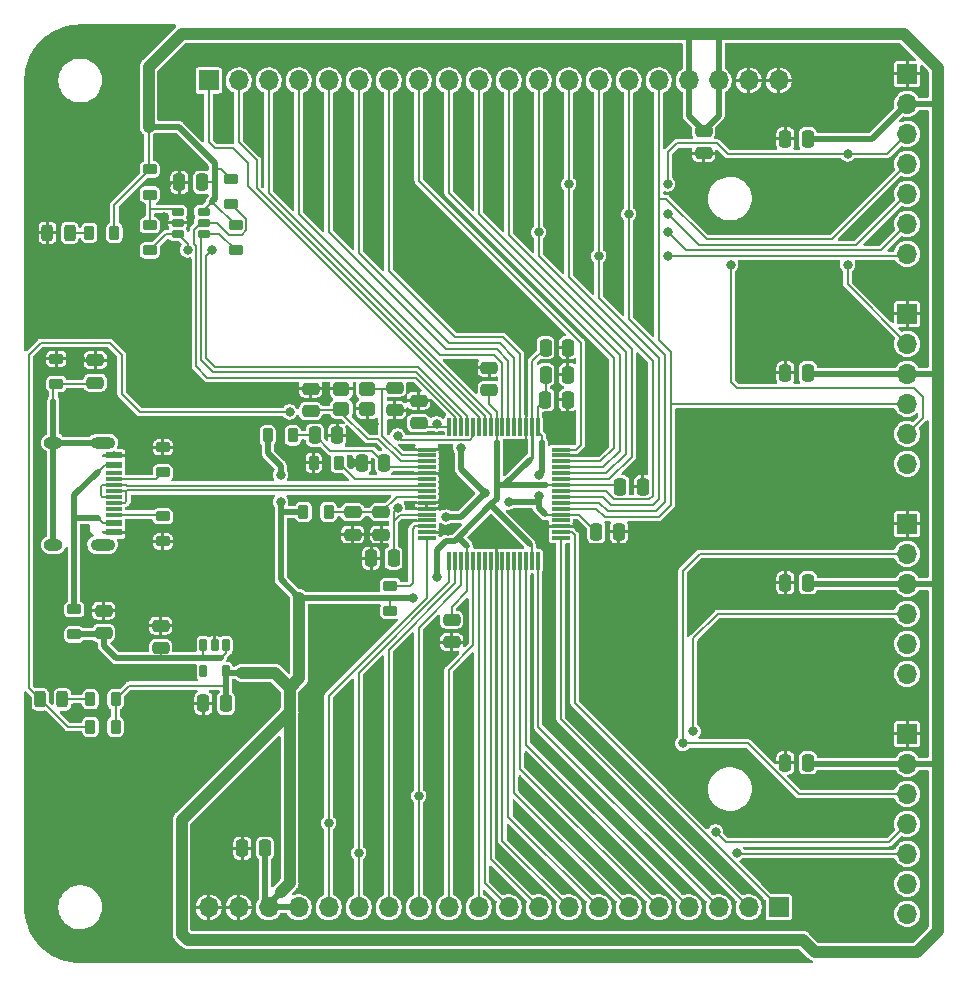
<source format=gtl>
G04 #@! TF.GenerationSoftware,KiCad,Pcbnew,6.0.7-f9a2dced07~116~ubuntu22.04.1*
G04 #@! TF.CreationDate,2022-10-12T16:01:38-07:00*
G04 #@! TF.ProjectId,tigard,74696761-7264-42e6-9b69-6361645f7063,rev?*
G04 #@! TF.SameCoordinates,Original*
G04 #@! TF.FileFunction,Copper,L1,Top*
G04 #@! TF.FilePolarity,Positive*
%FSLAX46Y46*%
G04 Gerber Fmt 4.6, Leading zero omitted, Abs format (unit mm)*
G04 Created by KiCad (PCBNEW 6.0.7-f9a2dced07~116~ubuntu22.04.1) date 2022-10-12 16:01:38*
%MOMM*%
%LPD*%
G01*
G04 APERTURE LIST*
G04 Aperture macros list*
%AMRoundRect*
0 Rectangle with rounded corners*
0 $1 Rounding radius*
0 $2 $3 $4 $5 $6 $7 $8 $9 X,Y pos of 4 corners*
0 Add a 4 corners polygon primitive as box body*
4,1,4,$2,$3,$4,$5,$6,$7,$8,$9,$2,$3,0*
0 Add four circle primitives for the rounded corners*
1,1,$1+$1,$2,$3*
1,1,$1+$1,$4,$5*
1,1,$1+$1,$6,$7*
1,1,$1+$1,$8,$9*
0 Add four rect primitives between the rounded corners*
20,1,$1+$1,$2,$3,$4,$5,0*
20,1,$1+$1,$4,$5,$6,$7,0*
20,1,$1+$1,$6,$7,$8,$9,0*
20,1,$1+$1,$8,$9,$2,$3,0*%
G04 Aperture macros list end*
G04 #@! TA.AperFunction,SMDPad,CuDef*
%ADD10RoundRect,0.218750X0.218750X0.381250X-0.218750X0.381250X-0.218750X-0.381250X0.218750X-0.381250X0*%
G04 #@! TD*
G04 #@! TA.AperFunction,SMDPad,CuDef*
%ADD11R,1.450000X0.600000*%
G04 #@! TD*
G04 #@! TA.AperFunction,SMDPad,CuDef*
%ADD12R,1.450000X0.300000*%
G04 #@! TD*
G04 #@! TA.AperFunction,ComponentPad*
%ADD13O,1.600000X1.000000*%
G04 #@! TD*
G04 #@! TA.AperFunction,ComponentPad*
%ADD14O,2.100000X1.000000*%
G04 #@! TD*
G04 #@! TA.AperFunction,SMDPad,CuDef*
%ADD15RoundRect,0.243750X-0.243750X-0.456250X0.243750X-0.456250X0.243750X0.456250X-0.243750X0.456250X0*%
G04 #@! TD*
G04 #@! TA.AperFunction,SMDPad,CuDef*
%ADD16RoundRect,0.218750X-0.218750X-0.381250X0.218750X-0.381250X0.218750X0.381250X-0.218750X0.381250X0*%
G04 #@! TD*
G04 #@! TA.AperFunction,SMDPad,CuDef*
%ADD17RoundRect,0.250000X-0.250000X-0.475000X0.250000X-0.475000X0.250000X0.475000X-0.250000X0.475000X0*%
G04 #@! TD*
G04 #@! TA.AperFunction,SMDPad,CuDef*
%ADD18RoundRect,0.250000X-0.475000X0.250000X-0.475000X-0.250000X0.475000X-0.250000X0.475000X0.250000X0*%
G04 #@! TD*
G04 #@! TA.AperFunction,ComponentPad*
%ADD19R,1.700000X1.700000*%
G04 #@! TD*
G04 #@! TA.AperFunction,ComponentPad*
%ADD20O,1.700000X1.700000*%
G04 #@! TD*
G04 #@! TA.AperFunction,SMDPad,CuDef*
%ADD21RoundRect,0.218750X-0.381250X0.218750X-0.381250X-0.218750X0.381250X-0.218750X0.381250X0.218750X0*%
G04 #@! TD*
G04 #@! TA.AperFunction,SMDPad,CuDef*
%ADD22RoundRect,0.250000X0.250000X0.475000X-0.250000X0.475000X-0.250000X-0.475000X0.250000X-0.475000X0*%
G04 #@! TD*
G04 #@! TA.AperFunction,SMDPad,CuDef*
%ADD23RoundRect,0.075000X-0.700000X-0.075000X0.700000X-0.075000X0.700000X0.075000X-0.700000X0.075000X0*%
G04 #@! TD*
G04 #@! TA.AperFunction,SMDPad,CuDef*
%ADD24RoundRect,0.075000X-0.075000X-0.700000X0.075000X-0.700000X0.075000X0.700000X-0.075000X0.700000X0*%
G04 #@! TD*
G04 #@! TA.AperFunction,SMDPad,CuDef*
%ADD25RoundRect,0.162500X-0.367500X-0.162500X0.367500X-0.162500X0.367500X0.162500X-0.367500X0.162500X0*%
G04 #@! TD*
G04 #@! TA.AperFunction,SMDPad,CuDef*
%ADD26RoundRect,0.162500X-0.162500X0.367500X-0.162500X-0.367500X0.162500X-0.367500X0.162500X0.367500X0*%
G04 #@! TD*
G04 #@! TA.AperFunction,SMDPad,CuDef*
%ADD27RoundRect,0.300000X-0.400000X-0.300000X0.400000X-0.300000X0.400000X0.300000X-0.400000X0.300000X0*%
G04 #@! TD*
G04 #@! TA.AperFunction,SMDPad,CuDef*
%ADD28RoundRect,0.218750X0.381250X-0.218750X0.381250X0.218750X-0.381250X0.218750X-0.381250X-0.218750X0*%
G04 #@! TD*
G04 #@! TA.AperFunction,SMDPad,CuDef*
%ADD29RoundRect,0.250000X0.475000X-0.250000X0.475000X0.250000X-0.475000X0.250000X-0.475000X-0.250000X0*%
G04 #@! TD*
G04 #@! TA.AperFunction,ViaPad*
%ADD30C,0.800000*%
G04 #@! TD*
G04 #@! TA.AperFunction,Conductor*
%ADD31C,0.500000*%
G04 #@! TD*
G04 #@! TA.AperFunction,Conductor*
%ADD32C,0.200000*%
G04 #@! TD*
G04 #@! TA.AperFunction,Conductor*
%ADD33C,0.250000*%
G04 #@! TD*
G04 #@! TA.AperFunction,Conductor*
%ADD34C,1.000000*%
G04 #@! TD*
G04 #@! TA.AperFunction,Conductor*
%ADD35C,0.205232*%
G04 #@! TD*
G04 APERTURE END LIST*
D10*
G04 #@! TO.P,R10,1*
G04 #@! TO.N,+3V3*
X62987700Y-109728000D03*
G04 #@! TO.P,R10,2*
G04 #@! TO.N,/~{ENABLE}*
X60862700Y-109728000D03*
G04 #@! TD*
D11*
G04 #@! TO.P,J1,A1,GND*
G04 #@! TO.N,GND*
X62818200Y-86750000D03*
G04 #@! TO.P,J1,A4,VBUS*
G04 #@! TO.N,/VBUS*
X62818200Y-87550000D03*
D12*
G04 #@! TO.P,J1,A5,CC1*
G04 #@! TO.N,Net-(J1-PadA5)*
X62818200Y-88750000D03*
G04 #@! TO.P,J1,A6,D+*
G04 #@! TO.N,/USB_DP*
X62818200Y-89750000D03*
G04 #@! TO.P,J1,A7,D-*
G04 #@! TO.N,/USB_DN*
X62818200Y-90250000D03*
G04 #@! TO.P,J1,A8,SBU1*
G04 #@! TO.N,unconnected-(J1-PadA8)*
X62818200Y-91250000D03*
D11*
G04 #@! TO.P,J1,A9,VBUS*
G04 #@! TO.N,/VBUS*
X62818200Y-92450000D03*
G04 #@! TO.P,J1,A12,GND*
G04 #@! TO.N,GND*
X62818200Y-93250000D03*
G04 #@! TO.P,J1,B1,GND*
X62818200Y-93250000D03*
G04 #@! TO.P,J1,B4,VBUS*
G04 #@! TO.N,/VBUS*
X62818200Y-92450000D03*
D12*
G04 #@! TO.P,J1,B5,CC2*
G04 #@! TO.N,Net-(J1-PadB5)*
X62818200Y-91750000D03*
G04 #@! TO.P,J1,B6,D+*
G04 #@! TO.N,/USB_DP*
X62818200Y-90750000D03*
G04 #@! TO.P,J1,B7,D-*
G04 #@! TO.N,/USB_DN*
X62818200Y-89250000D03*
G04 #@! TO.P,J1,B8,SBU2*
G04 #@! TO.N,unconnected-(J1-PadB8)*
X62818200Y-88250000D03*
D11*
G04 #@! TO.P,J1,B9,VBUS*
G04 #@! TO.N,/VBUS*
X62818200Y-87550000D03*
G04 #@! TO.P,J1,B12,GND*
G04 #@! TO.N,GND*
X62818200Y-86750000D03*
D13*
G04 #@! TO.P,J1,S1,SHIELD*
G04 #@! TO.N,Net-(C25-Pad2)*
X57723200Y-85680000D03*
D14*
X61903200Y-94320000D03*
D13*
X57723200Y-94320000D03*
D14*
X61903200Y-85680000D03*
G04 #@! TD*
D15*
G04 #@! TO.P,D1,2,A*
G04 #@! TO.N,Net-(D1-Pad2)*
X59101100Y-67900800D03*
G04 #@! TO.P,D1,1,K*
G04 #@! TO.N,GND*
X57226100Y-67900800D03*
G04 #@! TD*
D16*
G04 #@! TO.P,R6,1*
G04 #@! TO.N,GND*
X79764100Y-87376000D03*
G04 #@! TO.P,R6,2*
G04 #@! TO.N,Net-(R6-Pad2)*
X81889100Y-87376000D03*
G04 #@! TD*
D17*
G04 #@! TO.P,C13,1*
G04 #@! TO.N,VREG*
X103698000Y-93218000D03*
G04 #@! TO.P,C13,2*
G04 #@! TO.N,GND*
X105598000Y-93218000D03*
G04 #@! TD*
D18*
G04 #@! TO.P,C25,1*
G04 #@! TO.N,GND*
X61264800Y-78685600D03*
G04 #@! TO.P,C25,2*
G04 #@! TO.N,Net-(C25-Pad2)*
X61264800Y-80585600D03*
G04 #@! TD*
D19*
G04 #@! TO.P,J6,1,Pin_1*
G04 #@! TO.N,GND*
X130000000Y-92540000D03*
D20*
G04 #@! TO.P,J6,2,Pin_2*
G04 #@! TO.N,/AD3*
X130000000Y-95080000D03*
G04 #@! TO.P,J6,3,Pin_3*
G04 #@! TO.N,+3V3*
X130000000Y-97620000D03*
G04 #@! TO.P,J6,4,Pin_4*
G04 #@! TO.N,/AD0*
X130000000Y-100160000D03*
G04 #@! TO.P,J6,5,Pin_5*
G04 #@! TO.N,/AD1*
X130000000Y-102700000D03*
G04 #@! TO.P,J6,6,Pin_6*
G04 #@! TO.N,/AD2*
X130000000Y-105240000D03*
G04 #@! TD*
D17*
G04 #@! TO.P,C10,1*
G04 #@! TO.N,VREG*
X99395200Y-79908400D03*
G04 #@! TO.P,C10,2*
G04 #@! TO.N,GND*
X101295200Y-79908400D03*
G04 #@! TD*
D19*
G04 #@! TO.P,J4,1,Pin_1*
G04 #@! TO.N,GND*
X130000000Y-110320000D03*
D20*
G04 #@! TO.P,J4,2,Pin_2*
G04 #@! TO.N,+3V3*
X130000000Y-112860000D03*
G04 #@! TO.P,J4,3,Pin_3*
G04 #@! TO.N,/AD3*
X130000000Y-115400000D03*
G04 #@! TO.P,J4,4,Pin_4*
G04 #@! TO.N,/AD0*
X130000000Y-117940000D03*
G04 #@! TO.P,J4,5,Pin_5*
G04 #@! TO.N,/AD1*
X130000000Y-120480000D03*
G04 #@! TO.P,J4,6,Pin_6*
G04 #@! TO.N,/AD4*
X130000000Y-123020000D03*
G04 #@! TO.P,J4,7,Pin_7*
G04 #@! TO.N,/AD2*
X130000000Y-125560000D03*
G04 #@! TD*
D17*
G04 #@! TO.P,C6,1*
G04 #@! TO.N,/VPHY*
X79851200Y-85028800D03*
G04 #@! TO.P,C6,2*
G04 #@! TO.N,GND*
X81751200Y-85028800D03*
G04 #@! TD*
D18*
G04 #@! TO.P,C23,1*
G04 #@! TO.N,Net-(C23-Pad1)*
X86614000Y-81005400D03*
G04 #@! TO.P,C23,2*
G04 #@! TO.N,GND*
X86614000Y-82905400D03*
G04 #@! TD*
D21*
G04 #@! TO.P,R1,1*
G04 #@! TO.N,GND*
X67005200Y-86059500D03*
G04 #@! TO.P,R1,2*
G04 #@! TO.N,Net-(J1-PadA5)*
X67005200Y-88184500D03*
G04 #@! TD*
D22*
G04 #@! TO.P,C5,1*
G04 #@! TO.N,/VPHY*
X85739000Y-87376000D03*
G04 #@! TO.P,C5,2*
G04 #@! TO.N,GND*
X83839000Y-87376000D03*
G04 #@! TD*
D23*
G04 #@! TO.P,U3,1,GND*
G04 #@! TO.N,GND*
X89325000Y-86250000D03*
G04 #@! TO.P,U3,2,OSCI*
G04 #@! TO.N,Net-(C23-Pad1)*
X89325000Y-86750000D03*
G04 #@! TO.P,U3,3,OSCO*
G04 #@! TO.N,Net-(C31-Pad1)*
X89325000Y-87250000D03*
G04 #@! TO.P,U3,4,VPHY*
G04 #@! TO.N,/VPHY*
X89325000Y-87750000D03*
G04 #@! TO.P,U3,5,GND*
G04 #@! TO.N,GND*
X89325000Y-88250000D03*
G04 #@! TO.P,U3,6,REF*
G04 #@! TO.N,Net-(R6-Pad2)*
X89325000Y-88750000D03*
G04 #@! TO.P,U3,7,DM*
G04 #@! TO.N,/USB_DN*
X89325000Y-89250000D03*
G04 #@! TO.P,U3,8,DP*
G04 #@! TO.N,/USB_DP*
X89325000Y-89750000D03*
G04 #@! TO.P,U3,9,VPLL*
G04 #@! TO.N,/VPLL*
X89325000Y-90250000D03*
G04 #@! TO.P,U3,10,AGND*
G04 #@! TO.N,GND*
X89325000Y-90750000D03*
G04 #@! TO.P,U3,11,GND*
X89325000Y-91250000D03*
G04 #@! TO.P,U3,12,VCORE*
G04 #@! TO.N,VREG*
X89325000Y-91750000D03*
G04 #@! TO.P,U3,13,TEST*
G04 #@! TO.N,GND*
X89325000Y-92250000D03*
G04 #@! TO.P,U3,14,~{RESET}*
G04 #@! TO.N,Net-(R7-Pad2)*
X89325000Y-92750000D03*
G04 #@! TO.P,U3,15,GND*
G04 #@! TO.N,GND*
X89325000Y-93250000D03*
G04 #@! TO.P,U3,16,ADBUS0*
G04 #@! TO.N,/AD0*
X89325000Y-93750000D03*
D24*
G04 #@! TO.P,U3,17,ADBUS1*
G04 #@! TO.N,/AD1*
X91250000Y-95675000D03*
G04 #@! TO.P,U3,18,ADBUS2*
G04 #@! TO.N,/AD2*
X91750000Y-95675000D03*
G04 #@! TO.P,U3,19,ADBUS3*
G04 #@! TO.N,/AD3*
X92250000Y-95675000D03*
G04 #@! TO.P,U3,20,VCCIO*
G04 #@! TO.N,+3V3*
X92750000Y-95675000D03*
G04 #@! TO.P,U3,21,ADBUS4*
G04 #@! TO.N,/AD4*
X93250000Y-95675000D03*
G04 #@! TO.P,U3,22,ADBUS5*
G04 #@! TO.N,/AD5*
X93750000Y-95675000D03*
G04 #@! TO.P,U3,23,ADBUS6*
G04 #@! TO.N,/AD6*
X94250000Y-95675000D03*
G04 #@! TO.P,U3,24,ADBUS7*
G04 #@! TO.N,/AD7*
X94750000Y-95675000D03*
G04 #@! TO.P,U3,25,GND*
G04 #@! TO.N,GND*
X95250000Y-95675000D03*
G04 #@! TO.P,U3,26,ACBUS0*
G04 #@! TO.N,/AC0*
X95750000Y-95675000D03*
G04 #@! TO.P,U3,27,ACBUS1*
G04 #@! TO.N,/AC1*
X96250000Y-95675000D03*
G04 #@! TO.P,U3,28,ACBUS2*
G04 #@! TO.N,/AC2*
X96750000Y-95675000D03*
G04 #@! TO.P,U3,29,ACBUS3*
G04 #@! TO.N,/AC3*
X97250000Y-95675000D03*
G04 #@! TO.P,U3,30,ACBUS4*
G04 #@! TO.N,/AC4*
X97750000Y-95675000D03*
G04 #@! TO.P,U3,31,VCCIO*
G04 #@! TO.N,+3V3*
X98250000Y-95675000D03*
G04 #@! TO.P,U3,32,ACBUS5*
G04 #@! TO.N,/AC5*
X98750000Y-95675000D03*
D23*
G04 #@! TO.P,U3,33,ACBUS6*
G04 #@! TO.N,/AC6*
X100675000Y-93750000D03*
G04 #@! TO.P,U3,34,ACBUS7*
G04 #@! TO.N,/AC7*
X100675000Y-93250000D03*
G04 #@! TO.P,U3,35,GND*
G04 #@! TO.N,GND*
X100675000Y-92750000D03*
G04 #@! TO.P,U3,36,~{SUSPEND}*
G04 #@! TO.N,unconnected-(U3-Pad36)*
X100675000Y-92250000D03*
G04 #@! TO.P,U3,37,VCORE*
G04 #@! TO.N,VREG*
X100675000Y-91750000D03*
G04 #@! TO.P,U3,38,BDBUS0*
G04 #@! TO.N,/BD0*
X100675000Y-91250000D03*
G04 #@! TO.P,U3,39,BDBUS1*
G04 #@! TO.N,/BD1*
X100675000Y-90750000D03*
G04 #@! TO.P,U3,40,BDBUS2*
G04 #@! TO.N,/BD2*
X100675000Y-90250000D03*
G04 #@! TO.P,U3,41,BDBUS3*
G04 #@! TO.N,/BD3*
X100675000Y-89750000D03*
G04 #@! TO.P,U3,42,VCCIO*
G04 #@! TO.N,+3V3*
X100675000Y-89250000D03*
G04 #@! TO.P,U3,43,BDBUS4*
G04 #@! TO.N,/BD4*
X100675000Y-88750000D03*
G04 #@! TO.P,U3,44,BDBUS5*
G04 #@! TO.N,/BD5*
X100675000Y-88250000D03*
G04 #@! TO.P,U3,45,BDBUS6*
G04 #@! TO.N,/BD6*
X100675000Y-87750000D03*
G04 #@! TO.P,U3,46,BDBUS7*
G04 #@! TO.N,/BD7*
X100675000Y-87250000D03*
G04 #@! TO.P,U3,47,GND*
G04 #@! TO.N,GND*
X100675000Y-86750000D03*
G04 #@! TO.P,U3,48,BCBUS0*
G04 #@! TO.N,/BC0*
X100675000Y-86250000D03*
D24*
G04 #@! TO.P,U3,49,VREGOUT*
G04 #@! TO.N,VREG*
X98750000Y-84325000D03*
G04 #@! TO.P,U3,50,VREGIN*
G04 #@! TO.N,+3V3*
X98250000Y-84325000D03*
G04 #@! TO.P,U3,51,GND*
G04 #@! TO.N,GND*
X97750000Y-84325000D03*
G04 #@! TO.P,U3,52,BCBUS1*
G04 #@! TO.N,/BC1*
X97250000Y-84325000D03*
G04 #@! TO.P,U3,53,BCBUS2*
G04 #@! TO.N,/BC2*
X96750000Y-84325000D03*
G04 #@! TO.P,U3,54,BCBUS3*
G04 #@! TO.N,/BC3*
X96250000Y-84325000D03*
G04 #@! TO.P,U3,55,BCBUS4*
G04 #@! TO.N,/BC4*
X95750000Y-84325000D03*
G04 #@! TO.P,U3,56,VCCIO*
G04 #@! TO.N,+3V3*
X95250000Y-84325000D03*
G04 #@! TO.P,U3,57,BCBUS5*
G04 #@! TO.N,/BC5*
X94750000Y-84325000D03*
G04 #@! TO.P,U3,58,BCBUS6*
G04 #@! TO.N,/BC6*
X94250000Y-84325000D03*
G04 #@! TO.P,U3,59,BCBUS7*
G04 #@! TO.N,/BC7*
X93750000Y-84325000D03*
G04 #@! TO.P,U3,60,~{PWREN}*
G04 #@! TO.N,/~{ENABLE}*
X93250000Y-84325000D03*
G04 #@! TO.P,U3,61,EEDATA*
G04 #@! TO.N,/EEDATA*
X92750000Y-84325000D03*
G04 #@! TO.P,U3,62,EECLK*
G04 #@! TO.N,/EECLK*
X92250000Y-84325000D03*
G04 #@! TO.P,U3,63,EECS*
G04 #@! TO.N,/EECS*
X91750000Y-84325000D03*
G04 #@! TO.P,U3,64,VCORE*
G04 #@! TO.N,VREG*
X91250000Y-84325000D03*
G04 #@! TD*
D25*
G04 #@! TO.P,U4,1,DO*
G04 #@! TO.N,Net-(R13-Pad2)*
X68242000Y-66101700D03*
G04 #@! TO.P,U4,2,GND*
G04 #@! TO.N,GND*
X68242000Y-67051700D03*
G04 #@! TO.P,U4,3,DI*
G04 #@! TO.N,/EEDATA*
X68242000Y-68001700D03*
G04 #@! TO.P,U4,4,CLK*
G04 #@! TO.N,/EECLK*
X70442000Y-68001700D03*
G04 #@! TO.P,U4,5,CS*
G04 #@! TO.N,/EECS*
X70442000Y-67051700D03*
G04 #@! TO.P,U4,6,VCC*
G04 #@! TO.N,+3V3*
X70442000Y-66101700D03*
G04 #@! TD*
D18*
G04 #@! TO.P,C15,1*
G04 #@! TO.N,+3V3*
X91440000Y-100650000D03*
G04 #@! TO.P,C15,2*
G04 #@! TO.N,GND*
X91440000Y-102550000D03*
G04 #@! TD*
D26*
G04 #@! TO.P,U2,1,VIN*
G04 #@! TO.N,+5V*
X72324000Y-102818000D03*
G04 #@! TO.P,U2,2,GND*
G04 #@! TO.N,GND*
X71374000Y-102818000D03*
G04 #@! TO.P,U2,3,EN*
G04 #@! TO.N,+5V*
X70424000Y-102818000D03*
G04 #@! TO.P,U2,4,NC*
G04 #@! TO.N,unconnected-(U2-Pad4)*
X70424000Y-105018000D03*
G04 #@! TO.P,U2,5,VOUT*
G04 #@! TO.N,+3V3*
X72324000Y-105018000D03*
G04 #@! TD*
D21*
G04 #@! TO.P,R13,1*
G04 #@! TO.N,+3V3*
X65887600Y-62534800D03*
G04 #@! TO.P,R13,2*
G04 #@! TO.N,Net-(R13-Pad2)*
X65887600Y-64659800D03*
G04 #@! TD*
D27*
G04 #@! TO.P,Y1,1,1*
G04 #@! TO.N,Net-(C31-Pad1)*
X82114200Y-82805400D03*
G04 #@! TO.P,Y1,2,2*
G04 #@! TO.N,GND*
X84314200Y-82805400D03*
G04 #@! TO.P,Y1,3,3*
G04 #@! TO.N,Net-(C23-Pad1)*
X84314200Y-81105400D03*
G04 #@! TO.P,Y1,4,4*
G04 #@! TO.N,GND*
X82114200Y-81105400D03*
G04 #@! TD*
D18*
G04 #@! TO.P,C8,1*
G04 #@! TO.N,/VPLL*
X85500200Y-91546400D03*
G04 #@! TO.P,C8,2*
G04 #@! TO.N,GND*
X85500200Y-93446400D03*
G04 #@! TD*
D10*
G04 #@! TO.P,R4,1*
G04 #@! TO.N,+3V3*
X62886100Y-67900800D03*
G04 #@! TO.P,R4,2*
G04 #@! TO.N,Net-(D1-Pad2)*
X60761100Y-67900800D03*
G04 #@! TD*
D21*
G04 #@! TO.P,R14,2*
G04 #@! TO.N,/EECLK*
X73152000Y-69388500D03*
G04 #@! TO.P,R14,1*
G04 #@! TO.N,+3V3*
X73152000Y-67263500D03*
G04 #@! TD*
D16*
G04 #@! TO.P,FB1,1*
G04 #@! TO.N,+3V3*
X75877900Y-85054200D03*
G04 #@! TO.P,FB1,2*
G04 #@! TO.N,/VPHY*
X78002900Y-85054200D03*
G04 #@! TD*
D19*
G04 #@! TO.P,J5,1,Pin_1*
G04 #@! TO.N,GND*
X130000000Y-54440000D03*
D20*
G04 #@! TO.P,J5,2,Pin_2*
G04 #@! TO.N,+3V3*
X130000000Y-56980000D03*
G04 #@! TO.P,J5,3,Pin_3*
G04 #@! TO.N,/BD3*
X130000000Y-59520000D03*
G04 #@! TO.P,J5,4,Pin_4*
G04 #@! TO.N,/BD0*
X130000000Y-62060000D03*
G04 #@! TO.P,J5,5,Pin_5*
G04 #@! TO.N,/BD1*
X130000000Y-64600000D03*
G04 #@! TO.P,J5,6,Pin_6*
G04 #@! TO.N,/BD4*
X130000000Y-67140000D03*
G04 #@! TO.P,J5,7,Pin_7*
G04 #@! TO.N,/BD2*
X130000000Y-69680000D03*
G04 #@! TD*
D21*
G04 #@! TO.P,R12,2*
G04 #@! TO.N,/EECS*
X72745600Y-65451500D03*
G04 #@! TO.P,R12,1*
G04 #@! TO.N,+3V3*
X72745600Y-63326500D03*
G04 #@! TD*
D17*
G04 #@! TO.P,C9,1*
G04 #@! TO.N,VREG*
X99380000Y-82042000D03*
G04 #@! TO.P,C9,2*
G04 #@! TO.N,GND*
X101280000Y-82042000D03*
G04 #@! TD*
D28*
G04 #@! TO.P,R15,1*
G04 #@! TO.N,/EEDATA*
X65887600Y-69384200D03*
G04 #@! TO.P,R15,2*
G04 #@! TO.N,Net-(R13-Pad2)*
X65887600Y-67259200D03*
G04 #@! TD*
D22*
G04 #@! TO.P,C20,1*
G04 #@! TO.N,+3V3*
X121600000Y-112776000D03*
G04 #@! TO.P,C20,2*
G04 #@! TO.N,GND*
X119700000Y-112776000D03*
G04 #@! TD*
G04 #@! TO.P,C22,1*
G04 #@! TO.N,+3V3*
X121600000Y-59944000D03*
G04 #@! TO.P,C22,2*
G04 #@! TO.N,GND*
X119700000Y-59944000D03*
G04 #@! TD*
D21*
G04 #@! TO.P,R2,1*
G04 #@! TO.N,Net-(J1-PadB5)*
X67005200Y-91901500D03*
G04 #@! TO.P,R2,2*
G04 #@! TO.N,GND*
X67005200Y-94026500D03*
G04 #@! TD*
D18*
G04 #@! TO.P,C2,2*
G04 #@! TO.N,GND*
X112776000Y-61148000D03*
G04 #@! TO.P,C2,1*
G04 #@! TO.N,+3V3*
X112776000Y-59248000D03*
G04 #@! TD*
D19*
G04 #@! TO.P,J3,1,Pin_1*
G04 #@! TO.N,/BC7*
X70870000Y-55000000D03*
D20*
G04 #@! TO.P,J3,2,Pin_2*
G04 #@! TO.N,/BC6*
X73410000Y-55000000D03*
G04 #@! TO.P,J3,3,Pin_3*
G04 #@! TO.N,/BC5*
X75950000Y-55000000D03*
G04 #@! TO.P,J3,4,Pin_4*
G04 #@! TO.N,/BC4*
X78490000Y-55000000D03*
G04 #@! TO.P,J3,5,Pin_5*
G04 #@! TO.N,/BC3*
X81030000Y-55000000D03*
G04 #@! TO.P,J3,6,Pin_6*
G04 #@! TO.N,/BC2*
X83570000Y-55000000D03*
G04 #@! TO.P,J3,7,Pin_7*
G04 #@! TO.N,/BC1*
X86110000Y-55000000D03*
G04 #@! TO.P,J3,8,Pin_8*
G04 #@! TO.N,/BC0*
X88650000Y-55000000D03*
G04 #@! TO.P,J3,9,Pin_9*
G04 #@! TO.N,/BD7*
X91190000Y-55000000D03*
G04 #@! TO.P,J3,10,Pin_10*
G04 #@! TO.N,/BD6*
X93730000Y-55000000D03*
G04 #@! TO.P,J3,11,Pin_11*
G04 #@! TO.N,/BD5*
X96270000Y-55000000D03*
G04 #@! TO.P,J3,12,Pin_12*
G04 #@! TO.N,/BD4*
X98810000Y-55000000D03*
G04 #@! TO.P,J3,13,Pin_13*
G04 #@! TO.N,/BD3*
X101350000Y-55000000D03*
G04 #@! TO.P,J3,14,Pin_14*
G04 #@! TO.N,/BD2*
X103890000Y-55000000D03*
G04 #@! TO.P,J3,15,Pin_15*
G04 #@! TO.N,/BD1*
X106430000Y-55000000D03*
G04 #@! TO.P,J3,16,Pin_16*
G04 #@! TO.N,/BD0*
X108970000Y-55000000D03*
G04 #@! TO.P,J3,17,Pin_17*
G04 #@! TO.N,+3V3*
X111510000Y-55000000D03*
G04 #@! TO.P,J3,18,Pin_18*
X114050000Y-55000000D03*
G04 #@! TO.P,J3,19,Pin_19*
G04 #@! TO.N,GND*
X116590000Y-55000000D03*
G04 #@! TO.P,J3,20,Pin_20*
X119130000Y-55000000D03*
G04 #@! TD*
D28*
G04 #@! TO.P,FB3,1*
G04 #@! TO.N,+5V*
X59486800Y-101900500D03*
G04 #@! TO.P,FB3,2*
G04 #@! TO.N,/VBUS*
X59486800Y-99775500D03*
G04 #@! TD*
D22*
G04 #@! TO.P,C21,1*
G04 #@! TO.N,+3V3*
X121600000Y-79756000D03*
G04 #@! TO.P,C21,2*
G04 #@! TO.N,GND*
X119700000Y-79756000D03*
G04 #@! TD*
D15*
G04 #@! TO.P,D5,1,K*
G04 #@! TO.N,/~{ENABLE}*
X56618900Y-107391200D03*
G04 #@! TO.P,D5,2,A*
G04 #@! TO.N,Net-(D5-Pad2)*
X58493900Y-107391200D03*
G04 #@! TD*
D22*
G04 #@! TO.P,C19,1*
G04 #@! TO.N,+3V3*
X121600000Y-97536000D03*
G04 #@! TO.P,C19,2*
G04 #@! TO.N,GND*
X119700000Y-97536000D03*
G04 #@! TD*
D17*
G04 #@! TO.P,C16,1*
G04 #@! TO.N,+3V3*
X99395200Y-77622400D03*
G04 #@! TO.P,C16,2*
G04 #@! TO.N,GND*
X101295200Y-77622400D03*
G04 #@! TD*
D22*
G04 #@! TO.P,C18,1*
G04 #@! TO.N,+3V3*
X70292000Y-63627000D03*
G04 #@! TO.P,C18,2*
G04 #@! TO.N,GND*
X68392000Y-63627000D03*
G04 #@! TD*
D29*
G04 #@! TO.P,C3,1*
G04 #@! TO.N,+5V*
X66802000Y-103058000D03*
G04 #@! TO.P,C3,2*
G04 #@! TO.N,GND*
X66802000Y-101158000D03*
G04 #@! TD*
D16*
G04 #@! TO.P,R11,1*
G04 #@! TO.N,Net-(D5-Pad2)*
X60862700Y-107391200D03*
G04 #@! TO.P,R11,2*
G04 #@! TO.N,+3V3*
X62987700Y-107391200D03*
G04 #@! TD*
D21*
G04 #@! TO.P,R3,1*
G04 #@! TO.N,GND*
X57962800Y-78573100D03*
G04 #@! TO.P,R3,2*
G04 #@! TO.N,Net-(C25-Pad2)*
X57962800Y-80698100D03*
G04 #@! TD*
D28*
G04 #@! TO.P,R7,1*
G04 #@! TO.N,+3V3*
X86236800Y-99908900D03*
G04 #@! TO.P,R7,2*
G04 #@! TO.N,Net-(R7-Pad2)*
X86236800Y-97783900D03*
G04 #@! TD*
D22*
G04 #@! TO.P,C1,1*
G04 #@! TO.N,+3V3*
X75626000Y-120000000D03*
G04 #@! TO.P,C1,2*
G04 #@! TO.N,GND*
X73726000Y-120000000D03*
G04 #@! TD*
D16*
G04 #@! TO.P,FB2,1*
G04 #@! TO.N,+3V3*
X78900500Y-91531200D03*
G04 #@! TO.P,FB2,2*
G04 #@! TO.N,/VPLL*
X81025500Y-91531200D03*
G04 #@! TD*
D19*
G04 #@! TO.P,J7,1,Pin_1*
G04 #@! TO.N,GND*
X130000000Y-74760000D03*
D20*
G04 #@! TO.P,J7,2,Pin_2*
G04 #@! TO.N,/BD3*
X130000000Y-77300000D03*
G04 #@! TO.P,J7,3,Pin_3*
G04 #@! TO.N,+3V3*
X130000000Y-79840000D03*
G04 #@! TO.P,J7,4,Pin_4*
G04 #@! TO.N,/BD0*
X130000000Y-82380000D03*
G04 #@! TO.P,J7,5,Pin_5*
G04 #@! TO.N,/BD1*
X130000000Y-84920000D03*
G04 #@! TO.P,J7,6,Pin_6*
G04 #@! TO.N,/BD4*
X130000000Y-87460000D03*
G04 #@! TD*
D19*
G04 #@! TO.P,J2,1,Pin_1*
G04 #@! TO.N,/AC7*
X119130000Y-125000000D03*
D20*
G04 #@! TO.P,J2,2,Pin_2*
G04 #@! TO.N,/AC6*
X116590000Y-125000000D03*
G04 #@! TO.P,J2,3,Pin_3*
G04 #@! TO.N,/AC5*
X114050000Y-125000000D03*
G04 #@! TO.P,J2,4,Pin_4*
G04 #@! TO.N,/AC4*
X111510000Y-125000000D03*
G04 #@! TO.P,J2,5,Pin_5*
G04 #@! TO.N,/AC3*
X108970000Y-125000000D03*
G04 #@! TO.P,J2,6,Pin_6*
G04 #@! TO.N,/AC2*
X106430000Y-125000000D03*
G04 #@! TO.P,J2,7,Pin_7*
G04 #@! TO.N,/AC1*
X103890000Y-125000000D03*
G04 #@! TO.P,J2,8,Pin_8*
G04 #@! TO.N,/AC0*
X101350000Y-125000000D03*
G04 #@! TO.P,J2,9,Pin_9*
G04 #@! TO.N,/AD7*
X98810000Y-125000000D03*
G04 #@! TO.P,J2,10,Pin_10*
G04 #@! TO.N,/AD6*
X96270000Y-125000000D03*
G04 #@! TO.P,J2,11,Pin_11*
G04 #@! TO.N,/AD5*
X93730000Y-125000000D03*
G04 #@! TO.P,J2,12,Pin_12*
G04 #@! TO.N,/AD4*
X91190000Y-125000000D03*
G04 #@! TO.P,J2,13,Pin_13*
G04 #@! TO.N,/AD3*
X88650000Y-125000000D03*
G04 #@! TO.P,J2,14,Pin_14*
G04 #@! TO.N,/AD2*
X86110000Y-125000000D03*
G04 #@! TO.P,J2,15,Pin_15*
G04 #@! TO.N,/AD1*
X83570000Y-125000000D03*
G04 #@! TO.P,J2,16,Pin_16*
G04 #@! TO.N,/AD0*
X81030000Y-125000000D03*
G04 #@! TO.P,J2,17,Pin_17*
G04 #@! TO.N,+3V3*
X78490000Y-125000000D03*
G04 #@! TO.P,J2,18,Pin_18*
X75950000Y-125000000D03*
G04 #@! TO.P,J2,19,Pin_19*
G04 #@! TO.N,GND*
X73410000Y-125000000D03*
G04 #@! TO.P,J2,20,Pin_20*
X70870000Y-125000000D03*
G04 #@! TD*
D29*
G04 #@! TO.P,C26,1*
G04 #@! TO.N,+5V*
X61976000Y-101788000D03*
G04 #@! TO.P,C26,2*
G04 #@! TO.N,GND*
X61976000Y-99888000D03*
G04 #@! TD*
D22*
G04 #@! TO.P,C4,1*
G04 #@! TO.N,+3V3*
X72324000Y-107728000D03*
G04 #@! TO.P,C4,2*
G04 #@! TO.N,GND*
X70424000Y-107728000D03*
G04 #@! TD*
D17*
G04 #@! TO.P,C14,1*
G04 #@! TO.N,+3V3*
X105730000Y-89408000D03*
G04 #@! TO.P,C14,2*
G04 #@! TO.N,GND*
X107630000Y-89408000D03*
G04 #@! TD*
D18*
G04 #@! TO.P,C7,1*
G04 #@! TO.N,/VPLL*
X83061800Y-91546400D03*
G04 #@! TO.P,C7,2*
G04 #@! TO.N,GND*
X83061800Y-93446400D03*
G04 #@! TD*
D22*
G04 #@! TO.P,C11,1*
G04 #@! TO.N,VREG*
X86526400Y-95442800D03*
G04 #@! TO.P,C11,2*
G04 #@! TO.N,GND*
X84626400Y-95442800D03*
G04 #@! TD*
D29*
G04 #@! TO.P,C17,1*
G04 #@! TO.N,+3V3*
X94618800Y-81214000D03*
G04 #@! TO.P,C17,2*
G04 #@! TO.N,GND*
X94618800Y-79314000D03*
G04 #@! TD*
G04 #@! TO.P,C12,1*
G04 #@! TO.N,VREG*
X88646000Y-84008000D03*
G04 #@! TO.P,C12,2*
G04 #@! TO.N,GND*
X88646000Y-82108000D03*
G04 #@! TD*
G04 #@! TO.P,C31,1*
G04 #@! TO.N,Net-(C31-Pad1)*
X79502000Y-82992000D03*
G04 #@! TO.P,C31,2*
G04 #@! TO.N,GND*
X79502000Y-81092000D03*
G04 #@! TD*
D30*
G04 #@! TO.N,/AD3*
X110998000Y-111125000D03*
G04 #@! TO.N,/AD0*
X111887000Y-110109000D03*
X113792000Y-118618000D03*
G04 #@! TO.N,/BD3*
X124968000Y-61214000D03*
G04 #@! TO.N,GND*
X67056000Y-66587100D03*
X84836000Y-84074000D03*
X87122000Y-84074000D03*
X83058000Y-87376000D03*
X56642000Y-78486000D03*
X98552000Y-92710000D03*
X119634000Y-96012000D03*
X82804000Y-85090000D03*
X67310000Y-63732900D03*
X93218000Y-79248000D03*
X89916000Y-82804000D03*
X91186000Y-90932000D03*
X78740000Y-87376000D03*
X64262000Y-93472000D03*
X106680000Y-93218000D03*
X69088000Y-107696000D03*
X100330000Y-78740000D03*
X91170575Y-93130500D03*
X77978000Y-81026000D03*
X87376000Y-92710000D03*
X118364000Y-59944000D03*
X89916000Y-102616000D03*
X95250000Y-93980000D03*
X107442000Y-87884000D03*
X91186000Y-86360000D03*
X81534000Y-93472000D03*
X111252000Y-61214000D03*
X57150000Y-69342000D03*
X59944000Y-78486000D03*
X119634000Y-78232000D03*
X64262000Y-86614000D03*
X100330000Y-81026000D03*
X91186000Y-88138000D03*
X97525500Y-86227248D03*
X80772000Y-81026000D03*
X119380000Y-111252000D03*
X72390000Y-119888000D03*
X101346000Y-83566000D03*
X83312000Y-95504000D03*
G04 #@! TO.N,+3V3*
X76962000Y-90678000D03*
X88138000Y-98806000D03*
X90170000Y-97028000D03*
X76962000Y-88392000D03*
G04 #@! TO.N,VREG*
X98806000Y-90170000D03*
X92202000Y-86106000D03*
X90170000Y-84074000D03*
X86868000Y-91186000D03*
X98806000Y-88392000D03*
X96266000Y-90678000D03*
X90932000Y-91948000D03*
X94234000Y-89916000D03*
G04 #@! TO.N,/~{ENABLE}*
X77724000Y-83058000D03*
X86868000Y-85090000D03*
G04 #@! TO.N,/EEDATA*
X71120000Y-69342000D03*
X69088000Y-69342000D03*
G04 #@! TO.N,/BD4*
X109728000Y-67818000D03*
X98806000Y-67818000D03*
G04 #@! TO.N,/BD3*
X124968000Y-70612000D03*
X101350000Y-63758000D03*
X109728000Y-63754000D03*
G04 #@! TO.N,/BD1*
X109728000Y-66294000D03*
X106426000Y-66294000D03*
X115062000Y-70612000D03*
G04 #@! TO.N,/AD0*
X81030000Y-117852000D03*
G04 #@! TO.N,/AD1*
X115570000Y-120396000D03*
X83570000Y-120400000D03*
G04 #@! TO.N,/AD3*
X88650000Y-115566000D03*
G04 #@! TO.N,/BD2*
X109728000Y-69850000D03*
X103890000Y-69846000D03*
G04 #@! TD*
D31*
G04 #@! TO.N,+3V3*
X71374000Y-62992000D02*
X71374000Y-63754000D01*
X71374000Y-63754000D02*
X71374000Y-64770000D01*
D32*
X70292000Y-63627000D02*
X71247000Y-63627000D01*
X71247000Y-63627000D02*
X71374000Y-63754000D01*
G04 #@! TO.N,/EECS*
X70442000Y-67051700D02*
X71606577Y-67051700D01*
X71606577Y-67051700D02*
X72626877Y-68072000D01*
X72626877Y-68072000D02*
X73677123Y-68072000D01*
X73677123Y-68072000D02*
X74052000Y-67697123D01*
X74052000Y-67697123D02*
X74052000Y-66757900D01*
X74052000Y-66757900D02*
X72745600Y-65451500D01*
G04 #@! TO.N,+3V3*
X71374000Y-62484000D02*
X71903100Y-62484000D01*
X71903100Y-62484000D02*
X72745600Y-63326500D01*
G04 #@! TO.N,/AD0*
X111887000Y-102235000D02*
X113962000Y-100160000D01*
X111887000Y-102235000D02*
X111887000Y-110109000D01*
G04 #@! TO.N,/AD3*
X110998000Y-111125000D02*
X110998000Y-96520000D01*
X130000000Y-115400000D02*
X120821183Y-115400000D01*
X120821183Y-115400000D02*
X116546183Y-111125000D01*
X116546183Y-111125000D02*
X110998000Y-111125000D01*
G04 #@! TO.N,/AD0*
X130000000Y-117940000D02*
X128433000Y-119507000D01*
X114681000Y-119507000D02*
X128433000Y-119507000D01*
X114681000Y-119507000D02*
X113792000Y-118618000D01*
G04 #@! TO.N,/BD0*
X108974000Y-65024000D02*
X108970000Y-65020000D01*
X108970000Y-65020000D02*
X108970000Y-55000000D01*
D31*
G04 #@! TO.N,+3V3*
X130000000Y-97620000D02*
X121684000Y-97620000D01*
X130000000Y-112860000D02*
X121684000Y-112860000D01*
X130000000Y-79840000D02*
X121684000Y-79840000D01*
X127036000Y-59944000D02*
X121600000Y-59944000D01*
D32*
G04 #@! TO.N,/BD0*
X109601000Y-65024000D02*
X108974000Y-65024000D01*
X130000000Y-62060000D02*
X123607000Y-68453000D01*
X123607000Y-68453000D02*
X113030000Y-68453000D01*
X113030000Y-68453000D02*
X109601000Y-65024000D01*
G04 #@! TO.N,/BD1*
X112376499Y-68942499D02*
X109728000Y-66294000D01*
X125657501Y-68942499D02*
X112376499Y-68942499D01*
G04 #@! TO.N,/BD4*
X130000000Y-67140000D02*
X127798000Y-69342000D01*
G04 #@! TO.N,/BD1*
X130000000Y-64600000D02*
X125657501Y-68942499D01*
G04 #@! TO.N,/BD4*
X127798000Y-69342000D02*
X111252000Y-69342000D01*
G04 #@! TO.N,/BD2*
X129830000Y-69850000D02*
X109728000Y-69850000D01*
G04 #@! TO.N,/BD4*
X111252000Y-69342000D02*
X109728000Y-67818000D01*
G04 #@! TO.N,/BD0*
X108970000Y-76966000D02*
X108970000Y-65028000D01*
X108974000Y-65024000D02*
X108970000Y-65028000D01*
G04 #@! TO.N,/BD3*
X128306000Y-61214000D02*
X124968000Y-61214000D01*
X124968000Y-61214000D02*
X114808000Y-61214000D01*
X130000000Y-59520000D02*
X128306000Y-61214000D01*
X114808000Y-61214000D02*
X113917000Y-60323000D01*
X113917000Y-60323000D02*
X110492000Y-60323000D01*
X110492000Y-60323000D02*
X109728000Y-61087000D01*
X109728000Y-61087000D02*
X109728000Y-63754000D01*
D31*
G04 #@! TO.N,+5V*
X61976000Y-101788000D02*
X61976000Y-102870000D01*
X66802000Y-103886000D02*
X70612000Y-103886000D01*
D32*
X66802000Y-103058000D02*
X66802000Y-103886000D01*
D31*
X70612000Y-103886000D02*
X71882000Y-103886000D01*
X59486800Y-101900500D02*
X61863500Y-101900500D01*
X61976000Y-102870000D02*
X62992000Y-103886000D01*
D32*
X70424000Y-102818000D02*
X70424000Y-103698000D01*
X70424000Y-103698000D02*
X70612000Y-103886000D01*
D31*
X62992000Y-103886000D02*
X66802000Y-103886000D01*
D32*
X71882000Y-103886000D02*
X72324000Y-103444000D01*
X72324000Y-103444000D02*
X72324000Y-102818000D01*
G04 #@! TO.N,GND*
X89325000Y-93250000D02*
X91051075Y-93250000D01*
X91004000Y-90750000D02*
X91186000Y-90932000D01*
X89325000Y-86250000D02*
X91076000Y-86250000D01*
X98592000Y-92750000D02*
X98552000Y-92710000D01*
X91051075Y-93250000D02*
X91170575Y-93130500D01*
X100675000Y-92750000D02*
X98592000Y-92750000D01*
X89325000Y-91250000D02*
X90868000Y-91250000D01*
X91076000Y-86250000D02*
X91186000Y-86360000D01*
X91074000Y-88250000D02*
X91186000Y-88138000D01*
X89325000Y-88250000D02*
X91074000Y-88250000D01*
X97750000Y-84325000D02*
X97750000Y-86002748D01*
X90868000Y-91250000D02*
X91186000Y-90932000D01*
X89325000Y-90750000D02*
X91004000Y-90750000D01*
X97750000Y-86002748D02*
X97525500Y-86227248D01*
X95250000Y-95675000D02*
X95250000Y-93980000D01*
G04 #@! TO.N,/AD7*
X94750000Y-95675000D02*
X94750000Y-120940000D01*
X94750000Y-120940000D02*
X98810000Y-125000000D01*
D33*
G04 #@! TO.N,+3V3*
X98250000Y-86916000D02*
X98044000Y-87122000D01*
D31*
X95250000Y-85598000D02*
X95250000Y-89408000D01*
X76962000Y-88392000D02*
X76962000Y-87630000D01*
X65786000Y-58928000D02*
X68326000Y-58928000D01*
X71247000Y-65151000D02*
X71120000Y-65278000D01*
D32*
X86236800Y-98936800D02*
X86106000Y-98806000D01*
X62886100Y-65536300D02*
X62886100Y-67900800D01*
D31*
X94869000Y-91059000D02*
X94869000Y-90805000D01*
D32*
X99395200Y-77622400D02*
X98250000Y-78767600D01*
D31*
X114050000Y-55000000D02*
X114050000Y-51058000D01*
D32*
X71268100Y-62886100D02*
X71374000Y-62992000D01*
X92750000Y-98258000D02*
X91440000Y-99568000D01*
D31*
X111506000Y-51054000D02*
X111510000Y-51058000D01*
X76962000Y-97232000D02*
X76962000Y-91440000D01*
X91948000Y-93726000D02*
X91694000Y-93980000D01*
X94869000Y-90805000D02*
X91948000Y-93726000D01*
D34*
X65786000Y-53848000D02*
X65786000Y-58928000D01*
D31*
X72324000Y-106238000D02*
X72324000Y-105018000D01*
X127036000Y-59944000D02*
X130000000Y-56980000D01*
D34*
X114046000Y-51054000D02*
X111506000Y-51054000D01*
X114046000Y-51054000D02*
X129714000Y-51054000D01*
D31*
X95250000Y-89408000D02*
X95250000Y-90424000D01*
D34*
X111506000Y-51054000D02*
X68580000Y-51054000D01*
X132588000Y-56896000D02*
X132588000Y-53928000D01*
D32*
X98250000Y-95675000D02*
X98250000Y-94440000D01*
X92750000Y-95675000D02*
X92750000Y-94448000D01*
D31*
X111510000Y-57982000D02*
X112776000Y-59248000D01*
D34*
X132588000Y-80264000D02*
X132588000Y-56896000D01*
D33*
X98250000Y-84325000D02*
X98250000Y-86916000D01*
D31*
X71374000Y-62484000D02*
X71374000Y-62992000D01*
X86106000Y-98806000D02*
X78536000Y-98806000D01*
D34*
X68580000Y-51054000D02*
X66040000Y-53594000D01*
D31*
X78490000Y-125000000D02*
X75950000Y-125000000D01*
X132418000Y-97620000D02*
X132588000Y-97790000D01*
X98044000Y-94234000D02*
X94869000Y-91059000D01*
X76962000Y-123698000D02*
X75950000Y-124710000D01*
X98044000Y-87122000D02*
X95916000Y-89250000D01*
X130000000Y-97620000D02*
X132418000Y-97620000D01*
D32*
X65887600Y-62534800D02*
X62886100Y-65536300D01*
D31*
X132504000Y-112860000D02*
X132588000Y-112776000D01*
D32*
X95250000Y-83058000D02*
X94618800Y-82426800D01*
D34*
X66040000Y-53594000D02*
X65786000Y-53848000D01*
D32*
X91440000Y-99568000D02*
X91440000Y-100650000D01*
D31*
X92750000Y-94448000D02*
X92028000Y-93726000D01*
X95250000Y-90424000D02*
X94869000Y-90805000D01*
D32*
X86236800Y-99908900D02*
X86236800Y-98936800D01*
D31*
X73660000Y-105156000D02*
X72462000Y-105156000D01*
X72462000Y-105156000D02*
X72324000Y-105018000D01*
X77053200Y-91531200D02*
X76962000Y-91440000D01*
X75626000Y-120000000D02*
X75626000Y-124676000D01*
D32*
X62987700Y-107391200D02*
X64140900Y-106238000D01*
X71120000Y-65278000D02*
X70442000Y-65956000D01*
D31*
X130000000Y-112860000D02*
X132504000Y-112860000D01*
D32*
X100675000Y-89250000D02*
X99410000Y-89250000D01*
D31*
X91694000Y-93980000D02*
X90932000Y-93980000D01*
D34*
X130810000Y-128778000D02*
X122174000Y-128778000D01*
D31*
X95916000Y-89250000D02*
X95854000Y-89250000D01*
X130000000Y-79840000D02*
X132164000Y-79840000D01*
X92028000Y-93726000D02*
X91948000Y-93726000D01*
X130000000Y-56980000D02*
X132504000Y-56980000D01*
D34*
X132588000Y-53928000D02*
X129714000Y-51054000D01*
D32*
X65786000Y-58928000D02*
X65786000Y-62433200D01*
D31*
X90170000Y-94742000D02*
X90170000Y-97028000D01*
D32*
X64140900Y-106238000D02*
X72324000Y-106238000D01*
D31*
X95854000Y-89250000D02*
X95408000Y-89250000D01*
X114050000Y-57974000D02*
X112776000Y-59248000D01*
X99410000Y-89250000D02*
X95854000Y-89250000D01*
D34*
X76962000Y-123698000D02*
X77724000Y-122936000D01*
X132588000Y-97790000D02*
X132588000Y-80264000D01*
X69088000Y-127762000D02*
X68580000Y-127254000D01*
D31*
X75877900Y-86545900D02*
X75877900Y-85054200D01*
X132164000Y-79840000D02*
X132588000Y-80264000D01*
X68326000Y-58928000D02*
X71374000Y-61976000D01*
D32*
X95250000Y-84325000D02*
X95250000Y-83058000D01*
X100675000Y-89250000D02*
X105572000Y-89250000D01*
X98250000Y-78767600D02*
X98250000Y-84325000D01*
D34*
X76454000Y-105156000D02*
X73660000Y-105156000D01*
X132588000Y-112776000D02*
X132588000Y-97790000D01*
D32*
X92750000Y-95675000D02*
X92750000Y-98258000D01*
D31*
X132504000Y-56980000D02*
X132588000Y-56896000D01*
D34*
X132588000Y-127000000D02*
X130810000Y-128778000D01*
D32*
X98250000Y-94440000D02*
X98044000Y-94234000D01*
D31*
X71374000Y-61976000D02*
X71374000Y-62484000D01*
X114050000Y-55000000D02*
X114050000Y-57974000D01*
D34*
X68580000Y-127254000D02*
X68580000Y-117602000D01*
D32*
X71247000Y-65358500D02*
X71247000Y-65151000D01*
D34*
X132588000Y-112776000D02*
X132588000Y-127000000D01*
D31*
X78536000Y-98806000D02*
X76962000Y-97232000D01*
D34*
X77724000Y-122936000D02*
X77724000Y-108458000D01*
D31*
X88138000Y-98806000D02*
X86106000Y-98806000D01*
D34*
X121158000Y-127762000D02*
X69088000Y-127762000D01*
D31*
X111510000Y-55000000D02*
X111510000Y-57982000D01*
X114050000Y-51058000D02*
X114046000Y-51054000D01*
D32*
X62987700Y-107391200D02*
X62987700Y-109728000D01*
D31*
X72324000Y-107728000D02*
X72324000Y-106238000D01*
D34*
X122174000Y-128778000D02*
X121158000Y-127762000D01*
D32*
X73152000Y-67263500D02*
X71247000Y-65358500D01*
D31*
X95408000Y-89250000D02*
X95250000Y-89408000D01*
D34*
X68580000Y-117602000D02*
X77724000Y-108458000D01*
D31*
X71374000Y-65024000D02*
X71247000Y-65151000D01*
D34*
X77724000Y-108458000D02*
X77724000Y-106426000D01*
D31*
X111510000Y-51058000D02*
X111510000Y-55000000D01*
X90932000Y-93980000D02*
X90170000Y-94742000D01*
X76962000Y-91440000D02*
X76962000Y-90678000D01*
X76962000Y-87630000D02*
X75877900Y-86545900D01*
D32*
X95250000Y-84325000D02*
X95250000Y-85598000D01*
D31*
X71374000Y-64770000D02*
X71374000Y-65024000D01*
X78900500Y-91531200D02*
X77053200Y-91531200D01*
D34*
X76454000Y-105156000D02*
X77724000Y-106426000D01*
X78536000Y-105614000D02*
X78536000Y-98806000D01*
X77724000Y-106426000D02*
X78536000Y-105614000D01*
D32*
X94618800Y-82426800D02*
X94618800Y-81214000D01*
G04 #@! TO.N,/VPHY*
X81173400Y-86351000D02*
X84714000Y-86351000D01*
X79851200Y-85028800D02*
X81173400Y-86351000D01*
X84714000Y-86351000D02*
X85739000Y-87376000D01*
X89325000Y-87750000D02*
X86113000Y-87750000D01*
X79851200Y-85028800D02*
X78028300Y-85028800D01*
G04 #@! TO.N,/VPLL*
X83061800Y-91546400D02*
X81040700Y-91546400D01*
X85500200Y-91546400D02*
X83061800Y-91546400D01*
X89325000Y-90250000D02*
X86796600Y-90250000D01*
X86796600Y-90250000D02*
X85500200Y-91546400D01*
G04 #@! TO.N,VREG*
X86526400Y-91527600D02*
X86868000Y-91186000D01*
X99060000Y-85090000D02*
X99060000Y-85598000D01*
D31*
X92202000Y-91948000D02*
X94234000Y-89916000D01*
X99060000Y-88138000D02*
X98806000Y-88392000D01*
D32*
X90170000Y-84074000D02*
X90173000Y-84077000D01*
D31*
X98806000Y-91186000D02*
X98806000Y-90678000D01*
X99060000Y-85598000D02*
X99060000Y-88138000D01*
X96266000Y-90678000D02*
X98806000Y-90678000D01*
D32*
X99370000Y-91750000D02*
X99314000Y-91694000D01*
D31*
X99314000Y-91694000D02*
X98806000Y-91186000D01*
D32*
X100675000Y-91750000D02*
X102230000Y-91750000D01*
X86526400Y-92289600D02*
X86526400Y-91527600D01*
X100675000Y-91750000D02*
X99370000Y-91750000D01*
X87066000Y-91750000D02*
X89325000Y-91750000D01*
X90173000Y-84077000D02*
X90173000Y-84325000D01*
D31*
X92202000Y-86106000D02*
X92202000Y-87884000D01*
D32*
X86526400Y-95442800D02*
X86526400Y-92289600D01*
X98750000Y-82672000D02*
X98750000Y-84325000D01*
X98750000Y-84780000D02*
X99060000Y-85090000D01*
D31*
X92202000Y-87884000D02*
X94234000Y-89916000D01*
D32*
X90173000Y-84325000D02*
X88963000Y-84325000D01*
D31*
X90932000Y-91948000D02*
X92202000Y-91948000D01*
D32*
X86526400Y-92289600D02*
X87066000Y-91750000D01*
X99395200Y-79908400D02*
X99395200Y-82026800D01*
D31*
X98806000Y-90678000D02*
X98806000Y-90170000D01*
D32*
X102230000Y-91750000D02*
X103698000Y-93218000D01*
X91250000Y-84325000D02*
X90173000Y-84325000D01*
X99380000Y-82042000D02*
X98750000Y-82672000D01*
G04 #@! TO.N,/AC0*
X95750000Y-95675000D02*
X95750000Y-119400000D01*
X95750000Y-119400000D02*
X101350000Y-125000000D01*
G04 #@! TO.N,Net-(C25-Pad2)*
X57962800Y-80698100D02*
X61152300Y-80698100D01*
D31*
X57723200Y-85680000D02*
X61903200Y-85680000D01*
X57723200Y-85680000D02*
X57723200Y-94320000D01*
X57723200Y-82107200D02*
X57723200Y-85680000D01*
D32*
X57723200Y-82107200D02*
X57723200Y-80937700D01*
G04 #@! TO.N,Net-(D1-Pad2)*
X60761100Y-67900800D02*
X59101100Y-67900800D01*
G04 #@! TO.N,/AC1*
X96250000Y-95675000D02*
X96250000Y-117360000D01*
X96250000Y-117360000D02*
X103890000Y-125000000D01*
G04 #@! TO.N,/AC2*
X96750000Y-95675000D02*
X96750000Y-115320000D01*
X96750000Y-115320000D02*
X106430000Y-125000000D01*
G04 #@! TO.N,/AC3*
X97250000Y-95675000D02*
X97250000Y-113280000D01*
X97250000Y-113280000D02*
X108970000Y-125000000D01*
G04 #@! TO.N,/AC4*
X97750000Y-111240000D02*
X111510000Y-125000000D01*
X97750000Y-95675000D02*
X97750000Y-111240000D01*
G04 #@! TO.N,/AC5*
X98750000Y-95675000D02*
X98750000Y-109700000D01*
X98750000Y-109700000D02*
X114050000Y-125000000D01*
G04 #@! TO.N,/AC6*
X100675000Y-93750000D02*
X100675000Y-109085000D01*
X100675000Y-109085000D02*
X116590000Y-125000000D01*
G04 #@! TO.N,/~{ENABLE}*
X63500000Y-78232000D02*
X62484000Y-77216000D01*
X56642000Y-77216000D02*
X55626000Y-78232000D01*
X62484000Y-77216000D02*
X56642000Y-77216000D01*
X87178000Y-85400000D02*
X92980330Y-85400000D01*
X56618900Y-107391200D02*
X58955700Y-109728000D01*
X93250000Y-85130330D02*
X92980330Y-85400000D01*
X58955700Y-109728000D02*
X60862700Y-109728000D01*
X65024000Y-83058000D02*
X63500000Y-81534000D01*
X55626000Y-106398300D02*
X56618900Y-107391200D01*
X93250000Y-84325000D02*
X93250000Y-85130330D01*
X55626000Y-78232000D02*
X55626000Y-106398300D01*
X87178000Y-85400000D02*
X86868000Y-85090000D01*
X77724000Y-83058000D02*
X65024000Y-83058000D01*
X63500000Y-81534000D02*
X63500000Y-78232000D01*
G04 #@! TO.N,Net-(D5-Pad2)*
X58493900Y-107391200D02*
X60862700Y-107391200D01*
G04 #@! TO.N,/VBUS*
X61893200Y-92450000D02*
X61468000Y-92024800D01*
D31*
X61468000Y-92024800D02*
X59512800Y-92024800D01*
X59512800Y-92024800D02*
X59486800Y-91998800D01*
D32*
X62818200Y-92450000D02*
X61893200Y-92450000D01*
X62056000Y-87550000D02*
X61468000Y-88138000D01*
D31*
X59486800Y-90119200D02*
X59486800Y-91998800D01*
X59486800Y-91998800D02*
X59486800Y-99775500D01*
D32*
X62818200Y-87550000D02*
X62056000Y-87550000D01*
D31*
X61468000Y-88138000D02*
X59486800Y-90119200D01*
D35*
G04 #@! TO.N,/USB_DP*
X62818200Y-90750000D02*
X63798432Y-90750000D01*
X89279217Y-89704217D02*
X89325000Y-89750000D01*
X63951485Y-89704216D02*
X89279217Y-89704217D01*
X63798432Y-90750000D02*
X63905701Y-90642731D01*
X62818200Y-89750000D02*
X63905701Y-89750000D01*
X63905701Y-90642731D02*
X63905701Y-89750000D01*
X63905701Y-89750000D02*
X63951485Y-89704216D01*
D32*
G04 #@! TO.N,Net-(J1-PadB5)*
X62818200Y-91750000D02*
X66853700Y-91750000D01*
D35*
G04 #@! TO.N,/USB_DN*
X61722000Y-89408000D02*
X61722000Y-90134032D01*
X62818200Y-89250000D02*
X63905701Y-89250000D01*
X61722000Y-90134032D02*
X61837968Y-90250000D01*
X61880000Y-89250000D02*
X61722000Y-89408000D01*
X89279217Y-89295783D02*
X89325000Y-89250000D01*
X61837968Y-90250000D02*
X62818200Y-90250000D01*
X63905701Y-89250000D02*
X63951485Y-89295784D01*
X62818200Y-89250000D02*
X61880000Y-89250000D01*
X63951485Y-89295784D02*
X89279217Y-89295783D01*
D32*
G04 #@! TO.N,Net-(J1-PadA5)*
X62818200Y-88750000D02*
X66439700Y-88750000D01*
X66439700Y-88750000D02*
X67005200Y-88184500D01*
G04 #@! TO.N,/AC7*
X100675000Y-93250000D02*
X101632000Y-93250000D01*
X101854000Y-107724000D02*
X119130000Y-125000000D01*
X101854000Y-93472000D02*
X101854000Y-107724000D01*
X101632000Y-93250000D02*
X101854000Y-93472000D01*
G04 #@! TO.N,/BC0*
X102362000Y-77186383D02*
X88650000Y-63474383D01*
X101964000Y-86250000D02*
X102362000Y-85852000D01*
X100675000Y-86250000D02*
X101964000Y-86250000D01*
X102362000Y-85852000D02*
X102362000Y-77186383D01*
X88650000Y-63474383D02*
X88650000Y-55000000D01*
G04 #@! TO.N,/BC1*
X91694000Y-76708000D02*
X86110000Y-71124000D01*
X86110000Y-71124000D02*
X86110000Y-55000000D01*
X97250000Y-84325000D02*
X97250000Y-78200000D01*
X95758000Y-76708000D02*
X91694000Y-76708000D01*
X97250000Y-78200000D02*
X95758000Y-76708000D01*
G04 #@! TO.N,/BC2*
X96750000Y-84325000D02*
X96750000Y-78462000D01*
X96750000Y-78462000D02*
X95504000Y-77216000D01*
X95504000Y-77216000D02*
X91186000Y-77216000D01*
X91186000Y-77216000D02*
X83570000Y-69600000D01*
X83570000Y-69600000D02*
X83570000Y-55000000D01*
G04 #@! TO.N,/BC3*
X90932000Y-77724000D02*
X81030000Y-67822000D01*
X81030000Y-67822000D02*
X81030000Y-55000000D01*
X95250000Y-77724000D02*
X90932000Y-77724000D01*
X96250000Y-84325000D02*
X96250000Y-78724000D01*
X96250000Y-78724000D02*
X95250000Y-77724000D01*
G04 #@! TO.N,/BC4*
X90424000Y-78232000D02*
X78490000Y-66298000D01*
X78490000Y-66298000D02*
X78490000Y-55000000D01*
X95750000Y-78942383D02*
X95039617Y-78232000D01*
X95039617Y-78232000D02*
X90424000Y-78232000D01*
X95750000Y-84325000D02*
X95750000Y-78942383D01*
G04 #@! TO.N,/BC5*
X94750000Y-84325000D02*
X94750000Y-83320000D01*
X75950000Y-64520000D02*
X75950000Y-55000000D01*
X94750000Y-83320000D02*
X75950000Y-64520000D01*
G04 #@! TO.N,/BC6*
X74930000Y-64130000D02*
X94250000Y-83450000D01*
X73410000Y-60202000D02*
X74930000Y-61722000D01*
X94250000Y-83450000D02*
X94250000Y-84325000D01*
X74930000Y-61722000D02*
X74930000Y-64130000D01*
X73410000Y-55000000D02*
X73410000Y-60202000D01*
G04 #@! TO.N,/BC7*
X71374000Y-60706000D02*
X70870000Y-60202000D01*
X93750000Y-84325000D02*
X93750000Y-83519670D01*
X74168000Y-63937670D02*
X74168000Y-61976000D01*
X70870000Y-60202000D02*
X70870000Y-55000000D01*
X93750000Y-83519670D02*
X74168000Y-63937670D01*
X74168000Y-61976000D02*
X72898000Y-60706000D01*
X72898000Y-60706000D02*
X71374000Y-60706000D01*
G04 #@! TO.N,Net-(R6-Pad2)*
X89325000Y-88750000D02*
X83263100Y-88750000D01*
X83263100Y-88750000D02*
X81889100Y-87376000D01*
G04 #@! TO.N,Net-(R7-Pad2)*
X89325000Y-92750000D02*
X88352000Y-92750000D01*
X88352000Y-92750000D02*
X88138000Y-92964000D01*
X88138000Y-92964000D02*
X88138000Y-97536000D01*
X88138000Y-97536000D02*
X87884000Y-97790000D01*
X87884000Y-97790000D02*
X86242900Y-97790000D01*
G04 #@! TO.N,/EECS*
X69612000Y-68876757D02*
X69612000Y-67647626D01*
X91750000Y-84325000D02*
X91750000Y-83519670D01*
X69612000Y-67647626D02*
X70207926Y-67051700D01*
X91750000Y-83519670D02*
X88385831Y-80155501D01*
X69787500Y-69052257D02*
X69612000Y-68876757D01*
X70757501Y-80155501D02*
X69787500Y-79185500D01*
X69787500Y-79185500D02*
X69787500Y-69052257D01*
X88385831Y-80155501D02*
X70757501Y-80155501D01*
G04 #@! TO.N,Net-(R13-Pad2)*
X65887600Y-64659800D02*
X65887600Y-65887600D01*
X68027900Y-65887600D02*
X65887600Y-65887600D01*
X65887600Y-65887600D02*
X65887600Y-67259200D01*
G04 #@! TO.N,/EECLK*
X70442000Y-68001700D02*
X71765200Y-68001700D01*
X88443517Y-79647501D02*
X71208521Y-79647501D01*
X70212499Y-68231201D02*
X70442000Y-68001700D01*
X70212499Y-78651479D02*
X70212499Y-68231201D01*
X92250000Y-83453984D02*
X88443517Y-79647501D01*
X92250000Y-84325000D02*
X92250000Y-83453984D01*
X71765200Y-68001700D02*
X73152000Y-69388500D01*
X71208521Y-79647501D02*
X70212499Y-78651479D01*
G04 #@! TO.N,/EEDATA*
X71374000Y-79248000D02*
X88608996Y-79248000D01*
X70612000Y-78486000D02*
X70612000Y-69850000D01*
X69088000Y-69342000D02*
X69088000Y-68847700D01*
X67270100Y-68001700D02*
X65887600Y-69384200D01*
X71374000Y-79248000D02*
X70612000Y-78486000D01*
X70612000Y-69850000D02*
X71120000Y-69342000D01*
X92750000Y-83389004D02*
X88608996Y-79248000D01*
X69088000Y-68847700D02*
X68242000Y-68001700D01*
X68242000Y-68001700D02*
X67270100Y-68001700D01*
X92750000Y-84325000D02*
X92750000Y-83389004D01*
G04 #@! TO.N,/BD5*
X106172000Y-77978000D02*
X96266000Y-68072000D01*
X104536000Y-88250000D02*
X106172000Y-86614000D01*
X96270000Y-68068000D02*
X96270000Y-55000000D01*
X106172000Y-86614000D02*
X106172000Y-77978000D01*
X100675000Y-88250000D02*
X104536000Y-88250000D01*
X96266000Y-68072000D02*
X96270000Y-68068000D01*
G04 #@! TO.N,/BD7*
X91186000Y-64516000D02*
X91190000Y-64512000D01*
X105156000Y-86106000D02*
X105156000Y-78486000D01*
X100675000Y-87250000D02*
X104012000Y-87250000D01*
X105156000Y-78486000D02*
X91186000Y-64516000D01*
X104012000Y-87250000D02*
X105156000Y-86106000D01*
X91190000Y-64512000D02*
X91190000Y-55000000D01*
G04 #@! TO.N,/BD4*
X98810000Y-69846000D02*
X98810000Y-55000000D01*
X100675000Y-88750000D02*
X104798000Y-88750000D01*
X106680000Y-86868000D02*
X106680000Y-77724000D01*
X106680000Y-77724000D02*
X98806000Y-69850000D01*
X104798000Y-88750000D02*
X106680000Y-86868000D01*
X98806000Y-69850000D02*
X98810000Y-69846000D01*
G04 #@! TO.N,/BD3*
X104482000Y-89750000D02*
X105165000Y-90433000D01*
X124968000Y-72268000D02*
X124968000Y-70612000D01*
X108195000Y-90433000D02*
X108458000Y-90170000D01*
X108458000Y-78740000D02*
X101350000Y-71632000D01*
X108458000Y-90170000D02*
X108458000Y-78740000D01*
X130000000Y-77300000D02*
X124968000Y-72268000D01*
X105165000Y-90433000D02*
X108195000Y-90433000D01*
X100675000Y-89750000D02*
X104482000Y-89750000D01*
X101350000Y-71632000D02*
X101350000Y-55000000D01*
G04 #@! TO.N,/BD1*
X115570000Y-81026000D02*
X130556000Y-81026000D01*
X115062000Y-80518000D02*
X115062000Y-70612000D01*
X109474000Y-78232000D02*
X106430000Y-75188000D01*
X103958000Y-90750000D02*
X104648000Y-91440000D01*
X131318000Y-83602000D02*
X131318000Y-81788000D01*
X130000000Y-84920000D02*
X131318000Y-83602000D01*
X131318000Y-81788000D02*
X130556000Y-81026000D01*
X106430000Y-75188000D02*
X106430000Y-55000000D01*
X109474000Y-90678000D02*
X109474000Y-78232000D01*
X104648000Y-91440000D02*
X108712000Y-91440000D01*
X115570000Y-81026000D02*
X115062000Y-80518000D01*
X108712000Y-91440000D02*
X109474000Y-90678000D01*
X100675000Y-90750000D02*
X103958000Y-90750000D01*
G04 #@! TO.N,/BD0*
X103696000Y-91250000D02*
X104394000Y-91948000D01*
X108966000Y-91948000D02*
X109982000Y-90932000D01*
X104394000Y-91948000D02*
X108966000Y-91948000D01*
X110066000Y-82380000D02*
X109982000Y-82296000D01*
X100675000Y-91250000D02*
X103696000Y-91250000D01*
X109982000Y-82296000D02*
X109982000Y-77978000D01*
X130000000Y-82380000D02*
X110066000Y-82380000D01*
X109982000Y-90932000D02*
X109982000Y-82296000D01*
X109982000Y-77978000D02*
X108970000Y-76966000D01*
G04 #@! TO.N,/AD0*
X130000000Y-100160000D02*
X113962000Y-100160000D01*
X89325000Y-98832020D02*
X81030000Y-107127020D01*
X89325000Y-93750000D02*
X89325000Y-98832020D01*
X81030000Y-107127020D02*
X81030000Y-125000000D01*
G04 #@! TO.N,/AD2*
X86110000Y-103207183D02*
X86110000Y-125000000D01*
X91750000Y-97567183D02*
X86110000Y-103207183D01*
X91750000Y-95675000D02*
X91750000Y-97567183D01*
G04 #@! TO.N,/AD4*
X93250000Y-102838000D02*
X91186000Y-104902000D01*
X93250000Y-95675000D02*
X93250000Y-102838000D01*
X91190000Y-104906000D02*
X91190000Y-125000000D01*
X91186000Y-104902000D02*
X91190000Y-104906000D01*
G04 #@! TO.N,/AD1*
X115654000Y-120480000D02*
X115570000Y-120396000D01*
X91250000Y-95675000D02*
X91250000Y-97472000D01*
X130000000Y-120480000D02*
X115654000Y-120480000D01*
X91250000Y-97472000D02*
X83570000Y-105152000D01*
X83570000Y-105152000D02*
X83570000Y-125000000D01*
G04 #@! TO.N,/AD3*
X92250000Y-95675000D02*
X92250000Y-97742000D01*
X112438000Y-95080000D02*
X130000000Y-95080000D01*
X110998000Y-96520000D02*
X112438000Y-95080000D01*
X92250000Y-97742000D02*
X88650000Y-101342000D01*
X88650000Y-101342000D02*
X88650000Y-125000000D01*
G04 #@! TO.N,/AD5*
X93730000Y-95695000D02*
X93730000Y-125000000D01*
G04 #@! TO.N,/AD6*
X94250000Y-122980000D02*
X96270000Y-125000000D01*
X94250000Y-95675000D02*
X94250000Y-122980000D01*
G04 #@! TO.N,/BD2*
X100675000Y-90250000D02*
X104220000Y-90250000D01*
X103890000Y-73410000D02*
X103890000Y-55000000D01*
X104220000Y-90250000D02*
X104902000Y-90932000D01*
X108966000Y-78486000D02*
X103890000Y-73410000D01*
X104902000Y-90932000D02*
X108458000Y-90932000D01*
X108458000Y-90932000D02*
X108966000Y-90424000D01*
X108966000Y-90424000D02*
X108966000Y-78486000D01*
G04 #@! TO.N,/BD6*
X93726000Y-66294000D02*
X93730000Y-66290000D01*
X104274000Y-87750000D02*
X105664000Y-86360000D01*
X105664000Y-86360000D02*
X105664000Y-78232000D01*
X100675000Y-87750000D02*
X104274000Y-87750000D01*
X105664000Y-78232000D02*
X93726000Y-66294000D01*
X93730000Y-66290000D02*
X93730000Y-55000000D01*
G04 #@! TO.N,Net-(C23-Pad1)*
X84314200Y-81105400D02*
X85518600Y-81105400D01*
X85589000Y-85081000D02*
X85589000Y-81175800D01*
X85518600Y-81105400D02*
X86514000Y-81105400D01*
X85589000Y-81175800D02*
X85518600Y-81105400D01*
X87258000Y-86750000D02*
X85589000Y-85081000D01*
X89325000Y-86750000D02*
X87258000Y-86750000D01*
G04 #@! TO.N,Net-(C31-Pad1)*
X79531200Y-82905400D02*
X82014200Y-82905400D01*
X89325000Y-87250000D02*
X87115817Y-87250000D01*
X85209817Y-85344000D02*
X84328000Y-85344000D01*
X87115817Y-87250000D02*
X85209817Y-85344000D01*
X84328000Y-85344000D02*
X82114200Y-83130200D01*
G04 #@! TD*
G04 #@! TA.AperFunction,Conductor*
G04 #@! TO.N,GND*
G36*
X62353091Y-77590502D02*
G01*
X62374065Y-77607404D01*
X63108595Y-78341933D01*
X63142620Y-78404246D01*
X63145500Y-78431029D01*
X63145500Y-81482743D01*
X63143394Y-81502537D01*
X63143189Y-81506890D01*
X63140997Y-81517070D01*
X63144371Y-81545578D01*
X63144627Y-81547737D01*
X63144942Y-81553083D01*
X63145072Y-81553072D01*
X63145500Y-81558252D01*
X63145500Y-81563451D01*
X63146353Y-81568575D01*
X63146354Y-81568588D01*
X63148427Y-81581041D01*
X63149264Y-81586916D01*
X63151834Y-81608625D01*
X63154869Y-81634270D01*
X63158570Y-81641978D01*
X63159975Y-81650417D01*
X63182629Y-81692401D01*
X63185310Y-81697664D01*
X63205955Y-81740658D01*
X63209311Y-81744650D01*
X63211258Y-81746597D01*
X63212748Y-81748222D01*
X63212981Y-81748654D01*
X63212945Y-81748687D01*
X63213084Y-81748845D01*
X63216017Y-81754280D01*
X63223664Y-81761349D01*
X63252881Y-81788357D01*
X63256447Y-81791786D01*
X64737084Y-83272423D01*
X64749592Y-83287909D01*
X64752526Y-83291134D01*
X64758175Y-83299882D01*
X64771233Y-83310176D01*
X64782430Y-83319003D01*
X64786431Y-83322559D01*
X64786516Y-83322459D01*
X64790473Y-83325812D01*
X64794155Y-83329494D01*
X64808691Y-83339882D01*
X64813378Y-83343401D01*
X64850857Y-83372946D01*
X64858925Y-83375779D01*
X64865885Y-83380753D01*
X64875863Y-83383737D01*
X64911560Y-83394413D01*
X64917203Y-83396247D01*
X64954723Y-83409422D01*
X64954727Y-83409423D01*
X64962208Y-83412050D01*
X64967404Y-83412500D01*
X64970111Y-83412500D01*
X64972369Y-83412597D01*
X64972841Y-83412739D01*
X64972839Y-83412785D01*
X64973038Y-83412798D01*
X64978955Y-83414567D01*
X65029099Y-83412597D01*
X65034045Y-83412500D01*
X77106497Y-83412500D01*
X77174618Y-83432502D01*
X77211078Y-83468224D01*
X77224908Y-83488805D01*
X77230526Y-83493917D01*
X77333745Y-83587838D01*
X77342076Y-83595419D01*
X77481293Y-83671008D01*
X77634522Y-83711207D01*
X77718477Y-83712526D01*
X77785319Y-83713576D01*
X77785322Y-83713576D01*
X77792916Y-83713695D01*
X77947332Y-83678329D01*
X78017742Y-83642917D01*
X78082072Y-83610563D01*
X78082075Y-83610561D01*
X78088855Y-83607151D01*
X78094626Y-83602222D01*
X78094629Y-83602220D01*
X78203536Y-83509204D01*
X78203536Y-83509203D01*
X78209314Y-83504269D01*
X78301755Y-83375624D01*
X78304591Y-83368570D01*
X78308248Y-83361918D01*
X78310335Y-83363065D01*
X78347107Y-83316451D01*
X78414234Y-83293333D01*
X78483204Y-83310176D01*
X78532119Y-83361633D01*
X78538019Y-83374968D01*
X78579929Y-83486764D01*
X78585309Y-83493943D01*
X78585311Y-83493946D01*
X78618076Y-83537664D01*
X78666596Y-83602404D01*
X78673776Y-83607785D01*
X78775054Y-83683689D01*
X78775057Y-83683691D01*
X78782236Y-83689071D01*
X78871954Y-83722704D01*
X78910157Y-83737026D01*
X78910159Y-83737026D01*
X78917552Y-83739798D01*
X78925402Y-83740651D01*
X78925403Y-83740651D01*
X78975847Y-83746131D01*
X78979244Y-83746500D01*
X80024756Y-83746500D01*
X80028153Y-83746131D01*
X80078597Y-83740651D01*
X80078598Y-83740651D01*
X80086448Y-83739798D01*
X80093841Y-83737026D01*
X80093843Y-83737026D01*
X80132046Y-83722704D01*
X80221764Y-83689071D01*
X80228943Y-83683691D01*
X80228946Y-83683689D01*
X80330224Y-83607785D01*
X80337404Y-83602404D01*
X80385924Y-83537664D01*
X80418689Y-83493946D01*
X80418691Y-83493943D01*
X80424071Y-83486764D01*
X80474798Y-83351448D01*
X80475419Y-83351681D01*
X80507743Y-83295105D01*
X80570699Y-83262286D01*
X80595105Y-83259900D01*
X81093324Y-83259900D01*
X81161445Y-83279902D01*
X81210476Y-83339516D01*
X81226570Y-83380165D01*
X81318423Y-83501177D01*
X81439435Y-83593030D01*
X81580690Y-83648956D01*
X81671123Y-83659900D01*
X81703033Y-83659900D01*
X82090371Y-83659899D01*
X82158491Y-83679901D01*
X82179466Y-83696804D01*
X82387247Y-83904585D01*
X82421273Y-83966897D01*
X82416208Y-84037712D01*
X82373661Y-84094548D01*
X82307141Y-84119359D01*
X82246141Y-84106054D01*
X82245722Y-84107172D01*
X82238004Y-84104279D01*
X82237643Y-84104200D01*
X82237315Y-84104020D01*
X82117935Y-84059267D01*
X82102690Y-84055642D01*
X82052308Y-84050169D01*
X82045494Y-84049800D01*
X81896315Y-84049800D01*
X81881076Y-84054275D01*
X81879871Y-84055665D01*
X81878200Y-84063348D01*
X81878200Y-84883685D01*
X81882675Y-84898924D01*
X81884065Y-84900129D01*
X81891748Y-84901800D01*
X82487084Y-84901800D01*
X82502323Y-84897325D01*
X82503528Y-84895935D01*
X82505199Y-84888252D01*
X82505199Y-84509508D01*
X82504830Y-84502690D01*
X82499359Y-84452318D01*
X82495730Y-84437059D01*
X82450980Y-84317685D01*
X82450800Y-84317357D01*
X82450721Y-84316994D01*
X82447828Y-84309278D01*
X82448942Y-84308860D01*
X82435631Y-84248000D01*
X82460367Y-84181452D01*
X82517155Y-84138842D01*
X82587965Y-84133698D01*
X82650415Y-84167753D01*
X84041082Y-85558420D01*
X84053587Y-85573902D01*
X84056523Y-85577129D01*
X84062175Y-85585882D01*
X84086438Y-85605009D01*
X84090433Y-85608559D01*
X84090517Y-85608460D01*
X84094480Y-85611818D01*
X84098156Y-85615494D01*
X84102385Y-85618517D01*
X84102386Y-85618517D01*
X84112652Y-85625854D01*
X84117395Y-85629415D01*
X84146675Y-85652497D01*
X84146679Y-85652499D01*
X84154857Y-85658946D01*
X84162925Y-85661779D01*
X84169885Y-85666753D01*
X84179863Y-85669737D01*
X84215586Y-85680420D01*
X84221235Y-85682256D01*
X84266208Y-85698050D01*
X84271404Y-85698500D01*
X84274109Y-85698500D01*
X84276365Y-85698597D01*
X84276841Y-85698740D01*
X84276839Y-85698786D01*
X84277038Y-85698799D01*
X84282955Y-85700568D01*
X84333124Y-85698597D01*
X84338070Y-85698500D01*
X85010788Y-85698500D01*
X85078909Y-85718502D01*
X85099883Y-85735405D01*
X85545883Y-86181405D01*
X85579909Y-86243717D01*
X85574844Y-86314532D01*
X85532297Y-86371368D01*
X85465777Y-86396179D01*
X85456788Y-86396500D01*
X85441244Y-86396500D01*
X85437848Y-86396869D01*
X85437847Y-86396869D01*
X85387403Y-86402349D01*
X85387402Y-86402349D01*
X85379552Y-86403202D01*
X85372157Y-86405974D01*
X85364470Y-86407802D01*
X85364041Y-86405999D01*
X85303240Y-86410451D01*
X85240720Y-86376381D01*
X85000916Y-86136578D01*
X84988414Y-86121098D01*
X84985475Y-86117868D01*
X84979825Y-86109118D01*
X84955562Y-86089991D01*
X84951567Y-86086441D01*
X84951483Y-86086540D01*
X84947520Y-86083182D01*
X84943844Y-86079506D01*
X84939614Y-86076483D01*
X84929348Y-86069146D01*
X84924605Y-86065585D01*
X84895325Y-86042503D01*
X84895321Y-86042501D01*
X84887143Y-86036054D01*
X84879075Y-86033221D01*
X84872115Y-86028247D01*
X84862137Y-86025263D01*
X84826414Y-86014580D01*
X84820765Y-86012744D01*
X84789027Y-86001598D01*
X84775792Y-85996950D01*
X84770596Y-85996500D01*
X84767891Y-85996500D01*
X84765635Y-85996403D01*
X84765159Y-85996260D01*
X84765161Y-85996214D01*
X84764962Y-85996201D01*
X84759045Y-85994432D01*
X84709411Y-85996382D01*
X84708876Y-85996403D01*
X84703930Y-85996500D01*
X82513720Y-85996500D01*
X82445599Y-85976498D01*
X82399106Y-85922842D01*
X82389002Y-85852568D01*
X82412893Y-85794936D01*
X82442446Y-85755503D01*
X82450978Y-85739918D01*
X82495733Y-85620535D01*
X82499358Y-85605290D01*
X82504831Y-85554908D01*
X82505200Y-85548094D01*
X82505200Y-85173915D01*
X82500725Y-85158676D01*
X82499335Y-85157471D01*
X82491652Y-85155800D01*
X81015316Y-85155800D01*
X81000077Y-85160275D01*
X80998872Y-85161665D01*
X80997201Y-85169348D01*
X80997201Y-85369273D01*
X80977199Y-85437394D01*
X80923543Y-85483887D01*
X80853269Y-85493991D01*
X80788689Y-85464497D01*
X80782106Y-85458368D01*
X80642605Y-85318867D01*
X80608579Y-85256555D01*
X80605700Y-85229772D01*
X80605700Y-84883685D01*
X80997200Y-84883685D01*
X81001675Y-84898924D01*
X81003065Y-84900129D01*
X81010748Y-84901800D01*
X81606085Y-84901800D01*
X81621324Y-84897325D01*
X81622529Y-84895935D01*
X81624200Y-84888252D01*
X81624200Y-84067916D01*
X81619725Y-84052677D01*
X81618335Y-84051472D01*
X81610652Y-84049801D01*
X81456908Y-84049801D01*
X81450090Y-84050170D01*
X81399718Y-84055641D01*
X81384459Y-84059270D01*
X81265082Y-84104022D01*
X81249496Y-84112554D01*
X81148333Y-84188372D01*
X81135772Y-84200933D01*
X81059954Y-84302096D01*
X81051422Y-84317682D01*
X81006667Y-84437065D01*
X81003042Y-84452310D01*
X80997569Y-84502692D01*
X80997200Y-84509506D01*
X80997200Y-84883685D01*
X80605700Y-84883685D01*
X80605700Y-84506044D01*
X80602384Y-84475524D01*
X80599851Y-84452203D01*
X80599851Y-84452202D01*
X80598998Y-84444352D01*
X80595531Y-84435102D01*
X80573576Y-84376539D01*
X80548271Y-84309036D01*
X80542891Y-84301857D01*
X80542889Y-84301854D01*
X80466985Y-84200576D01*
X80461604Y-84193396D01*
X80441177Y-84178087D01*
X80353146Y-84112111D01*
X80353143Y-84112109D01*
X80345964Y-84106729D01*
X80219366Y-84059270D01*
X80218043Y-84058774D01*
X80218041Y-84058774D01*
X80210648Y-84056002D01*
X80202798Y-84055149D01*
X80202797Y-84055149D01*
X80152353Y-84049669D01*
X80152352Y-84049669D01*
X80148956Y-84049300D01*
X79553444Y-84049300D01*
X79550048Y-84049669D01*
X79550047Y-84049669D01*
X79499603Y-84055149D01*
X79499602Y-84055149D01*
X79491752Y-84056002D01*
X79484359Y-84058774D01*
X79484357Y-84058774D01*
X79483034Y-84059270D01*
X79356436Y-84106729D01*
X79349257Y-84112109D01*
X79349254Y-84112111D01*
X79261223Y-84178087D01*
X79240796Y-84193396D01*
X79235415Y-84200576D01*
X79159511Y-84301854D01*
X79159509Y-84301857D01*
X79154129Y-84309036D01*
X79128824Y-84376539D01*
X79106870Y-84435102D01*
X79103402Y-84444352D01*
X79102549Y-84452202D01*
X79102549Y-84452203D01*
X79100016Y-84475524D01*
X79096700Y-84506044D01*
X79096700Y-84548300D01*
X79076698Y-84616421D01*
X79023042Y-84662914D01*
X78970700Y-84674300D01*
X78811886Y-84674300D01*
X78743765Y-84654298D01*
X78697272Y-84600642D01*
X78689433Y-84577826D01*
X78688614Y-84570281D01*
X78668755Y-84517307D01*
X78644179Y-84451751D01*
X78644178Y-84451748D01*
X78641028Y-84443347D01*
X78559730Y-84334870D01*
X78451253Y-84253572D01*
X78442852Y-84250422D01*
X78442849Y-84250421D01*
X78366925Y-84221958D01*
X78324319Y-84205986D01*
X78316466Y-84205133D01*
X78316462Y-84205132D01*
X78269852Y-84200069D01*
X78269848Y-84200069D01*
X78266453Y-84199700D01*
X78002939Y-84199700D01*
X77739348Y-84199701D01*
X77681481Y-84205986D01*
X77626645Y-84226543D01*
X77562951Y-84250421D01*
X77562948Y-84250422D01*
X77554547Y-84253572D01*
X77446070Y-84334870D01*
X77364772Y-84443347D01*
X77361622Y-84451748D01*
X77361621Y-84451751D01*
X77337045Y-84517307D01*
X77317186Y-84570281D01*
X77316333Y-84578134D01*
X77316333Y-84578136D01*
X77310900Y-84628147D01*
X77310901Y-85480252D01*
X77317186Y-85538119D01*
X77326054Y-85561774D01*
X77360065Y-85652497D01*
X77364772Y-85665053D01*
X77446070Y-85773530D01*
X77554547Y-85854828D01*
X77562948Y-85857978D01*
X77562951Y-85857979D01*
X77610425Y-85875776D01*
X77681481Y-85902414D01*
X77689334Y-85903267D01*
X77689338Y-85903268D01*
X77735948Y-85908331D01*
X77735952Y-85908331D01*
X77739347Y-85908700D01*
X78002861Y-85908700D01*
X78266452Y-85908699D01*
X78324319Y-85902414D01*
X78395375Y-85875776D01*
X78442849Y-85857979D01*
X78442852Y-85857978D01*
X78451253Y-85854828D01*
X78559730Y-85773530D01*
X78641028Y-85665053D01*
X78645736Y-85652497D01*
X78679746Y-85561774D01*
X78688614Y-85538119D01*
X78692398Y-85503282D01*
X78693223Y-85495692D01*
X78720465Y-85430130D01*
X78778828Y-85389704D01*
X78818486Y-85383300D01*
X78970700Y-85383300D01*
X79038821Y-85403302D01*
X79085314Y-85456958D01*
X79096700Y-85509300D01*
X79096700Y-85551556D01*
X79097069Y-85554952D01*
X79097069Y-85554953D01*
X79101130Y-85592330D01*
X79103402Y-85613248D01*
X79106174Y-85620641D01*
X79106174Y-85620643D01*
X79114767Y-85643565D01*
X79154129Y-85748564D01*
X79159509Y-85755743D01*
X79159511Y-85755746D01*
X79208808Y-85821522D01*
X79240796Y-85864204D01*
X79247976Y-85869585D01*
X79349254Y-85945489D01*
X79349257Y-85945491D01*
X79356436Y-85950871D01*
X79424797Y-85976498D01*
X79484357Y-85998826D01*
X79484359Y-85998826D01*
X79491752Y-86001598D01*
X79499602Y-86002451D01*
X79499603Y-86002451D01*
X79550047Y-86007931D01*
X79553444Y-86008300D01*
X80148956Y-86008300D01*
X80152353Y-86007931D01*
X80202797Y-86002451D01*
X80202798Y-86002451D01*
X80210648Y-86001598D01*
X80218043Y-85998826D01*
X80225730Y-85996998D01*
X80226159Y-85998801D01*
X80286960Y-85994349D01*
X80349480Y-86028419D01*
X80886484Y-86565422D01*
X80898986Y-86580902D01*
X80901925Y-86584132D01*
X80907575Y-86592882D01*
X80931838Y-86612009D01*
X80935833Y-86615559D01*
X80935917Y-86615460D01*
X80939880Y-86618818D01*
X80943556Y-86622494D01*
X80947785Y-86625517D01*
X80947786Y-86625517D01*
X80958052Y-86632854D01*
X80962795Y-86636415D01*
X80992075Y-86659497D01*
X80992079Y-86659499D01*
X81000257Y-86665946D01*
X81008325Y-86668779D01*
X81015285Y-86673753D01*
X81025263Y-86676737D01*
X81060986Y-86687420D01*
X81066635Y-86689256D01*
X81111608Y-86705050D01*
X81116804Y-86705500D01*
X81118422Y-86705500D01*
X81119058Y-86705637D01*
X81181443Y-86739528D01*
X81215603Y-86801767D01*
X81210523Y-86873043D01*
X81203386Y-86892081D01*
X81202533Y-86899934D01*
X81202532Y-86899938D01*
X81197469Y-86946546D01*
X81197100Y-86949947D01*
X81197101Y-87802052D01*
X81203386Y-87859919D01*
X81222759Y-87911596D01*
X81247731Y-87978207D01*
X81250972Y-87986853D01*
X81332270Y-88095330D01*
X81440747Y-88176628D01*
X81449148Y-88179778D01*
X81449151Y-88179779D01*
X81508634Y-88202078D01*
X81567681Y-88224214D01*
X81575534Y-88225067D01*
X81575538Y-88225068D01*
X81622148Y-88230131D01*
X81622152Y-88230131D01*
X81625547Y-88230500D01*
X81889061Y-88230500D01*
X82152652Y-88230499D01*
X82156049Y-88230130D01*
X82156050Y-88230130D01*
X82158015Y-88229917D01*
X82173467Y-88228238D01*
X82243348Y-88240767D01*
X82276167Y-88264406D01*
X82735333Y-88723572D01*
X82769359Y-88785884D01*
X82764294Y-88856699D01*
X82721747Y-88913535D01*
X82655227Y-88938346D01*
X82646238Y-88938667D01*
X77620867Y-88938667D01*
X77552746Y-88918665D01*
X77506253Y-88865009D01*
X77496149Y-88794735D01*
X77518543Y-88739144D01*
X77539755Y-88709624D01*
X77598842Y-88562641D01*
X77617100Y-88434349D01*
X77620581Y-88409891D01*
X77620581Y-88409888D01*
X77621162Y-88405807D01*
X77621307Y-88392000D01*
X77619489Y-88376972D01*
X77612352Y-88318002D01*
X77602276Y-88234733D01*
X77546280Y-88086546D01*
X77488660Y-88002708D01*
X77466500Y-87931341D01*
X77466500Y-87798576D01*
X79072601Y-87798576D01*
X79072970Y-87805394D01*
X79078027Y-87851952D01*
X79081656Y-87867211D01*
X79123265Y-87978207D01*
X79131797Y-87993792D01*
X79202247Y-88087792D01*
X79214808Y-88100353D01*
X79308808Y-88170803D01*
X79324393Y-88179335D01*
X79435394Y-88220946D01*
X79450641Y-88224572D01*
X79497209Y-88229631D01*
X79504021Y-88230000D01*
X79618985Y-88230000D01*
X79634224Y-88225525D01*
X79635429Y-88224135D01*
X79637100Y-88216452D01*
X79637100Y-88211884D01*
X79891100Y-88211884D01*
X79895575Y-88227123D01*
X79896965Y-88228328D01*
X79904648Y-88229999D01*
X80024176Y-88229999D01*
X80030994Y-88229630D01*
X80077552Y-88224573D01*
X80092811Y-88220944D01*
X80203807Y-88179335D01*
X80219392Y-88170803D01*
X80313392Y-88100353D01*
X80325953Y-88087792D01*
X80396403Y-87993792D01*
X80404935Y-87978207D01*
X80446546Y-87867206D01*
X80450172Y-87851959D01*
X80455231Y-87805391D01*
X80455600Y-87798579D01*
X80455600Y-87521115D01*
X80451125Y-87505876D01*
X80449735Y-87504671D01*
X80442052Y-87503000D01*
X79909215Y-87503000D01*
X79893976Y-87507475D01*
X79892771Y-87508865D01*
X79891100Y-87516548D01*
X79891100Y-88211884D01*
X79637100Y-88211884D01*
X79637100Y-87521115D01*
X79632625Y-87505876D01*
X79631235Y-87504671D01*
X79623552Y-87503000D01*
X79090716Y-87503000D01*
X79075477Y-87507475D01*
X79074272Y-87508865D01*
X79072601Y-87516548D01*
X79072601Y-87798576D01*
X77466500Y-87798576D01*
X77466500Y-87700624D01*
X77467841Y-87688619D01*
X77467345Y-87688579D01*
X77468065Y-87679632D01*
X77470046Y-87670876D01*
X77466742Y-87617619D01*
X77466500Y-87609817D01*
X77466500Y-87593774D01*
X77465034Y-87583536D01*
X77464004Y-87573481D01*
X77461654Y-87535601D01*
X77461654Y-87535599D01*
X77461098Y-87526642D01*
X77458051Y-87518201D01*
X77457372Y-87514923D01*
X77453416Y-87499055D01*
X77452473Y-87495831D01*
X77451201Y-87486948D01*
X77447487Y-87478779D01*
X77447485Y-87478773D01*
X77431775Y-87444221D01*
X77427961Y-87434852D01*
X77422718Y-87420329D01*
X77412028Y-87390716D01*
X77406731Y-87383466D01*
X77405154Y-87380499D01*
X77396907Y-87366386D01*
X77395102Y-87363563D01*
X77391388Y-87355395D01*
X77360753Y-87319842D01*
X77354475Y-87311936D01*
X77346527Y-87301056D01*
X77335665Y-87290194D01*
X77329307Y-87283347D01*
X77307345Y-87257859D01*
X77297056Y-87245918D01*
X77289521Y-87241034D01*
X77282949Y-87235301D01*
X77277491Y-87230885D01*
X79072600Y-87230885D01*
X79077075Y-87246124D01*
X79078465Y-87247329D01*
X79086148Y-87249000D01*
X79618985Y-87249000D01*
X79634224Y-87244525D01*
X79635429Y-87243135D01*
X79637100Y-87235452D01*
X79637100Y-87230885D01*
X79891100Y-87230885D01*
X79895575Y-87246124D01*
X79896965Y-87247329D01*
X79904648Y-87249000D01*
X80437484Y-87249000D01*
X80452723Y-87244525D01*
X80453928Y-87243135D01*
X80455599Y-87235452D01*
X80455599Y-86953424D01*
X80455230Y-86946606D01*
X80450173Y-86900048D01*
X80446544Y-86884789D01*
X80404935Y-86773793D01*
X80396403Y-86758208D01*
X80325953Y-86664208D01*
X80313392Y-86651647D01*
X80219392Y-86581197D01*
X80203807Y-86572665D01*
X80092806Y-86531054D01*
X80077559Y-86527428D01*
X80030991Y-86522369D01*
X80024179Y-86522000D01*
X79909215Y-86522000D01*
X79893976Y-86526475D01*
X79892771Y-86527865D01*
X79891100Y-86535548D01*
X79891100Y-87230885D01*
X79637100Y-87230885D01*
X79637100Y-86540116D01*
X79632625Y-86524877D01*
X79631235Y-86523672D01*
X79623552Y-86522001D01*
X79504024Y-86522001D01*
X79497206Y-86522370D01*
X79450648Y-86527427D01*
X79435389Y-86531056D01*
X79324393Y-86572665D01*
X79308808Y-86581197D01*
X79214808Y-86651647D01*
X79202247Y-86664208D01*
X79131797Y-86758208D01*
X79123265Y-86773793D01*
X79081654Y-86884794D01*
X79078028Y-86900041D01*
X79072969Y-86946609D01*
X79072600Y-86953421D01*
X79072600Y-87230885D01*
X77277491Y-87230885D01*
X77271545Y-87226074D01*
X76419305Y-86373834D01*
X76385279Y-86311522D01*
X76382400Y-86284739D01*
X76382400Y-85875776D01*
X76402402Y-85807655D01*
X76422258Y-85786319D01*
X76421200Y-85785261D01*
X76427550Y-85778911D01*
X76434730Y-85773530D01*
X76516028Y-85665053D01*
X76520736Y-85652497D01*
X76554746Y-85561774D01*
X76563614Y-85538119D01*
X76564467Y-85530266D01*
X76564468Y-85530262D01*
X76569531Y-85483652D01*
X76569531Y-85483648D01*
X76569900Y-85480253D01*
X76569899Y-84628148D01*
X76563614Y-84570281D01*
X76527701Y-84474484D01*
X76519179Y-84451751D01*
X76519178Y-84451748D01*
X76516028Y-84443347D01*
X76434730Y-84334870D01*
X76326253Y-84253572D01*
X76317852Y-84250422D01*
X76317849Y-84250421D01*
X76241925Y-84221958D01*
X76199319Y-84205986D01*
X76191466Y-84205133D01*
X76191462Y-84205132D01*
X76144852Y-84200069D01*
X76144848Y-84200069D01*
X76141453Y-84199700D01*
X75877939Y-84199700D01*
X75614348Y-84199701D01*
X75556481Y-84205986D01*
X75501645Y-84226543D01*
X75437951Y-84250421D01*
X75437948Y-84250422D01*
X75429547Y-84253572D01*
X75321070Y-84334870D01*
X75239772Y-84443347D01*
X75236622Y-84451748D01*
X75236621Y-84451751D01*
X75212045Y-84517307D01*
X75192186Y-84570281D01*
X75191333Y-84578134D01*
X75191333Y-84578136D01*
X75185900Y-84628147D01*
X75185901Y-85480252D01*
X75192186Y-85538119D01*
X75201054Y-85561774D01*
X75235065Y-85652497D01*
X75239772Y-85665053D01*
X75321070Y-85773530D01*
X75328250Y-85778911D01*
X75334600Y-85785261D01*
X75332353Y-85787508D01*
X75365477Y-85831800D01*
X75373400Y-85875776D01*
X75373400Y-86475276D01*
X75372059Y-86487281D01*
X75372555Y-86487321D01*
X75371835Y-86496268D01*
X75369854Y-86505024D01*
X75372031Y-86540116D01*
X75373158Y-86558282D01*
X75373400Y-86566084D01*
X75373400Y-86582126D01*
X75374035Y-86586557D01*
X75374035Y-86586562D01*
X75374865Y-86592353D01*
X75375896Y-86602414D01*
X75378802Y-86649259D01*
X75381849Y-86657699D01*
X75382530Y-86660989D01*
X75386482Y-86676838D01*
X75387427Y-86680068D01*
X75388699Y-86688952D01*
X75392414Y-86697123D01*
X75408118Y-86731663D01*
X75411930Y-86741028D01*
X75424822Y-86776737D01*
X75424824Y-86776740D01*
X75427872Y-86785184D01*
X75433168Y-86792433D01*
X75434740Y-86795390D01*
X75442993Y-86809514D01*
X75444798Y-86812337D01*
X75448512Y-86820505D01*
X75475494Y-86851818D01*
X75479143Y-86856053D01*
X75485425Y-86863964D01*
X75493373Y-86874844D01*
X75504235Y-86885706D01*
X75510593Y-86892552D01*
X75542844Y-86929982D01*
X75550379Y-86934866D01*
X75556951Y-86940599D01*
X75568355Y-86949826D01*
X76420595Y-87802066D01*
X76454621Y-87864378D01*
X76457500Y-87891161D01*
X76457500Y-87931676D01*
X76434587Y-88004126D01*
X76380950Y-88080444D01*
X76360268Y-88133490D01*
X76326171Y-88220946D01*
X76323406Y-88228037D01*
X76322414Y-88235570D01*
X76322414Y-88235571D01*
X76303795Y-88377000D01*
X76302729Y-88385096D01*
X76310055Y-88451452D01*
X76318772Y-88530405D01*
X76320113Y-88542553D01*
X76322722Y-88549683D01*
X76322723Y-88549686D01*
X76370797Y-88681054D01*
X76374553Y-88691319D01*
X76378788Y-88697622D01*
X76378792Y-88697629D01*
X76408872Y-88742392D01*
X76430265Y-88810089D01*
X76411661Y-88878605D01*
X76358969Y-88926186D01*
X76304291Y-88938668D01*
X67828524Y-88938668D01*
X67760403Y-88918666D01*
X67713910Y-88865010D01*
X67703806Y-88794736D01*
X67727696Y-88737106D01*
X67805828Y-88632853D01*
X67817557Y-88601568D01*
X67839680Y-88542553D01*
X67853414Y-88505919D01*
X67857261Y-88470510D01*
X67859331Y-88451452D01*
X67859331Y-88451448D01*
X67859700Y-88448053D01*
X67859699Y-87920948D01*
X67853414Y-87863081D01*
X67824037Y-87784719D01*
X67808979Y-87744551D01*
X67808978Y-87744548D01*
X67805828Y-87736147D01*
X67724530Y-87627670D01*
X67616053Y-87546372D01*
X67607652Y-87543222D01*
X67607649Y-87543221D01*
X67516004Y-87508865D01*
X67489119Y-87498786D01*
X67481266Y-87497933D01*
X67481262Y-87497932D01*
X67434652Y-87492869D01*
X67434648Y-87492869D01*
X67431253Y-87492500D01*
X67005263Y-87492500D01*
X66579148Y-87492501D01*
X66521281Y-87498786D01*
X66473341Y-87516758D01*
X66402751Y-87543221D01*
X66402748Y-87543222D01*
X66394347Y-87546372D01*
X66285870Y-87627670D01*
X66204572Y-87736147D01*
X66201422Y-87744548D01*
X66201421Y-87744551D01*
X66186363Y-87784719D01*
X66156986Y-87863081D01*
X66156133Y-87870934D01*
X66156132Y-87870938D01*
X66151716Y-87911596D01*
X66150700Y-87920947D01*
X66150701Y-88157257D01*
X66150701Y-88269500D01*
X66130699Y-88337620D01*
X66077044Y-88384113D01*
X66024701Y-88395500D01*
X63923700Y-88395500D01*
X63855579Y-88375498D01*
X63809086Y-88321842D01*
X63797700Y-88269501D01*
X63797699Y-88081123D01*
X63797699Y-88074934D01*
X63782934Y-88000699D01*
X63787134Y-87999864D01*
X63782043Y-87952676D01*
X63783028Y-87949320D01*
X63782934Y-87949301D01*
X63796493Y-87881135D01*
X63797700Y-87875067D01*
X63797699Y-87224934D01*
X63787429Y-87173299D01*
X63787429Y-87124139D01*
X63795993Y-87081085D01*
X63797200Y-87068830D01*
X63797200Y-86895115D01*
X63792725Y-86879876D01*
X63791335Y-86878671D01*
X63783652Y-86877000D01*
X61985102Y-86877000D01*
X61916981Y-86856998D01*
X61878722Y-86816877D01*
X61874764Y-86811718D01*
X61858089Y-86743019D01*
X61881302Y-86675924D01*
X61937104Y-86632031D01*
X61983947Y-86623000D01*
X62673085Y-86623000D01*
X62688324Y-86618525D01*
X62689529Y-86617135D01*
X62691200Y-86609452D01*
X62691200Y-86484613D01*
X62711202Y-86416492D01*
X62764858Y-86369999D01*
X62774207Y-86366175D01*
X62776207Y-86365449D01*
X62847064Y-86361007D01*
X62909075Y-86395578D01*
X62942551Y-86458187D01*
X62945200Y-86483887D01*
X62945200Y-86604885D01*
X62949675Y-86620124D01*
X62951065Y-86621329D01*
X62958748Y-86623000D01*
X63779084Y-86623000D01*
X63794323Y-86618525D01*
X63795528Y-86617135D01*
X63797199Y-86609452D01*
X63797199Y-86431172D01*
X63795991Y-86418912D01*
X63784885Y-86363069D01*
X63775567Y-86340573D01*
X63761537Y-86319576D01*
X66151201Y-86319576D01*
X66151570Y-86326394D01*
X66156627Y-86372952D01*
X66160256Y-86388211D01*
X66201865Y-86499207D01*
X66210397Y-86514792D01*
X66280847Y-86608792D01*
X66293408Y-86621353D01*
X66387408Y-86691803D01*
X66402993Y-86700335D01*
X66513994Y-86741946D01*
X66529241Y-86745572D01*
X66575809Y-86750631D01*
X66582621Y-86751000D01*
X66860085Y-86751000D01*
X66875324Y-86746525D01*
X66876529Y-86745135D01*
X66878200Y-86737452D01*
X66878200Y-86732884D01*
X67132200Y-86732884D01*
X67136675Y-86748123D01*
X67138065Y-86749328D01*
X67145748Y-86750999D01*
X67427776Y-86750999D01*
X67434594Y-86750630D01*
X67481152Y-86745573D01*
X67496411Y-86741944D01*
X67607407Y-86700335D01*
X67622992Y-86691803D01*
X67716992Y-86621353D01*
X67729553Y-86608792D01*
X67800003Y-86514792D01*
X67808535Y-86499207D01*
X67850146Y-86388206D01*
X67853772Y-86372959D01*
X67858831Y-86326391D01*
X67859200Y-86319579D01*
X67859200Y-86204615D01*
X67854725Y-86189376D01*
X67853335Y-86188171D01*
X67845652Y-86186500D01*
X67150315Y-86186500D01*
X67135076Y-86190975D01*
X67133871Y-86192365D01*
X67132200Y-86200048D01*
X67132200Y-86732884D01*
X66878200Y-86732884D01*
X66878200Y-86204615D01*
X66873725Y-86189376D01*
X66872335Y-86188171D01*
X66864652Y-86186500D01*
X66169316Y-86186500D01*
X66154077Y-86190975D01*
X66152872Y-86192365D01*
X66151201Y-86200048D01*
X66151201Y-86319576D01*
X63761537Y-86319576D01*
X63733217Y-86277192D01*
X63716008Y-86259983D01*
X63652625Y-86217632D01*
X63630134Y-86208316D01*
X63574285Y-86197207D01*
X63562030Y-86196000D01*
X63244956Y-86196000D01*
X63176835Y-86175998D01*
X63130342Y-86122342D01*
X63120238Y-86052068D01*
X63136002Y-86006714D01*
X63140724Y-85998584D01*
X63149832Y-85982904D01*
X63170584Y-85914385D01*
X66151200Y-85914385D01*
X66155675Y-85929624D01*
X66157065Y-85930829D01*
X66164748Y-85932500D01*
X66860085Y-85932500D01*
X66875324Y-85928025D01*
X66876529Y-85926635D01*
X66878200Y-85918952D01*
X66878200Y-85914385D01*
X67132200Y-85914385D01*
X67136675Y-85929624D01*
X67138065Y-85930829D01*
X67145748Y-85932500D01*
X67841084Y-85932500D01*
X67856323Y-85928025D01*
X67857528Y-85926635D01*
X67859199Y-85918952D01*
X67859199Y-85799424D01*
X67858830Y-85792606D01*
X67853773Y-85746048D01*
X67850144Y-85730789D01*
X67808535Y-85619793D01*
X67800003Y-85604208D01*
X67729553Y-85510208D01*
X67716992Y-85497647D01*
X67622992Y-85427197D01*
X67607407Y-85418665D01*
X67496406Y-85377054D01*
X67481159Y-85373428D01*
X67434591Y-85368369D01*
X67427779Y-85368000D01*
X67150315Y-85368000D01*
X67135076Y-85372475D01*
X67133871Y-85373865D01*
X67132200Y-85381548D01*
X67132200Y-85914385D01*
X66878200Y-85914385D01*
X66878200Y-85386116D01*
X66873725Y-85370877D01*
X66872335Y-85369672D01*
X66864652Y-85368001D01*
X66582624Y-85368001D01*
X66575806Y-85368370D01*
X66529248Y-85373427D01*
X66513989Y-85377056D01*
X66402993Y-85418665D01*
X66387408Y-85427197D01*
X66293408Y-85497647D01*
X66280847Y-85510208D01*
X66210397Y-85604208D01*
X66201865Y-85619793D01*
X66160254Y-85730794D01*
X66156628Y-85746041D01*
X66151569Y-85792609D01*
X66151200Y-85799421D01*
X66151200Y-85914385D01*
X63170584Y-85914385D01*
X63200830Y-85814520D01*
X63211724Y-85638920D01*
X63209777Y-85627585D01*
X63183169Y-85472738D01*
X63183168Y-85472736D01*
X63181929Y-85465523D01*
X63113044Y-85303632D01*
X63008763Y-85161929D01*
X62874680Y-85048018D01*
X62830577Y-85025498D01*
X62724505Y-84971334D01*
X62724500Y-84971332D01*
X62717988Y-84968007D01*
X62710882Y-84966268D01*
X62710879Y-84966267D01*
X62607313Y-84940925D01*
X62547092Y-84926189D01*
X62541490Y-84925841D01*
X62541487Y-84925841D01*
X62537925Y-84925620D01*
X62537916Y-84925620D01*
X62535986Y-84925500D01*
X61309147Y-84925500D01*
X61217250Y-84936214D01*
X61185718Y-84939890D01*
X61185716Y-84939890D01*
X61178446Y-84940738D01*
X61171569Y-84943234D01*
X61171566Y-84943235D01*
X61072344Y-84979251D01*
X61013066Y-85000768D01*
X61006949Y-85004778D01*
X61006946Y-85004780D01*
X60946074Y-85044690D01*
X60865932Y-85097234D01*
X60860900Y-85102546D01*
X60829064Y-85136153D01*
X60767695Y-85171851D01*
X60737591Y-85175500D01*
X58641033Y-85175500D01*
X58572912Y-85155498D01*
X58559454Y-85145525D01*
X58485970Y-85083096D01*
X58444680Y-85048018D01*
X58296399Y-84972302D01*
X58244827Y-84923509D01*
X58227700Y-84860085D01*
X58227700Y-82070974D01*
X58217965Y-82003001D01*
X58213674Y-81973035D01*
X58213673Y-81973033D01*
X58212401Y-81964148D01*
X58152588Y-81832595D01*
X58119316Y-81793981D01*
X58108247Y-81781135D01*
X58078933Y-81716473D01*
X58077700Y-81698887D01*
X58077700Y-81516099D01*
X58097702Y-81447978D01*
X58151358Y-81401485D01*
X58203700Y-81390099D01*
X58388852Y-81390099D01*
X58446719Y-81383814D01*
X58514310Y-81358475D01*
X58565249Y-81339379D01*
X58565252Y-81339378D01*
X58573653Y-81336228D01*
X58682130Y-81254930D01*
X58763428Y-81146453D01*
X58766580Y-81138046D01*
X58767959Y-81134368D01*
X58770300Y-81131252D01*
X58770890Y-81130174D01*
X58771046Y-81130259D01*
X58810602Y-81077604D01*
X58877164Y-81052906D01*
X58885940Y-81052600D01*
X60258894Y-81052600D01*
X60327015Y-81072602D01*
X60359720Y-81103035D01*
X60429396Y-81196004D01*
X60440215Y-81204112D01*
X60537854Y-81277289D01*
X60537857Y-81277291D01*
X60545036Y-81282671D01*
X60608742Y-81306553D01*
X60672957Y-81330626D01*
X60672959Y-81330626D01*
X60680352Y-81333398D01*
X60688202Y-81334251D01*
X60688203Y-81334251D01*
X60706402Y-81336228D01*
X60742044Y-81340100D01*
X61787556Y-81340100D01*
X61823198Y-81336228D01*
X61841397Y-81334251D01*
X61841398Y-81334251D01*
X61849248Y-81333398D01*
X61856641Y-81330626D01*
X61856643Y-81330626D01*
X61920858Y-81306553D01*
X61984564Y-81282671D01*
X61991743Y-81277291D01*
X61991746Y-81277289D01*
X62089385Y-81204112D01*
X62100204Y-81196004D01*
X62137340Y-81146453D01*
X62181489Y-81087546D01*
X62181491Y-81087543D01*
X62186871Y-81080364D01*
X62225095Y-80978400D01*
X62234826Y-80952443D01*
X62234826Y-80952441D01*
X62237598Y-80945048D01*
X62244300Y-80883356D01*
X62244300Y-80287844D01*
X62237598Y-80226152D01*
X62186871Y-80090836D01*
X62181491Y-80083657D01*
X62181489Y-80083654D01*
X62105585Y-79982376D01*
X62100204Y-79975196D01*
X62039136Y-79929428D01*
X61991746Y-79893911D01*
X61991743Y-79893909D01*
X61984564Y-79888529D01*
X61894846Y-79854896D01*
X61856643Y-79840574D01*
X61856641Y-79840574D01*
X61849248Y-79837802D01*
X61841398Y-79836949D01*
X61841397Y-79836949D01*
X61790953Y-79831469D01*
X61790952Y-79831469D01*
X61787556Y-79831100D01*
X60742044Y-79831100D01*
X60738648Y-79831469D01*
X60738647Y-79831469D01*
X60688203Y-79836949D01*
X60688202Y-79836949D01*
X60680352Y-79837802D01*
X60672959Y-79840574D01*
X60672957Y-79840574D01*
X60634754Y-79854896D01*
X60545036Y-79888529D01*
X60537857Y-79893909D01*
X60537854Y-79893911D01*
X60490464Y-79929428D01*
X60429396Y-79975196D01*
X60424015Y-79982376D01*
X60348111Y-80083654D01*
X60348109Y-80083657D01*
X60342729Y-80090836D01*
X60292002Y-80226152D01*
X60291149Y-80234002D01*
X60289321Y-80241691D01*
X60287296Y-80241210D01*
X60264215Y-80296765D01*
X60205854Y-80337194D01*
X60166190Y-80343600D01*
X58885940Y-80343600D01*
X58817819Y-80323598D01*
X58771326Y-80269942D01*
X58767959Y-80261832D01*
X58766580Y-80258154D01*
X58766579Y-80258152D01*
X58763428Y-80249747D01*
X58682130Y-80141270D01*
X58573653Y-80059972D01*
X58565252Y-80056822D01*
X58565249Y-80056821D01*
X58477736Y-80024014D01*
X58446719Y-80012386D01*
X58438866Y-80011533D01*
X58438862Y-80011532D01*
X58392252Y-80006469D01*
X58392248Y-80006469D01*
X58388853Y-80006100D01*
X57962863Y-80006100D01*
X57536748Y-80006101D01*
X57478881Y-80012386D01*
X57447864Y-80024014D01*
X57360351Y-80056821D01*
X57360348Y-80056822D01*
X57351947Y-80059972D01*
X57243470Y-80141270D01*
X57162172Y-80249747D01*
X57159022Y-80258148D01*
X57159021Y-80258151D01*
X57136220Y-80318972D01*
X57114586Y-80376681D01*
X57113733Y-80384534D01*
X57113732Y-80384538D01*
X57108792Y-80430018D01*
X57108300Y-80434547D01*
X57108301Y-80961652D01*
X57114586Y-81019519D01*
X57134486Y-81072602D01*
X57151214Y-81117222D01*
X57162172Y-81146453D01*
X57243470Y-81254930D01*
X57312352Y-81306553D01*
X57318264Y-81310984D01*
X57360780Y-81367843D01*
X57368700Y-81411811D01*
X57368700Y-81698736D01*
X57348698Y-81766857D01*
X57337141Y-81782144D01*
X57297199Y-81827370D01*
X57235783Y-81958182D01*
X57234403Y-81967046D01*
X57234402Y-81967049D01*
X57228416Y-82005498D01*
X57218700Y-82067897D01*
X57218700Y-84863227D01*
X57198698Y-84931348D01*
X57145042Y-84977841D01*
X57135692Y-84981666D01*
X57083066Y-85000768D01*
X57076949Y-85004778D01*
X57076946Y-85004780D01*
X57016074Y-85044690D01*
X56935932Y-85097234D01*
X56814936Y-85224960D01*
X56726568Y-85377096D01*
X56675570Y-85545480D01*
X56664676Y-85721080D01*
X56665916Y-85728296D01*
X56665916Y-85728298D01*
X56693231Y-85887262D01*
X56694471Y-85894477D01*
X56763356Y-86056368D01*
X56867637Y-86198071D01*
X57001720Y-86311982D01*
X57150001Y-86387698D01*
X57201573Y-86436491D01*
X57218700Y-86499915D01*
X57218700Y-93503227D01*
X57198698Y-93571348D01*
X57145042Y-93617841D01*
X57135692Y-93621666D01*
X57083066Y-93640768D01*
X57076949Y-93644778D01*
X57076946Y-93644780D01*
X57032916Y-93673648D01*
X56935932Y-93737234D01*
X56814936Y-93864960D01*
X56726568Y-94017096D01*
X56675570Y-94185480D01*
X56664676Y-94361080D01*
X56665916Y-94368296D01*
X56665916Y-94368298D01*
X56693231Y-94527262D01*
X56694471Y-94534477D01*
X56763356Y-94696368D01*
X56867637Y-94838071D01*
X57001720Y-94951982D01*
X57045234Y-94974201D01*
X57151895Y-95028666D01*
X57151900Y-95028668D01*
X57158412Y-95031993D01*
X57165518Y-95033732D01*
X57165521Y-95033733D01*
X57246910Y-95053648D01*
X57329308Y-95073811D01*
X57334910Y-95074159D01*
X57334913Y-95074159D01*
X57338475Y-95074380D01*
X57338484Y-95074380D01*
X57340414Y-95074500D01*
X58067253Y-95074500D01*
X58159150Y-95063786D01*
X58190682Y-95060110D01*
X58190684Y-95060110D01*
X58197954Y-95059262D01*
X58204831Y-95056766D01*
X58204834Y-95056765D01*
X58356455Y-95001729D01*
X58363334Y-94999232D01*
X58369451Y-94995222D01*
X58369454Y-94995220D01*
X58459180Y-94936392D01*
X58510468Y-94902766D01*
X58631464Y-94775040D01*
X58719832Y-94622904D01*
X58721953Y-94615900D01*
X58721955Y-94615896D01*
X58735710Y-94570482D01*
X58774599Y-94511084D01*
X58839428Y-94482140D01*
X58909613Y-94492840D01*
X58962872Y-94539786D01*
X58982300Y-94607005D01*
X58982300Y-99010174D01*
X58962298Y-99078295D01*
X58908642Y-99124788D01*
X58900531Y-99128156D01*
X58884349Y-99134222D01*
X58884348Y-99134223D01*
X58875947Y-99137372D01*
X58767470Y-99218670D01*
X58686172Y-99327147D01*
X58683022Y-99335548D01*
X58683021Y-99335551D01*
X58664799Y-99384158D01*
X58638586Y-99454081D01*
X58637733Y-99461934D01*
X58637733Y-99461936D01*
X58632300Y-99511947D01*
X58632301Y-100039052D01*
X58638586Y-100096919D01*
X58641359Y-100104315D01*
X58673147Y-100189108D01*
X58686172Y-100223853D01*
X58767470Y-100332330D01*
X58875947Y-100413628D01*
X58884348Y-100416778D01*
X58884351Y-100416779D01*
X58960275Y-100445242D01*
X59002881Y-100461214D01*
X59010734Y-100462067D01*
X59010738Y-100462068D01*
X59057348Y-100467131D01*
X59057352Y-100467131D01*
X59060747Y-100467500D01*
X59486737Y-100467500D01*
X59912852Y-100467499D01*
X59970719Y-100461214D01*
X60025555Y-100440657D01*
X60089249Y-100416779D01*
X60089252Y-100416778D01*
X60097653Y-100413628D01*
X60206130Y-100332330D01*
X60287428Y-100223853D01*
X60300454Y-100189108D01*
X60303009Y-100182292D01*
X60997001Y-100182292D01*
X60997370Y-100189110D01*
X61002841Y-100239482D01*
X61006470Y-100254741D01*
X61051222Y-100374118D01*
X61059754Y-100389704D01*
X61135572Y-100490867D01*
X61148133Y-100503428D01*
X61249296Y-100579246D01*
X61264882Y-100587778D01*
X61384265Y-100632533D01*
X61399510Y-100636158D01*
X61449892Y-100641631D01*
X61456706Y-100642000D01*
X61830885Y-100642000D01*
X61846124Y-100637525D01*
X61847329Y-100636135D01*
X61849000Y-100628452D01*
X61849000Y-100623884D01*
X62103000Y-100623884D01*
X62107475Y-100639123D01*
X62108865Y-100640328D01*
X62116548Y-100641999D01*
X62495292Y-100641999D01*
X62502110Y-100641630D01*
X62552482Y-100636159D01*
X62567741Y-100632530D01*
X62687118Y-100587778D01*
X62702704Y-100579246D01*
X62803867Y-100503428D01*
X62816428Y-100490867D01*
X62892246Y-100389704D01*
X62900778Y-100374118D01*
X62945533Y-100254735D01*
X62949158Y-100239490D01*
X62954631Y-100189108D01*
X62955000Y-100182294D01*
X62955000Y-100033115D01*
X62950525Y-100017876D01*
X62949135Y-100016671D01*
X62941452Y-100015000D01*
X62121115Y-100015000D01*
X62105876Y-100019475D01*
X62104671Y-100020865D01*
X62103000Y-100028548D01*
X62103000Y-100623884D01*
X61849000Y-100623884D01*
X61849000Y-100033115D01*
X61844525Y-100017876D01*
X61843135Y-100016671D01*
X61835452Y-100015000D01*
X61015116Y-100015000D01*
X60999877Y-100019475D01*
X60998672Y-100020865D01*
X60997001Y-100028548D01*
X60997001Y-100182292D01*
X60303009Y-100182292D01*
X60332240Y-100104318D01*
X60332241Y-100104315D01*
X60335014Y-100096919D01*
X60335867Y-100089066D01*
X60335868Y-100089062D01*
X60340931Y-100042452D01*
X60340931Y-100042448D01*
X60341300Y-100039053D01*
X60341299Y-99742885D01*
X60997000Y-99742885D01*
X61001475Y-99758124D01*
X61002865Y-99759329D01*
X61010548Y-99761000D01*
X61830885Y-99761000D01*
X61846124Y-99756525D01*
X61847329Y-99755135D01*
X61849000Y-99747452D01*
X61849000Y-99742885D01*
X62103000Y-99742885D01*
X62107475Y-99758124D01*
X62108865Y-99759329D01*
X62116548Y-99761000D01*
X62936884Y-99761000D01*
X62952123Y-99756525D01*
X62953328Y-99755135D01*
X62954999Y-99747452D01*
X62954999Y-99593708D01*
X62954630Y-99586890D01*
X62949159Y-99536518D01*
X62945530Y-99521259D01*
X62900778Y-99401882D01*
X62892246Y-99386296D01*
X62816428Y-99285133D01*
X62803867Y-99272572D01*
X62702704Y-99196754D01*
X62687118Y-99188222D01*
X62567735Y-99143467D01*
X62552490Y-99139842D01*
X62502108Y-99134369D01*
X62495294Y-99134000D01*
X62121115Y-99134000D01*
X62105876Y-99138475D01*
X62104671Y-99139865D01*
X62103000Y-99147548D01*
X62103000Y-99742885D01*
X61849000Y-99742885D01*
X61849000Y-99152116D01*
X61844525Y-99136877D01*
X61843135Y-99135672D01*
X61835452Y-99134001D01*
X61456708Y-99134001D01*
X61449890Y-99134370D01*
X61399518Y-99139841D01*
X61384259Y-99143470D01*
X61264882Y-99188222D01*
X61249296Y-99196754D01*
X61148133Y-99272572D01*
X61135572Y-99285133D01*
X61059754Y-99386296D01*
X61051222Y-99401882D01*
X61006467Y-99521265D01*
X61002842Y-99536510D01*
X60997369Y-99586892D01*
X60997000Y-99593706D01*
X60997000Y-99742885D01*
X60341299Y-99742885D01*
X60341299Y-99511948D01*
X60335014Y-99454081D01*
X60308801Y-99384158D01*
X60290579Y-99335551D01*
X60290578Y-99335548D01*
X60287428Y-99327147D01*
X60206130Y-99218670D01*
X60097653Y-99137372D01*
X60089252Y-99134223D01*
X60089251Y-99134222D01*
X60073069Y-99128156D01*
X60016305Y-99085514D01*
X59991606Y-99018952D01*
X59991300Y-99010174D01*
X59991300Y-92655300D01*
X60011302Y-92587179D01*
X60064958Y-92540686D01*
X60117300Y-92529300D01*
X60706788Y-92529300D01*
X60774909Y-92549302D01*
X60821402Y-92602958D01*
X60831506Y-92673232D01*
X60823197Y-92703518D01*
X60813671Y-92726517D01*
X60808616Y-92738720D01*
X60788700Y-92890000D01*
X60808616Y-93041280D01*
X60867008Y-93182250D01*
X60959896Y-93303304D01*
X61080950Y-93396192D01*
X61083608Y-93397293D01*
X61130883Y-93446872D01*
X61144321Y-93516585D01*
X61117935Y-93582497D01*
X61061881Y-93623049D01*
X61019947Y-93638270D01*
X61019945Y-93638271D01*
X61013066Y-93640768D01*
X61006949Y-93644778D01*
X61006946Y-93644780D01*
X60962916Y-93673648D01*
X60865932Y-93737234D01*
X60744936Y-93864960D01*
X60656568Y-94017096D01*
X60605570Y-94185480D01*
X60594676Y-94361080D01*
X60595916Y-94368296D01*
X60595916Y-94368298D01*
X60623231Y-94527262D01*
X60624471Y-94534477D01*
X60693356Y-94696368D01*
X60797637Y-94838071D01*
X60931720Y-94951982D01*
X60975234Y-94974201D01*
X61081895Y-95028666D01*
X61081900Y-95028668D01*
X61088412Y-95031993D01*
X61095518Y-95033732D01*
X61095521Y-95033733D01*
X61176910Y-95053648D01*
X61259308Y-95073811D01*
X61264910Y-95074159D01*
X61264913Y-95074159D01*
X61268475Y-95074380D01*
X61268484Y-95074380D01*
X61270414Y-95074500D01*
X62497253Y-95074500D01*
X62589150Y-95063786D01*
X62620682Y-95060110D01*
X62620684Y-95060110D01*
X62627954Y-95059262D01*
X62634831Y-95056766D01*
X62634834Y-95056765D01*
X62786455Y-95001729D01*
X62793334Y-94999232D01*
X62799451Y-94995222D01*
X62799454Y-94995220D01*
X62889180Y-94936392D01*
X62940468Y-94902766D01*
X63061464Y-94775040D01*
X63149832Y-94622904D01*
X63200830Y-94454520D01*
X63211249Y-94286576D01*
X66151201Y-94286576D01*
X66151570Y-94293394D01*
X66156627Y-94339952D01*
X66160256Y-94355211D01*
X66201865Y-94466207D01*
X66210397Y-94481792D01*
X66280847Y-94575792D01*
X66293408Y-94588353D01*
X66387408Y-94658803D01*
X66402993Y-94667335D01*
X66513994Y-94708946D01*
X66529241Y-94712572D01*
X66575809Y-94717631D01*
X66582621Y-94718000D01*
X66860085Y-94718000D01*
X66875324Y-94713525D01*
X66876529Y-94712135D01*
X66878200Y-94704452D01*
X66878200Y-94699884D01*
X67132200Y-94699884D01*
X67136675Y-94715123D01*
X67138065Y-94716328D01*
X67145748Y-94717999D01*
X67427776Y-94717999D01*
X67434594Y-94717630D01*
X67481152Y-94712573D01*
X67496411Y-94708944D01*
X67607407Y-94667335D01*
X67622992Y-94658803D01*
X67716992Y-94588353D01*
X67729553Y-94575792D01*
X67800003Y-94481792D01*
X67808535Y-94466207D01*
X67850146Y-94355206D01*
X67853772Y-94339959D01*
X67858831Y-94293391D01*
X67859200Y-94286579D01*
X67859200Y-94171615D01*
X67854725Y-94156376D01*
X67853335Y-94155171D01*
X67845652Y-94153500D01*
X67150315Y-94153500D01*
X67135076Y-94157975D01*
X67133871Y-94159365D01*
X67132200Y-94167048D01*
X67132200Y-94699884D01*
X66878200Y-94699884D01*
X66878200Y-94171615D01*
X66873725Y-94156376D01*
X66872335Y-94155171D01*
X66864652Y-94153500D01*
X66169316Y-94153500D01*
X66154077Y-94157975D01*
X66152872Y-94159365D01*
X66151201Y-94167048D01*
X66151201Y-94286576D01*
X63211249Y-94286576D01*
X63211724Y-94278920D01*
X63206122Y-94246314D01*
X63183169Y-94112738D01*
X63183168Y-94112736D01*
X63181929Y-94105523D01*
X63128234Y-93979331D01*
X63119968Y-93908819D01*
X63133373Y-93881385D01*
X66151200Y-93881385D01*
X66155675Y-93896624D01*
X66157065Y-93897829D01*
X66164748Y-93899500D01*
X66860085Y-93899500D01*
X66875324Y-93895025D01*
X66876529Y-93893635D01*
X66878200Y-93885952D01*
X66878200Y-93881385D01*
X67132200Y-93881385D01*
X67136675Y-93896624D01*
X67138065Y-93897829D01*
X67145748Y-93899500D01*
X67841084Y-93899500D01*
X67856323Y-93895025D01*
X67857528Y-93893635D01*
X67859199Y-93885952D01*
X67859199Y-93766424D01*
X67858830Y-93759606D01*
X67853773Y-93713048D01*
X67850144Y-93697789D01*
X67808535Y-93586793D01*
X67800003Y-93571208D01*
X67729553Y-93477208D01*
X67716992Y-93464647D01*
X67622992Y-93394197D01*
X67607407Y-93385665D01*
X67496406Y-93344054D01*
X67481159Y-93340428D01*
X67434591Y-93335369D01*
X67427779Y-93335000D01*
X67150315Y-93335000D01*
X67135076Y-93339475D01*
X67133871Y-93340865D01*
X67132200Y-93348548D01*
X67132200Y-93881385D01*
X66878200Y-93881385D01*
X66878200Y-93353116D01*
X66873725Y-93337877D01*
X66872335Y-93336672D01*
X66864652Y-93335001D01*
X66582624Y-93335001D01*
X66575806Y-93335370D01*
X66529248Y-93340427D01*
X66513989Y-93344056D01*
X66402993Y-93385665D01*
X66387408Y-93394197D01*
X66293408Y-93464647D01*
X66280847Y-93477208D01*
X66210397Y-93571208D01*
X66201865Y-93586793D01*
X66160254Y-93697794D01*
X66156628Y-93713041D01*
X66151569Y-93759609D01*
X66151200Y-93766421D01*
X66151200Y-93881385D01*
X63133373Y-93881385D01*
X63151136Y-93845030D01*
X63211844Y-93808218D01*
X63244175Y-93803999D01*
X63562028Y-93803999D01*
X63574288Y-93802791D01*
X63630131Y-93791685D01*
X63652627Y-93782367D01*
X63716008Y-93740017D01*
X63733217Y-93722808D01*
X63775568Y-93659425D01*
X63784884Y-93636934D01*
X63795993Y-93581085D01*
X63797200Y-93568830D01*
X63797200Y-93395115D01*
X63792725Y-93379876D01*
X63791335Y-93378671D01*
X63783652Y-93377000D01*
X61983947Y-93377000D01*
X61915826Y-93356998D01*
X61869333Y-93303342D01*
X61859229Y-93233068D01*
X61874708Y-93188354D01*
X61877978Y-93184093D01*
X61927378Y-93137000D01*
X61985102Y-93123000D01*
X62673085Y-93123000D01*
X62688324Y-93118525D01*
X62689530Y-93117133D01*
X62692449Y-93103716D01*
X62726474Y-93041404D01*
X62788786Y-93007379D01*
X62815547Y-93004500D01*
X62818465Y-93004499D01*
X62821382Y-93004499D01*
X62889505Y-93024489D01*
X62936007Y-93078137D01*
X62942298Y-93095001D01*
X62949675Y-93120124D01*
X62951065Y-93121329D01*
X62958748Y-93123000D01*
X63779084Y-93123000D01*
X63794323Y-93118525D01*
X63795528Y-93117135D01*
X63797199Y-93109452D01*
X63797199Y-92931172D01*
X63795992Y-92918915D01*
X63787429Y-92875864D01*
X63787429Y-92826703D01*
X63796493Y-92781135D01*
X63797700Y-92775067D01*
X63797699Y-92230499D01*
X63817701Y-92162379D01*
X63871356Y-92115886D01*
X63923699Y-92104500D01*
X66031069Y-92104500D01*
X66099190Y-92124502D01*
X66145683Y-92178158D01*
X66153752Y-92207512D01*
X66154306Y-92207380D01*
X66156133Y-92215063D01*
X66156986Y-92222919D01*
X66168057Y-92252451D01*
X66198077Y-92332527D01*
X66204572Y-92349853D01*
X66285870Y-92458330D01*
X66394347Y-92539628D01*
X66402748Y-92542778D01*
X66402751Y-92542779D01*
X66441713Y-92557385D01*
X66521281Y-92587214D01*
X66529134Y-92588067D01*
X66529138Y-92588068D01*
X66575748Y-92593131D01*
X66575752Y-92593131D01*
X66579147Y-92593500D01*
X67005137Y-92593500D01*
X67431252Y-92593499D01*
X67489119Y-92587214D01*
X67568687Y-92557385D01*
X67607649Y-92542779D01*
X67607652Y-92542778D01*
X67616053Y-92539628D01*
X67724530Y-92458330D01*
X67805828Y-92349853D01*
X67812324Y-92332527D01*
X67846244Y-92242045D01*
X67853414Y-92222919D01*
X67854427Y-92213602D01*
X67859331Y-92168452D01*
X67859331Y-92168448D01*
X67859700Y-92165053D01*
X67859699Y-91637948D01*
X67853414Y-91580081D01*
X67825956Y-91506838D01*
X67808979Y-91461551D01*
X67808978Y-91461548D01*
X67805828Y-91453147D01*
X67724530Y-91344670D01*
X67616053Y-91263372D01*
X67607652Y-91260222D01*
X67607649Y-91260221D01*
X67506281Y-91222220D01*
X67489119Y-91215786D01*
X67481266Y-91214933D01*
X67481262Y-91214932D01*
X67434652Y-91209869D01*
X67434648Y-91209869D01*
X67431253Y-91209500D01*
X67005263Y-91209500D01*
X66579148Y-91209501D01*
X66521281Y-91215786D01*
X66481864Y-91230563D01*
X66402751Y-91260221D01*
X66402748Y-91260222D01*
X66394347Y-91263372D01*
X66285870Y-91344670D01*
X66280489Y-91351850D01*
X66274139Y-91358200D01*
X66271515Y-91355576D01*
X66228722Y-91387578D01*
X66184748Y-91395500D01*
X63923700Y-91395500D01*
X63855579Y-91375498D01*
X63809086Y-91321842D01*
X63797700Y-91269503D01*
X63797699Y-91220063D01*
X63817700Y-91151941D01*
X63871354Y-91105447D01*
X63888547Y-91099063D01*
X63889103Y-91098902D01*
X63899441Y-91097678D01*
X63907207Y-91093949D01*
X63915708Y-91092534D01*
X63958000Y-91069714D01*
X63963291Y-91067018D01*
X63995325Y-91051636D01*
X64006615Y-91046215D01*
X64010634Y-91042836D01*
X64012563Y-91040907D01*
X64014239Y-91039369D01*
X64014626Y-91039160D01*
X64014669Y-91039207D01*
X64014873Y-91039027D01*
X64020337Y-91036079D01*
X64054688Y-90998919D01*
X64058117Y-90995354D01*
X64121780Y-90931691D01*
X64137608Y-90918907D01*
X64140622Y-90916165D01*
X64149368Y-90910517D01*
X64168661Y-90886044D01*
X64172261Y-90881993D01*
X64172164Y-90881911D01*
X64175517Y-90877954D01*
X64179198Y-90874273D01*
X64189661Y-90859632D01*
X64193224Y-90854886D01*
X64216526Y-90825327D01*
X64222971Y-90817152D01*
X64225825Y-90809025D01*
X64230836Y-90802013D01*
X64244618Y-90755928D01*
X64246439Y-90750325D01*
X64252500Y-90733068D01*
X64262364Y-90704979D01*
X64262817Y-90699748D01*
X64262817Y-90697041D01*
X64262916Y-90694742D01*
X64263045Y-90694311D01*
X64263105Y-90694313D01*
X64263121Y-90694057D01*
X64264900Y-90688109D01*
X64262914Y-90637566D01*
X64262817Y-90632620D01*
X64262817Y-90187332D01*
X64282819Y-90119211D01*
X64336475Y-90072718D01*
X64388817Y-90061332D01*
X67386594Y-90061332D01*
X76352825Y-90061333D01*
X76420946Y-90081335D01*
X76467439Y-90134991D01*
X76477543Y-90205265D01*
X76455912Y-90259784D01*
X76433786Y-90291266D01*
X76380950Y-90366444D01*
X76359941Y-90420330D01*
X76328835Y-90500113D01*
X76323406Y-90514037D01*
X76322414Y-90521570D01*
X76322414Y-90521571D01*
X76304914Y-90654500D01*
X76302729Y-90671096D01*
X76309571Y-90733068D01*
X76319064Y-90819050D01*
X76320113Y-90828553D01*
X76322723Y-90835684D01*
X76322723Y-90835686D01*
X76362701Y-90944931D01*
X76374553Y-90977319D01*
X76378789Y-90983622D01*
X76378789Y-90983623D01*
X76436082Y-91068884D01*
X76457500Y-91139160D01*
X76457500Y-91369376D01*
X76456159Y-91381381D01*
X76456655Y-91381421D01*
X76455935Y-91390368D01*
X76453954Y-91399124D01*
X76454510Y-91408084D01*
X76457258Y-91452382D01*
X76457500Y-91460184D01*
X76457500Y-97161376D01*
X76456159Y-97173381D01*
X76456655Y-97173421D01*
X76455935Y-97182368D01*
X76453954Y-97191124D01*
X76454510Y-97200084D01*
X76457258Y-97244382D01*
X76457500Y-97252184D01*
X76457500Y-97268226D01*
X76458135Y-97272657D01*
X76458135Y-97272662D01*
X76458965Y-97278453D01*
X76459996Y-97288514D01*
X76462902Y-97335359D01*
X76465949Y-97343799D01*
X76466630Y-97347089D01*
X76470582Y-97362938D01*
X76471527Y-97366168D01*
X76472799Y-97375052D01*
X76476514Y-97383223D01*
X76492218Y-97417763D01*
X76496030Y-97427128D01*
X76508922Y-97462837D01*
X76508924Y-97462840D01*
X76511972Y-97471284D01*
X76517268Y-97478533D01*
X76518840Y-97481490D01*
X76527093Y-97495614D01*
X76528898Y-97498437D01*
X76532612Y-97506605D01*
X76538469Y-97513402D01*
X76538470Y-97513404D01*
X76563243Y-97542153D01*
X76569525Y-97550064D01*
X76577473Y-97560944D01*
X76588335Y-97571806D01*
X76594693Y-97578652D01*
X76626944Y-97616082D01*
X76634479Y-97620966D01*
X76641051Y-97626699D01*
X76652455Y-97635926D01*
X77744595Y-98728066D01*
X77778621Y-98790378D01*
X77781500Y-98817161D01*
X77781500Y-105112286D01*
X77761498Y-105180407D01*
X77707842Y-105226900D01*
X77637568Y-105237004D01*
X77572988Y-105207510D01*
X77566405Y-105201381D01*
X77034724Y-104669700D01*
X77022337Y-104655287D01*
X77013904Y-104643828D01*
X77009563Y-104637929D01*
X76969521Y-104603911D01*
X76962005Y-104596981D01*
X76956362Y-104591338D01*
X76934202Y-104573806D01*
X76930816Y-104571030D01*
X76889830Y-104536209D01*
X76875480Y-104524018D01*
X76868960Y-104520689D01*
X76863982Y-104517369D01*
X76858909Y-104514236D01*
X76853167Y-104509693D01*
X76787383Y-104478947D01*
X76783433Y-104477016D01*
X76725307Y-104447336D01*
X76718788Y-104444007D01*
X76711678Y-104442267D01*
X76706058Y-104440177D01*
X76700407Y-104438297D01*
X76693778Y-104435199D01*
X76686614Y-104433709D01*
X76686611Y-104433708D01*
X76646505Y-104425367D01*
X76622686Y-104420413D01*
X76618427Y-104419449D01*
X76547892Y-104402189D01*
X76542295Y-104401842D01*
X76542290Y-104401841D01*
X76536786Y-104401500D01*
X76536788Y-104401466D01*
X76532729Y-104401223D01*
X76528695Y-104400863D01*
X76521527Y-104399372D01*
X76514210Y-104399570D01*
X76444585Y-104401454D01*
X76441177Y-104401500D01*
X73615947Y-104401500D01*
X73530303Y-104411485D01*
X73492518Y-104415890D01*
X73492516Y-104415890D01*
X73485246Y-104416738D01*
X73478369Y-104419234D01*
X73478366Y-104419235D01*
X73354606Y-104464158D01*
X73319866Y-104476768D01*
X73313749Y-104480778D01*
X73313746Y-104480780D01*
X73269647Y-104509693D01*
X73172732Y-104573234D01*
X73143672Y-104603911D01*
X73135864Y-104612153D01*
X73074495Y-104647851D01*
X73044391Y-104651500D01*
X73016470Y-104651500D01*
X72948349Y-104631498D01*
X72901856Y-104577842D01*
X72892021Y-104545208D01*
X72889585Y-104529828D01*
X72888034Y-104520034D01*
X72881186Y-104506593D01*
X72832565Y-104411170D01*
X72828065Y-104402338D01*
X72734662Y-104308935D01*
X72616966Y-104248966D01*
X72519319Y-104233500D01*
X72473891Y-104233500D01*
X72405770Y-104213498D01*
X72359277Y-104159842D01*
X72349173Y-104089568D01*
X72353174Y-104071397D01*
X72383518Y-103969938D01*
X72383518Y-103969936D01*
X72386090Y-103961337D01*
X72386254Y-103934507D01*
X72406672Y-103866510D01*
X72423157Y-103846182D01*
X72538423Y-103730916D01*
X72553909Y-103718408D01*
X72557134Y-103715474D01*
X72565882Y-103709825D01*
X72585003Y-103685570D01*
X72588559Y-103681569D01*
X72588459Y-103681484D01*
X72591812Y-103677527D01*
X72595494Y-103673845D01*
X72605882Y-103659309D01*
X72609401Y-103654622D01*
X72638946Y-103617143D01*
X72641779Y-103609075D01*
X72646753Y-103602115D01*
X72647855Y-103598430D01*
X72650401Y-103599830D01*
X72681334Y-103556800D01*
X72701575Y-103543924D01*
X72725827Y-103531567D01*
X72725829Y-103531566D01*
X72734662Y-103527065D01*
X72828065Y-103433662D01*
X72888034Y-103315966D01*
X72903500Y-103218319D01*
X72903499Y-102417682D01*
X72888034Y-102320034D01*
X72872704Y-102289946D01*
X72832565Y-102211170D01*
X72828065Y-102202338D01*
X72734662Y-102108935D01*
X72616966Y-102048966D01*
X72519319Y-102033500D01*
X72324020Y-102033500D01*
X72128682Y-102033501D01*
X72114974Y-102035672D01*
X72040826Y-102047415D01*
X72040825Y-102047415D01*
X72031034Y-102048966D01*
X72022201Y-102053467D01*
X72022200Y-102053467D01*
X71938481Y-102096124D01*
X71913338Y-102108935D01*
X71912683Y-102107650D01*
X71855762Y-102127960D01*
X71786610Y-102111879D01*
X71776171Y-102105170D01*
X71675643Y-102053948D01*
X71657019Y-102047896D01*
X71574171Y-102034775D01*
X71564328Y-102034000D01*
X71519115Y-102034000D01*
X71503876Y-102038475D01*
X71502671Y-102039865D01*
X71501000Y-102047548D01*
X71501000Y-102819000D01*
X71480998Y-102887121D01*
X71427342Y-102933614D01*
X71375000Y-102945000D01*
X71373000Y-102945000D01*
X71304879Y-102924998D01*
X71258386Y-102871342D01*
X71247000Y-102819000D01*
X71247000Y-102052116D01*
X71242525Y-102036877D01*
X71241135Y-102035672D01*
X71233452Y-102034001D01*
X71183675Y-102034001D01*
X71173826Y-102034776D01*
X71090988Y-102047895D01*
X71072352Y-102053950D01*
X70963636Y-102109344D01*
X70962891Y-102107883D01*
X70906623Y-102127959D01*
X70837647Y-102111920D01*
X70834662Y-102108935D01*
X70826118Y-102104582D01*
X70826114Y-102104579D01*
X70746240Y-102063882D01*
X70716966Y-102048966D01*
X70619319Y-102033500D01*
X70424020Y-102033500D01*
X70228682Y-102033501D01*
X70214974Y-102035672D01*
X70140826Y-102047415D01*
X70140825Y-102047415D01*
X70131034Y-102048966D01*
X70122201Y-102053467D01*
X70122200Y-102053467D01*
X70076240Y-102076885D01*
X70013338Y-102108935D01*
X69919935Y-102202338D01*
X69859966Y-102320034D01*
X69844500Y-102417681D01*
X69844501Y-103218318D01*
X69845276Y-103223209D01*
X69845276Y-103223213D01*
X69847268Y-103235791D01*
X69838168Y-103306202D01*
X69792445Y-103360516D01*
X69722819Y-103381500D01*
X67907500Y-103381500D01*
X67839379Y-103361498D01*
X67792886Y-103307842D01*
X67781500Y-103255500D01*
X67781500Y-102760244D01*
X67774798Y-102698552D01*
X67771798Y-102690548D01*
X67733005Y-102587068D01*
X67724071Y-102563236D01*
X67718691Y-102556057D01*
X67718689Y-102556054D01*
X67642785Y-102454776D01*
X67637404Y-102447596D01*
X67607257Y-102425002D01*
X67528946Y-102366311D01*
X67528943Y-102366309D01*
X67521764Y-102360929D01*
X67412675Y-102320034D01*
X67393843Y-102312974D01*
X67393841Y-102312974D01*
X67386448Y-102310202D01*
X67378598Y-102309349D01*
X67378597Y-102309349D01*
X67328153Y-102303869D01*
X67328152Y-102303869D01*
X67324756Y-102303500D01*
X66279244Y-102303500D01*
X66275848Y-102303869D01*
X66275847Y-102303869D01*
X66225403Y-102309349D01*
X66225402Y-102309349D01*
X66217552Y-102310202D01*
X66210159Y-102312974D01*
X66210157Y-102312974D01*
X66191325Y-102320034D01*
X66082236Y-102360929D01*
X66075057Y-102366309D01*
X66075054Y-102366311D01*
X65996743Y-102425002D01*
X65966596Y-102447596D01*
X65961215Y-102454776D01*
X65885311Y-102556054D01*
X65885309Y-102556057D01*
X65879929Y-102563236D01*
X65870995Y-102587068D01*
X65832203Y-102690548D01*
X65829202Y-102698552D01*
X65822500Y-102760244D01*
X65822500Y-103255500D01*
X65802498Y-103323621D01*
X65748842Y-103370114D01*
X65696500Y-103381500D01*
X63253161Y-103381500D01*
X63185040Y-103361498D01*
X63164066Y-103344595D01*
X62549595Y-102730124D01*
X62515569Y-102667812D01*
X62520634Y-102596997D01*
X62563181Y-102540161D01*
X62594459Y-102523048D01*
X62695764Y-102485071D01*
X62702943Y-102479691D01*
X62702946Y-102479689D01*
X62804224Y-102403785D01*
X62811404Y-102398404D01*
X62848540Y-102348853D01*
X62892689Y-102289946D01*
X62892691Y-102289943D01*
X62898071Y-102282764D01*
X62948798Y-102147448D01*
X62952938Y-102109344D01*
X62955131Y-102089153D01*
X62955131Y-102089152D01*
X62955500Y-102085756D01*
X62955500Y-101490244D01*
X62952118Y-101459110D01*
X62951377Y-101452292D01*
X65823001Y-101452292D01*
X65823370Y-101459110D01*
X65828841Y-101509482D01*
X65832470Y-101524741D01*
X65877222Y-101644118D01*
X65885754Y-101659704D01*
X65961572Y-101760867D01*
X65974133Y-101773428D01*
X66075296Y-101849246D01*
X66090882Y-101857778D01*
X66210265Y-101902533D01*
X66225510Y-101906158D01*
X66275892Y-101911631D01*
X66282706Y-101912000D01*
X66656885Y-101912000D01*
X66672124Y-101907525D01*
X66673329Y-101906135D01*
X66675000Y-101898452D01*
X66675000Y-101893884D01*
X66929000Y-101893884D01*
X66933475Y-101909123D01*
X66934865Y-101910328D01*
X66942548Y-101911999D01*
X67321292Y-101911999D01*
X67328110Y-101911630D01*
X67378482Y-101906159D01*
X67393741Y-101902530D01*
X67513118Y-101857778D01*
X67528704Y-101849246D01*
X67629867Y-101773428D01*
X67642428Y-101760867D01*
X67718246Y-101659704D01*
X67726778Y-101644118D01*
X67771533Y-101524735D01*
X67775158Y-101509490D01*
X67780631Y-101459108D01*
X67781000Y-101452294D01*
X67781000Y-101303115D01*
X67776525Y-101287876D01*
X67775135Y-101286671D01*
X67767452Y-101285000D01*
X66947115Y-101285000D01*
X66931876Y-101289475D01*
X66930671Y-101290865D01*
X66929000Y-101298548D01*
X66929000Y-101893884D01*
X66675000Y-101893884D01*
X66675000Y-101303115D01*
X66670525Y-101287876D01*
X66669135Y-101286671D01*
X66661452Y-101285000D01*
X65841116Y-101285000D01*
X65825877Y-101289475D01*
X65824672Y-101290865D01*
X65823001Y-101298548D01*
X65823001Y-101452292D01*
X62951377Y-101452292D01*
X62949651Y-101436403D01*
X62949651Y-101436402D01*
X62948798Y-101428552D01*
X62939782Y-101404500D01*
X62919433Y-101350221D01*
X62898071Y-101293236D01*
X62892691Y-101286057D01*
X62892689Y-101286054D01*
X62816785Y-101184776D01*
X62811404Y-101177596D01*
X62767596Y-101144764D01*
X62702946Y-101096311D01*
X62702943Y-101096309D01*
X62695764Y-101090929D01*
X62606046Y-101057296D01*
X62567843Y-101042974D01*
X62567841Y-101042974D01*
X62560448Y-101040202D01*
X62552598Y-101039349D01*
X62552597Y-101039349D01*
X62502153Y-101033869D01*
X62502152Y-101033869D01*
X62498756Y-101033500D01*
X61453244Y-101033500D01*
X61449848Y-101033869D01*
X61449847Y-101033869D01*
X61399403Y-101039349D01*
X61399402Y-101039349D01*
X61391552Y-101040202D01*
X61384159Y-101042974D01*
X61384157Y-101042974D01*
X61345954Y-101057296D01*
X61256236Y-101090929D01*
X61249057Y-101096309D01*
X61249054Y-101096311D01*
X61184404Y-101144764D01*
X61140596Y-101177596D01*
X61135215Y-101184776D01*
X61059311Y-101286054D01*
X61059309Y-101286057D01*
X61053929Y-101293236D01*
X61050779Y-101301640D01*
X61046059Y-101314230D01*
X61003417Y-101370994D01*
X60936856Y-101395694D01*
X60928077Y-101396000D01*
X60308376Y-101396000D01*
X60240255Y-101375998D01*
X60218919Y-101356142D01*
X60217861Y-101357200D01*
X60211511Y-101350850D01*
X60206130Y-101343670D01*
X60097653Y-101262372D01*
X60089252Y-101259222D01*
X60089249Y-101259221D01*
X60013325Y-101230758D01*
X59970719Y-101214786D01*
X59962866Y-101213933D01*
X59962862Y-101213932D01*
X59916252Y-101208869D01*
X59916248Y-101208869D01*
X59912853Y-101208500D01*
X59486863Y-101208500D01*
X59060748Y-101208501D01*
X59002881Y-101214786D01*
X58948045Y-101235343D01*
X58884351Y-101259221D01*
X58884348Y-101259222D01*
X58875947Y-101262372D01*
X58767470Y-101343670D01*
X58686172Y-101452147D01*
X58683022Y-101460548D01*
X58683021Y-101460551D01*
X58671890Y-101490244D01*
X58638586Y-101579081D01*
X58637733Y-101586934D01*
X58637732Y-101586938D01*
X58632993Y-101630565D01*
X58632300Y-101636947D01*
X58632301Y-102164052D01*
X58638586Y-102221919D01*
X58658678Y-102275515D01*
X58672057Y-102311201D01*
X58686172Y-102348853D01*
X58767470Y-102457330D01*
X58875947Y-102538628D01*
X58884348Y-102541778D01*
X58884351Y-102541779D01*
X58922430Y-102556054D01*
X59002881Y-102586214D01*
X59010734Y-102587067D01*
X59010738Y-102587068D01*
X59057348Y-102592131D01*
X59057352Y-102592131D01*
X59060747Y-102592500D01*
X59486737Y-102592500D01*
X59912852Y-102592499D01*
X59970719Y-102586214D01*
X60051170Y-102556054D01*
X60089249Y-102541779D01*
X60089252Y-102541778D01*
X60097653Y-102538628D01*
X60206130Y-102457330D01*
X60211511Y-102450150D01*
X60217861Y-102443800D01*
X60220108Y-102446047D01*
X60264400Y-102412923D01*
X60308376Y-102405000D01*
X61107422Y-102405000D01*
X61175543Y-102425002D01*
X61182984Y-102430172D01*
X61198960Y-102442145D01*
X61249054Y-102479689D01*
X61249057Y-102479691D01*
X61256236Y-102485071D01*
X61332352Y-102513605D01*
X61389729Y-102535115D01*
X61446494Y-102577756D01*
X61471194Y-102644318D01*
X61471500Y-102653097D01*
X61471500Y-102799376D01*
X61470159Y-102811381D01*
X61470655Y-102811421D01*
X61469935Y-102820368D01*
X61467954Y-102829124D01*
X61468510Y-102838084D01*
X61471258Y-102882382D01*
X61471500Y-102890184D01*
X61471500Y-102906226D01*
X61472135Y-102910657D01*
X61472135Y-102910662D01*
X61472965Y-102916453D01*
X61473996Y-102926514D01*
X61476902Y-102973359D01*
X61479949Y-102981799D01*
X61480630Y-102985089D01*
X61484582Y-103000938D01*
X61485527Y-103004168D01*
X61486799Y-103013052D01*
X61490514Y-103021223D01*
X61506218Y-103055763D01*
X61510030Y-103065128D01*
X61522922Y-103100837D01*
X61522924Y-103100840D01*
X61525972Y-103109284D01*
X61531268Y-103116533D01*
X61532840Y-103119490D01*
X61541093Y-103133614D01*
X61542898Y-103136437D01*
X61546612Y-103144605D01*
X61552469Y-103151402D01*
X61552470Y-103151404D01*
X61577243Y-103180153D01*
X61583525Y-103188064D01*
X61591473Y-103198944D01*
X61602335Y-103209806D01*
X61608693Y-103216652D01*
X61640944Y-103254082D01*
X61648479Y-103258966D01*
X61655051Y-103264699D01*
X61666455Y-103273926D01*
X62585323Y-104192794D01*
X62592865Y-104202234D01*
X62593245Y-104201911D01*
X62599063Y-104208747D01*
X62603853Y-104216339D01*
X62610581Y-104222281D01*
X62643859Y-104251671D01*
X62649546Y-104257017D01*
X62660880Y-104268351D01*
X62664463Y-104271036D01*
X62664465Y-104271038D01*
X62669155Y-104274553D01*
X62676998Y-104280938D01*
X62712170Y-104312001D01*
X62720292Y-104315814D01*
X62723093Y-104317654D01*
X62737088Y-104326063D01*
X62740051Y-104327685D01*
X62747236Y-104333070D01*
X62755646Y-104336223D01*
X62755648Y-104336224D01*
X62791182Y-104349546D01*
X62800495Y-104353470D01*
X62842982Y-104373417D01*
X62851856Y-104374799D01*
X62855083Y-104375785D01*
X62870866Y-104379925D01*
X62874144Y-104380646D01*
X62882552Y-104383798D01*
X62896309Y-104384820D01*
X62929357Y-104387276D01*
X62939404Y-104388430D01*
X62947886Y-104389751D01*
X62947889Y-104389751D01*
X62952697Y-104390500D01*
X62968062Y-104390500D01*
X62977400Y-104390846D01*
X63026667Y-104394507D01*
X63035442Y-104392634D01*
X63044138Y-104392041D01*
X63058738Y-104390500D01*
X69732955Y-104390500D01*
X69801076Y-104410502D01*
X69847569Y-104464158D01*
X69857404Y-104536209D01*
X69844500Y-104617681D01*
X69844501Y-105418318D01*
X69859966Y-105515966D01*
X69919935Y-105633662D01*
X69954678Y-105668405D01*
X69988704Y-105730717D01*
X69983639Y-105801532D01*
X69941092Y-105858368D01*
X69874572Y-105883179D01*
X69865583Y-105883500D01*
X64192157Y-105883500D01*
X64172363Y-105881394D01*
X64168010Y-105881189D01*
X64157830Y-105878997D01*
X64127160Y-105882627D01*
X64121817Y-105882942D01*
X64121828Y-105883072D01*
X64116648Y-105883500D01*
X64111449Y-105883500D01*
X64106325Y-105884353D01*
X64106312Y-105884354D01*
X64093859Y-105886427D01*
X64087984Y-105887264D01*
X64050971Y-105891645D01*
X64040630Y-105892869D01*
X64032922Y-105896570D01*
X64024483Y-105897975D01*
X63982499Y-105920629D01*
X63977236Y-105923310D01*
X63934242Y-105943955D01*
X63930250Y-105947311D01*
X63928303Y-105949258D01*
X63926678Y-105950748D01*
X63926246Y-105950981D01*
X63926213Y-105950945D01*
X63926055Y-105951084D01*
X63920620Y-105954017D01*
X63913551Y-105961664D01*
X63886543Y-105990881D01*
X63883114Y-105994447D01*
X63374768Y-106502793D01*
X63312456Y-106536819D01*
X63272066Y-106538961D01*
X63251253Y-106536700D01*
X62987739Y-106536700D01*
X62724148Y-106536701D01*
X62666281Y-106542986D01*
X62622775Y-106559296D01*
X62547751Y-106587421D01*
X62547748Y-106587422D01*
X62539347Y-106590572D01*
X62430870Y-106671870D01*
X62349572Y-106780347D01*
X62346422Y-106788748D01*
X62346421Y-106788751D01*
X62323614Y-106849588D01*
X62301986Y-106907281D01*
X62301133Y-106915134D01*
X62301132Y-106915138D01*
X62296069Y-106961746D01*
X62295700Y-106965147D01*
X62295701Y-107817252D01*
X62301986Y-107875119D01*
X62310569Y-107898014D01*
X62341317Y-107980032D01*
X62349572Y-108002053D01*
X62430870Y-108110530D01*
X62539347Y-108191828D01*
X62547752Y-108194979D01*
X62547754Y-108194980D01*
X62551432Y-108196359D01*
X62554548Y-108198700D01*
X62555626Y-108199290D01*
X62555541Y-108199446D01*
X62608196Y-108239002D01*
X62632894Y-108305564D01*
X62633200Y-108314340D01*
X62633200Y-108804860D01*
X62613198Y-108872981D01*
X62559542Y-108919474D01*
X62551432Y-108922841D01*
X62547754Y-108924220D01*
X62547752Y-108924221D01*
X62539347Y-108927372D01*
X62430870Y-109008670D01*
X62349572Y-109117147D01*
X62346422Y-109125548D01*
X62346421Y-109125551D01*
X62323148Y-109187632D01*
X62301986Y-109244081D01*
X62301133Y-109251934D01*
X62301132Y-109251938D01*
X62296069Y-109298546D01*
X62295700Y-109301947D01*
X62295701Y-110154052D01*
X62301986Y-110211919D01*
X62304759Y-110219315D01*
X62330019Y-110286695D01*
X62349572Y-110338853D01*
X62430870Y-110447330D01*
X62539347Y-110528628D01*
X62547748Y-110531778D01*
X62547751Y-110531779D01*
X62593942Y-110549095D01*
X62666281Y-110576214D01*
X62674134Y-110577067D01*
X62674138Y-110577068D01*
X62720748Y-110582131D01*
X62720752Y-110582131D01*
X62724147Y-110582500D01*
X62987661Y-110582500D01*
X63251252Y-110582499D01*
X63309119Y-110576214D01*
X63381458Y-110549095D01*
X63427649Y-110531779D01*
X63427652Y-110531778D01*
X63436053Y-110528628D01*
X63544530Y-110447330D01*
X63625828Y-110338853D01*
X63645382Y-110286695D01*
X63670640Y-110219318D01*
X63670641Y-110219315D01*
X63673414Y-110211919D01*
X63674267Y-110204066D01*
X63674268Y-110204062D01*
X63679331Y-110157452D01*
X63679331Y-110157448D01*
X63679700Y-110154053D01*
X63679699Y-109301948D01*
X63673414Y-109244081D01*
X63652252Y-109187632D01*
X63628979Y-109125551D01*
X63628978Y-109125548D01*
X63625828Y-109117147D01*
X63544530Y-109008670D01*
X63436053Y-108927372D01*
X63427648Y-108924221D01*
X63427646Y-108924220D01*
X63423968Y-108922841D01*
X63420852Y-108920500D01*
X63419774Y-108919910D01*
X63419859Y-108919754D01*
X63367204Y-108880198D01*
X63342506Y-108813636D01*
X63342200Y-108804860D01*
X63342200Y-108314340D01*
X63361887Y-108247292D01*
X69670001Y-108247292D01*
X69670370Y-108254110D01*
X69675841Y-108304482D01*
X69679470Y-108319741D01*
X69724222Y-108439118D01*
X69732754Y-108454704D01*
X69808572Y-108555867D01*
X69821133Y-108568428D01*
X69922296Y-108644246D01*
X69937882Y-108652778D01*
X70057265Y-108697533D01*
X70072510Y-108701158D01*
X70122892Y-108706631D01*
X70129706Y-108707000D01*
X70278885Y-108707000D01*
X70294124Y-108702525D01*
X70295329Y-108701135D01*
X70297000Y-108693452D01*
X70297000Y-108688884D01*
X70551000Y-108688884D01*
X70555475Y-108704123D01*
X70556865Y-108705328D01*
X70564548Y-108706999D01*
X70718292Y-108706999D01*
X70725110Y-108706630D01*
X70775482Y-108701159D01*
X70790741Y-108697530D01*
X70910118Y-108652778D01*
X70925704Y-108644246D01*
X71026867Y-108568428D01*
X71039428Y-108555867D01*
X71115246Y-108454704D01*
X71123778Y-108439118D01*
X71168533Y-108319735D01*
X71172158Y-108304490D01*
X71177631Y-108254108D01*
X71178000Y-108247294D01*
X71178000Y-107873115D01*
X71173525Y-107857876D01*
X71172135Y-107856671D01*
X71164452Y-107855000D01*
X70569115Y-107855000D01*
X70553876Y-107859475D01*
X70552671Y-107860865D01*
X70551000Y-107868548D01*
X70551000Y-108688884D01*
X70297000Y-108688884D01*
X70297000Y-107873115D01*
X70292525Y-107857876D01*
X70291135Y-107856671D01*
X70283452Y-107855000D01*
X69688116Y-107855000D01*
X69672877Y-107859475D01*
X69671672Y-107860865D01*
X69670001Y-107868548D01*
X69670001Y-108247292D01*
X63361887Y-108247292D01*
X63362202Y-108246219D01*
X63415858Y-108199726D01*
X63423968Y-108196359D01*
X63427646Y-108194980D01*
X63427648Y-108194979D01*
X63436053Y-108191828D01*
X63544530Y-108110530D01*
X63625828Y-108002053D01*
X63634084Y-107980032D01*
X63666105Y-107894615D01*
X63673414Y-107875119D01*
X63674267Y-107867266D01*
X63674268Y-107867262D01*
X63679331Y-107820652D01*
X63679331Y-107820648D01*
X63679700Y-107817253D01*
X63679699Y-107252729D01*
X63699701Y-107184608D01*
X63716604Y-107163634D01*
X64250833Y-106629405D01*
X64313145Y-106595379D01*
X64339928Y-106592500D01*
X69836628Y-106592500D01*
X69904749Y-106612502D01*
X69951242Y-106666158D01*
X69961346Y-106736432D01*
X69931852Y-106801012D01*
X69912193Y-106819326D01*
X69821134Y-106887571D01*
X69808572Y-106900133D01*
X69732754Y-107001296D01*
X69724222Y-107016882D01*
X69679467Y-107136265D01*
X69675842Y-107151510D01*
X69670369Y-107201892D01*
X69670000Y-107208706D01*
X69670000Y-107582885D01*
X69674475Y-107598124D01*
X69675865Y-107599329D01*
X69683548Y-107601000D01*
X71159884Y-107601000D01*
X71175123Y-107596525D01*
X71176328Y-107595135D01*
X71177999Y-107587452D01*
X71177999Y-107208708D01*
X71177630Y-107201890D01*
X71172159Y-107151518D01*
X71168530Y-107136259D01*
X71123778Y-107016882D01*
X71115246Y-107001296D01*
X71039428Y-106900133D01*
X71026866Y-106887571D01*
X70935807Y-106819326D01*
X70893292Y-106762467D01*
X70888266Y-106691648D01*
X70922326Y-106629355D01*
X70984657Y-106595365D01*
X71011372Y-106592500D01*
X71693500Y-106592500D01*
X71761621Y-106612502D01*
X71808114Y-106666158D01*
X71819500Y-106718500D01*
X71819500Y-106750199D01*
X71799498Y-106818320D01*
X71769066Y-106851024D01*
X71713596Y-106892596D01*
X71708133Y-106899885D01*
X71632311Y-107001054D01*
X71632309Y-107001057D01*
X71626929Y-107008236D01*
X71608367Y-107057751D01*
X71580479Y-107132144D01*
X71576202Y-107143552D01*
X71569500Y-107205244D01*
X71569500Y-108250756D01*
X71576202Y-108312448D01*
X71578974Y-108319841D01*
X71578974Y-108319843D01*
X71585163Y-108336351D01*
X71626929Y-108447764D01*
X71632309Y-108454943D01*
X71632311Y-108454946D01*
X71685209Y-108525527D01*
X71713596Y-108563404D01*
X71720776Y-108568785D01*
X71822054Y-108644689D01*
X71822057Y-108644691D01*
X71829236Y-108650071D01*
X71918954Y-108683704D01*
X71957157Y-108698026D01*
X71957159Y-108698026D01*
X71964552Y-108700798D01*
X71972402Y-108701651D01*
X71972403Y-108701651D01*
X72021632Y-108706999D01*
X72026244Y-108707500D01*
X72621756Y-108707500D01*
X72626368Y-108706999D01*
X72675597Y-108701651D01*
X72675598Y-108701651D01*
X72683448Y-108700798D01*
X72690841Y-108698026D01*
X72690843Y-108698026D01*
X72729046Y-108683704D01*
X72818764Y-108650071D01*
X72825943Y-108644691D01*
X72825946Y-108644689D01*
X72927224Y-108568785D01*
X72934404Y-108563404D01*
X72962791Y-108525527D01*
X73015689Y-108454946D01*
X73015691Y-108454943D01*
X73021071Y-108447764D01*
X73062837Y-108336351D01*
X73069026Y-108319843D01*
X73069026Y-108319841D01*
X73071798Y-108312448D01*
X73078500Y-108250756D01*
X73078500Y-107205244D01*
X73071798Y-107143552D01*
X73067522Y-107132144D01*
X73039633Y-107057751D01*
X73021071Y-107008236D01*
X73015691Y-107001057D01*
X73015689Y-107001054D01*
X72939867Y-106899885D01*
X72934404Y-106892596D01*
X72878935Y-106851025D01*
X72836420Y-106794167D01*
X72828500Y-106750199D01*
X72828500Y-105786500D01*
X72848502Y-105718379D01*
X72902158Y-105671886D01*
X72954500Y-105660500D01*
X73042167Y-105660500D01*
X73110288Y-105680502D01*
X73123745Y-105690474D01*
X73238520Y-105787982D01*
X73251512Y-105794616D01*
X73388695Y-105864666D01*
X73388700Y-105864668D01*
X73395212Y-105867993D01*
X73402318Y-105869732D01*
X73402321Y-105869733D01*
X73472544Y-105886916D01*
X73566108Y-105909811D01*
X73571710Y-105910159D01*
X73571713Y-105910159D01*
X73575275Y-105910380D01*
X73575284Y-105910380D01*
X73577214Y-105910500D01*
X76089284Y-105910500D01*
X76157405Y-105930502D01*
X76178379Y-105947404D01*
X76932595Y-106701619D01*
X76966620Y-106763932D01*
X76969500Y-106790715D01*
X76969500Y-108093286D01*
X76949498Y-108161407D01*
X76932595Y-108182381D01*
X68093700Y-117021276D01*
X68079287Y-117033663D01*
X68061929Y-117046437D01*
X68047084Y-117063911D01*
X68027911Y-117086479D01*
X68020981Y-117093995D01*
X68015338Y-117099638D01*
X67997806Y-117121798D01*
X67995039Y-117125173D01*
X67948018Y-117180520D01*
X67944689Y-117187040D01*
X67941369Y-117192018D01*
X67938236Y-117197091D01*
X67933693Y-117202833D01*
X67918941Y-117234396D01*
X67902947Y-117268617D01*
X67901016Y-117272567D01*
X67868007Y-117337212D01*
X67866267Y-117344322D01*
X67864177Y-117349942D01*
X67862297Y-117355593D01*
X67859199Y-117362222D01*
X67857709Y-117369386D01*
X67857708Y-117369389D01*
X67844415Y-117433303D01*
X67843449Y-117437573D01*
X67826189Y-117508108D01*
X67825500Y-117519214D01*
X67825466Y-117519212D01*
X67825223Y-117523271D01*
X67824863Y-117527305D01*
X67823372Y-117534473D01*
X67823570Y-117541790D01*
X67825454Y-117611415D01*
X67825500Y-117614823D01*
X67825500Y-127187235D01*
X67824067Y-127206184D01*
X67820826Y-127227489D01*
X67821419Y-127234780D01*
X67821419Y-127234783D01*
X67825085Y-127279848D01*
X67825500Y-127290063D01*
X67825500Y-127298053D01*
X67825925Y-127301697D01*
X67828771Y-127326113D01*
X67829204Y-127330487D01*
X67832245Y-127367867D01*
X67835090Y-127402847D01*
X67837345Y-127409809D01*
X67838518Y-127415677D01*
X67839890Y-127421480D01*
X67840738Y-127428754D01*
X67865532Y-127497060D01*
X67866940Y-127501163D01*
X67889312Y-127570222D01*
X67893109Y-127576479D01*
X67895602Y-127581926D01*
X67898270Y-127587254D01*
X67900768Y-127594134D01*
X67904782Y-127600256D01*
X67940568Y-127654839D01*
X67942915Y-127658559D01*
X67980583Y-127720633D01*
X67984295Y-127724836D01*
X67987949Y-127728974D01*
X67987924Y-127728996D01*
X67990624Y-127732041D01*
X67993220Y-127735146D01*
X67997234Y-127741268D01*
X68002547Y-127746301D01*
X68053109Y-127794199D01*
X68055551Y-127796576D01*
X68282476Y-128023500D01*
X68507279Y-128248303D01*
X68519666Y-128262717D01*
X68532437Y-128280071D01*
X68538020Y-128284814D01*
X68572478Y-128314088D01*
X68579994Y-128321018D01*
X68585638Y-128326662D01*
X68607822Y-128344214D01*
X68611196Y-128346981D01*
X68666520Y-128393982D01*
X68673039Y-128397311D01*
X68678013Y-128400628D01*
X68683089Y-128403763D01*
X68688832Y-128408307D01*
X68695464Y-128411406D01*
X68695463Y-128411406D01*
X68754618Y-128439053D01*
X68758570Y-128440985D01*
X68823212Y-128473993D01*
X68830320Y-128475732D01*
X68835918Y-128477814D01*
X68841591Y-128479701D01*
X68848221Y-128482800D01*
X68919307Y-128497586D01*
X68923591Y-128498556D01*
X68994108Y-128515811D01*
X68999710Y-128516159D01*
X68999713Y-128516159D01*
X69005214Y-128516500D01*
X69005212Y-128516534D01*
X69009269Y-128516777D01*
X69013304Y-128517137D01*
X69020472Y-128518628D01*
X69027789Y-128518430D01*
X69097414Y-128516546D01*
X69100822Y-128516500D01*
X120793284Y-128516500D01*
X120861405Y-128536502D01*
X120882379Y-128553404D01*
X121593279Y-129264303D01*
X121605666Y-129278717D01*
X121618437Y-129296071D01*
X121624020Y-129300814D01*
X121658479Y-129330089D01*
X121665995Y-129337019D01*
X121671638Y-129342662D01*
X121693798Y-129360194D01*
X121697173Y-129362961D01*
X121752520Y-129409982D01*
X121759040Y-129413311D01*
X121764018Y-129416631D01*
X121769091Y-129419764D01*
X121774833Y-129424307D01*
X121781467Y-129427407D01*
X121781466Y-129427407D01*
X121840617Y-129455053D01*
X121844567Y-129456984D01*
X121853958Y-129461779D01*
X121909212Y-129489993D01*
X121916322Y-129491733D01*
X121921942Y-129493823D01*
X121927592Y-129495703D01*
X121934222Y-129498801D01*
X121940604Y-129500128D01*
X121998659Y-129540422D01*
X122025840Y-129606009D01*
X122013246Y-129675880D01*
X121964877Y-129727851D01*
X121900564Y-129745500D01*
X60037476Y-129745500D01*
X60012897Y-129743079D01*
X60000000Y-129740514D01*
X59987830Y-129742935D01*
X59977401Y-129742935D01*
X59964265Y-129743940D01*
X59595769Y-129727851D01*
X59591897Y-129727682D01*
X59580948Y-129726724D01*
X59181396Y-129674122D01*
X59170587Y-129672215D01*
X58777145Y-129584992D01*
X58766528Y-129582147D01*
X58382187Y-129460964D01*
X58371872Y-129457211D01*
X57999532Y-129302983D01*
X57989588Y-129298345D01*
X57632132Y-129112265D01*
X57622613Y-129106770D01*
X57282738Y-128890245D01*
X57273734Y-128883941D01*
X57188336Y-128818413D01*
X56954007Y-128638607D01*
X56945603Y-128631555D01*
X56770023Y-128470665D01*
X56648481Y-128359291D01*
X56640709Y-128351519D01*
X56452054Y-128145640D01*
X56368445Y-128054397D01*
X56361393Y-128045993D01*
X56127570Y-127741268D01*
X56116059Y-127726266D01*
X56109755Y-127717262D01*
X55909450Y-127402847D01*
X55893229Y-127377385D01*
X55887734Y-127367867D01*
X55868275Y-127330487D01*
X55701655Y-127010412D01*
X55697013Y-127000459D01*
X55691645Y-126987498D01*
X55542789Y-126628128D01*
X55539033Y-126617806D01*
X55534223Y-126602548D01*
X55417853Y-126233471D01*
X55415008Y-126222854D01*
X55391012Y-126114616D01*
X55327785Y-125829413D01*
X55325877Y-125818596D01*
X55320785Y-125779913D01*
X55273276Y-125419051D01*
X55272318Y-125408102D01*
X55256342Y-125042186D01*
X58141018Y-125042186D01*
X58166579Y-125310100D01*
X58167664Y-125314534D01*
X58167665Y-125314540D01*
X58225066Y-125549120D01*
X58230547Y-125571518D01*
X58331583Y-125820963D01*
X58467569Y-126053210D01*
X58512482Y-126109371D01*
X58603237Y-126222854D01*
X58635658Y-126263395D01*
X58832327Y-126447113D01*
X59053457Y-126600516D01*
X59294416Y-126720391D01*
X59298750Y-126721812D01*
X59298753Y-126721813D01*
X59545823Y-126802807D01*
X59545829Y-126802808D01*
X59550156Y-126804227D01*
X59554647Y-126805007D01*
X59554648Y-126805007D01*
X59811538Y-126849611D01*
X59811546Y-126849612D01*
X59815319Y-126850267D01*
X59819156Y-126850458D01*
X59898777Y-126854422D01*
X59898785Y-126854422D01*
X59900348Y-126854500D01*
X60068374Y-126854500D01*
X60070642Y-126854335D01*
X60070654Y-126854335D01*
X60201457Y-126844844D01*
X60268425Y-126839985D01*
X60272880Y-126839001D01*
X60272883Y-126839001D01*
X60526770Y-126782947D01*
X60526772Y-126782946D01*
X60531226Y-126781963D01*
X60782900Y-126686613D01*
X60833573Y-126658467D01*
X61014179Y-126558149D01*
X61014180Y-126558148D01*
X61018172Y-126555931D01*
X61193618Y-126422035D01*
X61228491Y-126395421D01*
X61228495Y-126395417D01*
X61232116Y-126392654D01*
X61420249Y-126200203D01*
X61487571Y-126107712D01*
X61575942Y-125986304D01*
X61575947Y-125986297D01*
X61578630Y-125982610D01*
X61703941Y-125744433D01*
X61793557Y-125490662D01*
X61826433Y-125323861D01*
X61844720Y-125231083D01*
X61844721Y-125231077D01*
X61845601Y-125226611D01*
X61848244Y-125173522D01*
X61858755Y-124962383D01*
X61858755Y-124962377D01*
X61858982Y-124957814D01*
X61833421Y-124689900D01*
X61830996Y-124679987D01*
X61770539Y-124432920D01*
X61769453Y-124428482D01*
X61668417Y-124179037D01*
X61567769Y-124007143D01*
X61534741Y-123950735D01*
X61534740Y-123950734D01*
X61532431Y-123946790D01*
X61364342Y-123736605D01*
X61167673Y-123552887D01*
X60946543Y-123399484D01*
X60705584Y-123279609D01*
X60701250Y-123278188D01*
X60701247Y-123278187D01*
X60454177Y-123197193D01*
X60454171Y-123197192D01*
X60449844Y-123195773D01*
X60434144Y-123193047D01*
X60188462Y-123150389D01*
X60188454Y-123150388D01*
X60184681Y-123149733D01*
X60174718Y-123149237D01*
X60101223Y-123145578D01*
X60101215Y-123145578D01*
X60099652Y-123145500D01*
X59931626Y-123145500D01*
X59929358Y-123145665D01*
X59929346Y-123145665D01*
X59798543Y-123155156D01*
X59731575Y-123160015D01*
X59727120Y-123160999D01*
X59727117Y-123160999D01*
X59473230Y-123217053D01*
X59473228Y-123217054D01*
X59468774Y-123218037D01*
X59217100Y-123313387D01*
X59213114Y-123315601D01*
X59213112Y-123315602D01*
X58987429Y-123440958D01*
X58981828Y-123444069D01*
X58978196Y-123446841D01*
X58771509Y-123604579D01*
X58771505Y-123604583D01*
X58767884Y-123607346D01*
X58764699Y-123610604D01*
X58764698Y-123610605D01*
X58745276Y-123630473D01*
X58579751Y-123799797D01*
X58577066Y-123803486D01*
X58424058Y-124013696D01*
X58424053Y-124013703D01*
X58421370Y-124017390D01*
X58296059Y-124255567D01*
X58206443Y-124509338D01*
X58186988Y-124608046D01*
X58170855Y-124689900D01*
X58154399Y-124773389D01*
X58154172Y-124777942D01*
X58154172Y-124777945D01*
X58142095Y-125020555D01*
X58141018Y-125042186D01*
X55256342Y-125042186D01*
X55256060Y-125035735D01*
X55257065Y-125022599D01*
X55257065Y-125012170D01*
X55259486Y-125000000D01*
X55256921Y-124987103D01*
X55254500Y-124962524D01*
X55254500Y-106832329D01*
X55274502Y-106764208D01*
X55328158Y-106717715D01*
X55398432Y-106707611D01*
X55463012Y-106737105D01*
X55469595Y-106743234D01*
X55839995Y-107113634D01*
X55874021Y-107175946D01*
X55876900Y-107202729D01*
X55876901Y-107551755D01*
X55876901Y-107894614D01*
X55877270Y-107898008D01*
X55877270Y-107898014D01*
X55882296Y-107944280D01*
X55883519Y-107955542D01*
X55886294Y-107962944D01*
X55886294Y-107962945D01*
X55893357Y-107981786D01*
X55933617Y-108089182D01*
X55939001Y-108096365D01*
X55939001Y-108096366D01*
X55953649Y-108115911D01*
X56019211Y-108203389D01*
X56026392Y-108208771D01*
X56076359Y-108246219D01*
X56133418Y-108288983D01*
X56141826Y-108292135D01*
X56259660Y-108336308D01*
X56259662Y-108336309D01*
X56267058Y-108339081D01*
X56327985Y-108345700D01*
X56618857Y-108345700D01*
X56909814Y-108345699D01*
X56913208Y-108345330D01*
X56913214Y-108345330D01*
X56942740Y-108342123D01*
X56970742Y-108339081D01*
X56978016Y-108336354D01*
X57048856Y-108340052D01*
X57096199Y-108369838D01*
X58668784Y-109942423D01*
X58681292Y-109957909D01*
X58684226Y-109961134D01*
X58689875Y-109969882D01*
X58698052Y-109976328D01*
X58714130Y-109989003D01*
X58718131Y-109992559D01*
X58718216Y-109992459D01*
X58722173Y-109995812D01*
X58725855Y-109999494D01*
X58740391Y-110009882D01*
X58745078Y-110013401D01*
X58782557Y-110042946D01*
X58790625Y-110045779D01*
X58797585Y-110050753D01*
X58807563Y-110053737D01*
X58843286Y-110064420D01*
X58848935Y-110066256D01*
X58893908Y-110082050D01*
X58899104Y-110082500D01*
X58901809Y-110082500D01*
X58904065Y-110082597D01*
X58904541Y-110082740D01*
X58904539Y-110082786D01*
X58904738Y-110082799D01*
X58910655Y-110084568D01*
X58960824Y-110082597D01*
X58965770Y-110082500D01*
X60049874Y-110082500D01*
X60117995Y-110102502D01*
X60164488Y-110156158D01*
X60175137Y-110194895D01*
X60176986Y-110211919D01*
X60179759Y-110219315D01*
X60205019Y-110286695D01*
X60224572Y-110338853D01*
X60305870Y-110447330D01*
X60414347Y-110528628D01*
X60422748Y-110531778D01*
X60422751Y-110531779D01*
X60468942Y-110549095D01*
X60541281Y-110576214D01*
X60549134Y-110577067D01*
X60549138Y-110577068D01*
X60595748Y-110582131D01*
X60595752Y-110582131D01*
X60599147Y-110582500D01*
X60862661Y-110582500D01*
X61126252Y-110582499D01*
X61184119Y-110576214D01*
X61256458Y-110549095D01*
X61302649Y-110531779D01*
X61302652Y-110531778D01*
X61311053Y-110528628D01*
X61419530Y-110447330D01*
X61500828Y-110338853D01*
X61520382Y-110286695D01*
X61545640Y-110219318D01*
X61545641Y-110219315D01*
X61548414Y-110211919D01*
X61549267Y-110204066D01*
X61549268Y-110204062D01*
X61554331Y-110157452D01*
X61554331Y-110157448D01*
X61554700Y-110154053D01*
X61554699Y-109301948D01*
X61548414Y-109244081D01*
X61527252Y-109187632D01*
X61503979Y-109125551D01*
X61503978Y-109125548D01*
X61500828Y-109117147D01*
X61419530Y-109008670D01*
X61311053Y-108927372D01*
X61302652Y-108924222D01*
X61302649Y-108924221D01*
X61200620Y-108885972D01*
X61184119Y-108879786D01*
X61176266Y-108878933D01*
X61176262Y-108878932D01*
X61129652Y-108873869D01*
X61129648Y-108873869D01*
X61126253Y-108873500D01*
X60862739Y-108873500D01*
X60599148Y-108873501D01*
X60541281Y-108879786D01*
X60486445Y-108900343D01*
X60422751Y-108924221D01*
X60422748Y-108924222D01*
X60414347Y-108927372D01*
X60305870Y-109008670D01*
X60224572Y-109117147D01*
X60221422Y-109125548D01*
X60221421Y-109125551D01*
X60198148Y-109187632D01*
X60176986Y-109244081D01*
X60175219Y-109260351D01*
X60175136Y-109261111D01*
X60147892Y-109326672D01*
X60089528Y-109367097D01*
X60049873Y-109373500D01*
X59154729Y-109373500D01*
X59086608Y-109353498D01*
X59065639Y-109336600D01*
X58289832Y-108560793D01*
X58255808Y-108498483D01*
X58260872Y-108427668D01*
X58303419Y-108370832D01*
X58369939Y-108346021D01*
X58378928Y-108345700D01*
X58773726Y-108345699D01*
X58784814Y-108345699D01*
X58788208Y-108345330D01*
X58788214Y-108345330D01*
X58837883Y-108339935D01*
X58837886Y-108339934D01*
X58845742Y-108339081D01*
X58911741Y-108314340D01*
X58970974Y-108292135D01*
X58979382Y-108288983D01*
X59036442Y-108246219D01*
X59086408Y-108208771D01*
X59093589Y-108203389D01*
X59159151Y-108115911D01*
X59173799Y-108096366D01*
X59173799Y-108096365D01*
X59179183Y-108089182D01*
X59209153Y-108009235D01*
X59226508Y-107962940D01*
X59226509Y-107962938D01*
X59229281Y-107955542D01*
X59235900Y-107894615D01*
X59235900Y-107871700D01*
X59255902Y-107803579D01*
X59309558Y-107757086D01*
X59361900Y-107745700D01*
X60049874Y-107745700D01*
X60117995Y-107765702D01*
X60164488Y-107819358D01*
X60175137Y-107858095D01*
X60176986Y-107875119D01*
X60185569Y-107898014D01*
X60216317Y-107980032D01*
X60224572Y-108002053D01*
X60305870Y-108110530D01*
X60414347Y-108191828D01*
X60422748Y-108194978D01*
X60422751Y-108194979D01*
X60498675Y-108223442D01*
X60541281Y-108239414D01*
X60549134Y-108240267D01*
X60549138Y-108240268D01*
X60595748Y-108245331D01*
X60595752Y-108245331D01*
X60599147Y-108245700D01*
X60862661Y-108245700D01*
X61126252Y-108245699D01*
X61184119Y-108239414D01*
X61238955Y-108218857D01*
X61302649Y-108194979D01*
X61302652Y-108194978D01*
X61311053Y-108191828D01*
X61419530Y-108110530D01*
X61500828Y-108002053D01*
X61509084Y-107980032D01*
X61541105Y-107894615D01*
X61548414Y-107875119D01*
X61549267Y-107867266D01*
X61549268Y-107867262D01*
X61554331Y-107820652D01*
X61554331Y-107820648D01*
X61554700Y-107817253D01*
X61554699Y-106965148D01*
X61548414Y-106907281D01*
X61526786Y-106849588D01*
X61503979Y-106788751D01*
X61503978Y-106788748D01*
X61500828Y-106780347D01*
X61419530Y-106671870D01*
X61311053Y-106590572D01*
X61302652Y-106587422D01*
X61302649Y-106587421D01*
X61202634Y-106549927D01*
X61184119Y-106542986D01*
X61176266Y-106542133D01*
X61176262Y-106542132D01*
X61129652Y-106537069D01*
X61129648Y-106537069D01*
X61126253Y-106536700D01*
X60862739Y-106536700D01*
X60599148Y-106536701D01*
X60541281Y-106542986D01*
X60497775Y-106559296D01*
X60422751Y-106587421D01*
X60422748Y-106587422D01*
X60414347Y-106590572D01*
X60305870Y-106671870D01*
X60224572Y-106780347D01*
X60221422Y-106788748D01*
X60221421Y-106788751D01*
X60198614Y-106849588D01*
X60176986Y-106907281D01*
X60175994Y-106916415D01*
X60175136Y-106924311D01*
X60147892Y-106989872D01*
X60089528Y-107030297D01*
X60049873Y-107036700D01*
X59361899Y-107036700D01*
X59293778Y-107016698D01*
X59247285Y-106963042D01*
X59235899Y-106910700D01*
X59235899Y-106887786D01*
X59235530Y-106884386D01*
X59230135Y-106834717D01*
X59230134Y-106834711D01*
X59229281Y-106826858D01*
X59226458Y-106819326D01*
X59182335Y-106701626D01*
X59179183Y-106693218D01*
X59163184Y-106671870D01*
X59098971Y-106586192D01*
X59093589Y-106579011D01*
X59037134Y-106536700D01*
X58986566Y-106498801D01*
X58986565Y-106498801D01*
X58979382Y-106493417D01*
X58970974Y-106490265D01*
X58853140Y-106446092D01*
X58853138Y-106446091D01*
X58845742Y-106443319D01*
X58784815Y-106436700D01*
X58493943Y-106436700D01*
X58202986Y-106436701D01*
X58199592Y-106437070D01*
X58199586Y-106437070D01*
X58149917Y-106442465D01*
X58149914Y-106442466D01*
X58142058Y-106443319D01*
X58134656Y-106446094D01*
X58134655Y-106446094D01*
X58016826Y-106490265D01*
X58008418Y-106493417D01*
X58001235Y-106498801D01*
X58001234Y-106498801D01*
X57950666Y-106536700D01*
X57894211Y-106579011D01*
X57888829Y-106586192D01*
X57824617Y-106671870D01*
X57808617Y-106693218D01*
X57805465Y-106701626D01*
X57761343Y-106819326D01*
X57758519Y-106826858D01*
X57751900Y-106887785D01*
X57751901Y-107326049D01*
X57751901Y-107718673D01*
X57731899Y-107786794D01*
X57678243Y-107833287D01*
X57607969Y-107843391D01*
X57543389Y-107813898D01*
X57536806Y-107807768D01*
X57397805Y-107668767D01*
X57363779Y-107606455D01*
X57360900Y-107579672D01*
X57360899Y-106891204D01*
X57360899Y-106887786D01*
X57360530Y-106884386D01*
X57355135Y-106834717D01*
X57355134Y-106834711D01*
X57354281Y-106826858D01*
X57351458Y-106819326D01*
X57307335Y-106701626D01*
X57304183Y-106693218D01*
X57288184Y-106671870D01*
X57223971Y-106586192D01*
X57218589Y-106579011D01*
X57162134Y-106536700D01*
X57111566Y-106498801D01*
X57111565Y-106498801D01*
X57104382Y-106493417D01*
X57095974Y-106490265D01*
X56978140Y-106446092D01*
X56978138Y-106446091D01*
X56970742Y-106443319D01*
X56909815Y-106436700D01*
X56618943Y-106436700D01*
X56327986Y-106436701D01*
X56324592Y-106437070D01*
X56324586Y-106437070D01*
X56274910Y-106442466D01*
X56274909Y-106442466D01*
X56267058Y-106443319D01*
X56259780Y-106446047D01*
X56188935Y-106442345D01*
X56141599Y-106412561D01*
X56017405Y-106288367D01*
X55983379Y-106226055D01*
X55980500Y-106199272D01*
X55980500Y-101012885D01*
X65823000Y-101012885D01*
X65827475Y-101028124D01*
X65828865Y-101029329D01*
X65836548Y-101031000D01*
X66656885Y-101031000D01*
X66672124Y-101026525D01*
X66673329Y-101025135D01*
X66675000Y-101017452D01*
X66675000Y-101012885D01*
X66929000Y-101012885D01*
X66933475Y-101028124D01*
X66934865Y-101029329D01*
X66942548Y-101031000D01*
X67762884Y-101031000D01*
X67778123Y-101026525D01*
X67779328Y-101025135D01*
X67780999Y-101017452D01*
X67780999Y-100863708D01*
X67780630Y-100856890D01*
X67775159Y-100806518D01*
X67771530Y-100791259D01*
X67726778Y-100671882D01*
X67718246Y-100656296D01*
X67642428Y-100555133D01*
X67629867Y-100542572D01*
X67528704Y-100466754D01*
X67513118Y-100458222D01*
X67393735Y-100413467D01*
X67378490Y-100409842D01*
X67328108Y-100404369D01*
X67321294Y-100404000D01*
X66947115Y-100404000D01*
X66931876Y-100408475D01*
X66930671Y-100409865D01*
X66929000Y-100417548D01*
X66929000Y-101012885D01*
X66675000Y-101012885D01*
X66675000Y-100422116D01*
X66670525Y-100406877D01*
X66669135Y-100405672D01*
X66661452Y-100404001D01*
X66282708Y-100404001D01*
X66275890Y-100404370D01*
X66225518Y-100409841D01*
X66210259Y-100413470D01*
X66090882Y-100458222D01*
X66075296Y-100466754D01*
X65974133Y-100542572D01*
X65961572Y-100555133D01*
X65885754Y-100656296D01*
X65877222Y-100671882D01*
X65832467Y-100791265D01*
X65828842Y-100806510D01*
X65823369Y-100856892D01*
X65823000Y-100863706D01*
X65823000Y-101012885D01*
X55980500Y-101012885D01*
X55980500Y-78833176D01*
X57108801Y-78833176D01*
X57109170Y-78839994D01*
X57114227Y-78886552D01*
X57117856Y-78901811D01*
X57159465Y-79012807D01*
X57167997Y-79028392D01*
X57238447Y-79122392D01*
X57251008Y-79134953D01*
X57345008Y-79205403D01*
X57360593Y-79213935D01*
X57471594Y-79255546D01*
X57486841Y-79259172D01*
X57533409Y-79264231D01*
X57540221Y-79264600D01*
X57817685Y-79264600D01*
X57832924Y-79260125D01*
X57834129Y-79258735D01*
X57835800Y-79251052D01*
X57835800Y-79246484D01*
X58089800Y-79246484D01*
X58094275Y-79261723D01*
X58095665Y-79262928D01*
X58103348Y-79264599D01*
X58385376Y-79264599D01*
X58392194Y-79264230D01*
X58438752Y-79259173D01*
X58454011Y-79255544D01*
X58565007Y-79213935D01*
X58580592Y-79205403D01*
X58674592Y-79134953D01*
X58687153Y-79122392D01*
X58757603Y-79028392D01*
X58766135Y-79012807D01*
X58778474Y-78979892D01*
X60285801Y-78979892D01*
X60286170Y-78986710D01*
X60291641Y-79037082D01*
X60295270Y-79052341D01*
X60340022Y-79171718D01*
X60348554Y-79187304D01*
X60424372Y-79288467D01*
X60436933Y-79301028D01*
X60538096Y-79376846D01*
X60553682Y-79385378D01*
X60673065Y-79430133D01*
X60688310Y-79433758D01*
X60738692Y-79439231D01*
X60745506Y-79439600D01*
X61119685Y-79439600D01*
X61134924Y-79435125D01*
X61136129Y-79433735D01*
X61137800Y-79426052D01*
X61137800Y-79421484D01*
X61391800Y-79421484D01*
X61396275Y-79436723D01*
X61397665Y-79437928D01*
X61405348Y-79439599D01*
X61784092Y-79439599D01*
X61790910Y-79439230D01*
X61841282Y-79433759D01*
X61856541Y-79430130D01*
X61975918Y-79385378D01*
X61991504Y-79376846D01*
X62092667Y-79301028D01*
X62105228Y-79288467D01*
X62181046Y-79187304D01*
X62189578Y-79171718D01*
X62234333Y-79052335D01*
X62237958Y-79037090D01*
X62243431Y-78986708D01*
X62243800Y-78979894D01*
X62243800Y-78830715D01*
X62239325Y-78815476D01*
X62237935Y-78814271D01*
X62230252Y-78812600D01*
X61409915Y-78812600D01*
X61394676Y-78817075D01*
X61393471Y-78818465D01*
X61391800Y-78826148D01*
X61391800Y-79421484D01*
X61137800Y-79421484D01*
X61137800Y-78830715D01*
X61133325Y-78815476D01*
X61131935Y-78814271D01*
X61124252Y-78812600D01*
X60303916Y-78812600D01*
X60288677Y-78817075D01*
X60287472Y-78818465D01*
X60285801Y-78826148D01*
X60285801Y-78979892D01*
X58778474Y-78979892D01*
X58807746Y-78901806D01*
X58811372Y-78886559D01*
X58816431Y-78839991D01*
X58816800Y-78833179D01*
X58816800Y-78718215D01*
X58812325Y-78702976D01*
X58810935Y-78701771D01*
X58803252Y-78700100D01*
X58107915Y-78700100D01*
X58092676Y-78704575D01*
X58091471Y-78705965D01*
X58089800Y-78713648D01*
X58089800Y-79246484D01*
X57835800Y-79246484D01*
X57835800Y-78718215D01*
X57831325Y-78702976D01*
X57829935Y-78701771D01*
X57822252Y-78700100D01*
X57126916Y-78700100D01*
X57111677Y-78704575D01*
X57110472Y-78705965D01*
X57108801Y-78713648D01*
X57108801Y-78833176D01*
X55980500Y-78833176D01*
X55980500Y-78540485D01*
X60285800Y-78540485D01*
X60290275Y-78555724D01*
X60291665Y-78556929D01*
X60299348Y-78558600D01*
X61119685Y-78558600D01*
X61134924Y-78554125D01*
X61136129Y-78552735D01*
X61137800Y-78545052D01*
X61137800Y-78540485D01*
X61391800Y-78540485D01*
X61396275Y-78555724D01*
X61397665Y-78556929D01*
X61405348Y-78558600D01*
X62225684Y-78558600D01*
X62240923Y-78554125D01*
X62242128Y-78552735D01*
X62243799Y-78545052D01*
X62243799Y-78391308D01*
X62243430Y-78384490D01*
X62237959Y-78334118D01*
X62234330Y-78318859D01*
X62189578Y-78199482D01*
X62181046Y-78183896D01*
X62105228Y-78082733D01*
X62092667Y-78070172D01*
X61991504Y-77994354D01*
X61975918Y-77985822D01*
X61856535Y-77941067D01*
X61841290Y-77937442D01*
X61790908Y-77931969D01*
X61784094Y-77931600D01*
X61409915Y-77931600D01*
X61394676Y-77936075D01*
X61393471Y-77937465D01*
X61391800Y-77945148D01*
X61391800Y-78540485D01*
X61137800Y-78540485D01*
X61137800Y-77949716D01*
X61133325Y-77934477D01*
X61131935Y-77933272D01*
X61124252Y-77931601D01*
X60745508Y-77931601D01*
X60738690Y-77931970D01*
X60688318Y-77937441D01*
X60673059Y-77941070D01*
X60553682Y-77985822D01*
X60538096Y-77994354D01*
X60436933Y-78070172D01*
X60424372Y-78082733D01*
X60348554Y-78183896D01*
X60340022Y-78199482D01*
X60295267Y-78318865D01*
X60291642Y-78334110D01*
X60286169Y-78384492D01*
X60285800Y-78391306D01*
X60285800Y-78540485D01*
X55980500Y-78540485D01*
X55980500Y-78431030D01*
X55981394Y-78427985D01*
X57108800Y-78427985D01*
X57113275Y-78443224D01*
X57114665Y-78444429D01*
X57122348Y-78446100D01*
X57817685Y-78446100D01*
X57832924Y-78441625D01*
X57834129Y-78440235D01*
X57835800Y-78432552D01*
X57835800Y-78427985D01*
X58089800Y-78427985D01*
X58094275Y-78443224D01*
X58095665Y-78444429D01*
X58103348Y-78446100D01*
X58798684Y-78446100D01*
X58813923Y-78441625D01*
X58815128Y-78440235D01*
X58816799Y-78432552D01*
X58816799Y-78313024D01*
X58816430Y-78306206D01*
X58811373Y-78259648D01*
X58807744Y-78244389D01*
X58766135Y-78133393D01*
X58757603Y-78117808D01*
X58687153Y-78023808D01*
X58674592Y-78011247D01*
X58580592Y-77940797D01*
X58565007Y-77932265D01*
X58454006Y-77890654D01*
X58438759Y-77887028D01*
X58392191Y-77881969D01*
X58385379Y-77881600D01*
X58107915Y-77881600D01*
X58092676Y-77886075D01*
X58091471Y-77887465D01*
X58089800Y-77895148D01*
X58089800Y-78427985D01*
X57835800Y-78427985D01*
X57835800Y-77899716D01*
X57831325Y-77884477D01*
X57829935Y-77883272D01*
X57822252Y-77881601D01*
X57540224Y-77881601D01*
X57533406Y-77881970D01*
X57486848Y-77887027D01*
X57471589Y-77890656D01*
X57360593Y-77932265D01*
X57345008Y-77940797D01*
X57251008Y-78011247D01*
X57238447Y-78023808D01*
X57167997Y-78117808D01*
X57159465Y-78133393D01*
X57117854Y-78244394D01*
X57114228Y-78259641D01*
X57109169Y-78306209D01*
X57108800Y-78313021D01*
X57108800Y-78427985D01*
X55981394Y-78427985D01*
X56000502Y-78362909D01*
X56017404Y-78341935D01*
X56751933Y-77607405D01*
X56814246Y-77573380D01*
X56841029Y-77570500D01*
X62284970Y-77570500D01*
X62353091Y-77590502D01*
G37*
G04 #@! TD.AperFunction*
G04 #@! TA.AperFunction,Conductor*
G36*
X128934586Y-82754502D02*
G01*
X128980890Y-82807748D01*
X129039377Y-82934616D01*
X129042710Y-82939332D01*
X129141685Y-83079379D01*
X129156533Y-83100389D01*
X129160675Y-83104424D01*
X129202008Y-83144688D01*
X129301938Y-83242035D01*
X129306742Y-83245245D01*
X129319649Y-83253869D01*
X129470720Y-83354812D01*
X129476023Y-83357090D01*
X129476026Y-83357092D01*
X129651549Y-83432502D01*
X129657228Y-83434942D01*
X129730244Y-83451464D01*
X129849579Y-83478467D01*
X129849584Y-83478468D01*
X129855216Y-83479742D01*
X129860987Y-83479969D01*
X129860989Y-83479969D01*
X129920756Y-83482317D01*
X130058053Y-83487712D01*
X130167665Y-83471819D01*
X130253231Y-83459413D01*
X130253236Y-83459412D01*
X130258945Y-83458584D01*
X130264409Y-83456729D01*
X130264414Y-83456728D01*
X130445693Y-83395192D01*
X130445698Y-83395190D01*
X130451165Y-83393334D01*
X130462467Y-83387005D01*
X130565159Y-83329494D01*
X130628276Y-83294147D01*
X130635777Y-83287909D01*
X130756930Y-83187146D01*
X130822095Y-83158965D01*
X130892150Y-83170488D01*
X130944854Y-83218057D01*
X130963500Y-83284020D01*
X130963500Y-83402972D01*
X130943498Y-83471093D01*
X130926595Y-83492067D01*
X130550417Y-83868245D01*
X130488105Y-83902271D01*
X130414633Y-83896180D01*
X130315039Y-83856446D01*
X130309379Y-83855320D01*
X130309375Y-83855319D01*
X130121613Y-83817971D01*
X130121610Y-83817971D01*
X130115946Y-83816844D01*
X130110171Y-83816768D01*
X130110167Y-83816768D01*
X130008793Y-83815441D01*
X129912971Y-83814187D01*
X129907274Y-83815166D01*
X129907273Y-83815166D01*
X129765752Y-83839484D01*
X129712910Y-83848564D01*
X129522463Y-83918824D01*
X129348010Y-84022612D01*
X129343670Y-84026418D01*
X129343666Y-84026421D01*
X129221341Y-84133698D01*
X129195392Y-84156455D01*
X129069720Y-84315869D01*
X128975203Y-84495515D01*
X128915007Y-84689378D01*
X128891148Y-84890964D01*
X128904424Y-85093522D01*
X128905845Y-85099118D01*
X128905846Y-85099123D01*
X128939413Y-85231291D01*
X128954392Y-85290269D01*
X128956809Y-85295512D01*
X128992289Y-85372475D01*
X129039377Y-85474616D01*
X129042710Y-85479332D01*
X129150394Y-85631702D01*
X129156533Y-85640389D01*
X129160675Y-85644424D01*
X129217637Y-85699913D01*
X129301938Y-85782035D01*
X129306742Y-85785245D01*
X129339622Y-85807215D01*
X129470720Y-85894812D01*
X129476023Y-85897090D01*
X129476026Y-85897092D01*
X129626122Y-85961578D01*
X129657228Y-85974942D01*
X129720368Y-85989229D01*
X129849579Y-86018467D01*
X129849584Y-86018468D01*
X129855216Y-86019742D01*
X129860987Y-86019969D01*
X129860989Y-86019969D01*
X129911053Y-86021936D01*
X130058053Y-86027712D01*
X130166065Y-86012051D01*
X130253231Y-85999413D01*
X130253236Y-85999412D01*
X130258945Y-85998584D01*
X130264409Y-85996729D01*
X130264414Y-85996728D01*
X130445693Y-85935192D01*
X130445698Y-85935190D01*
X130451165Y-85933334D01*
X130461701Y-85927434D01*
X130587426Y-85857024D01*
X130628276Y-85834147D01*
X130640097Y-85824316D01*
X130779913Y-85708031D01*
X130784345Y-85704345D01*
X130822103Y-85658946D01*
X130910453Y-85552718D01*
X130910455Y-85552715D01*
X130914147Y-85548276D01*
X130994529Y-85404744D01*
X131010510Y-85376208D01*
X131010511Y-85376206D01*
X131013334Y-85371165D01*
X131015190Y-85365698D01*
X131015192Y-85365693D01*
X131076728Y-85184414D01*
X131076729Y-85184409D01*
X131078584Y-85178945D01*
X131079412Y-85173236D01*
X131079413Y-85173231D01*
X131099228Y-85036565D01*
X131107712Y-84978053D01*
X131109232Y-84920000D01*
X131097438Y-84791649D01*
X131091187Y-84723613D01*
X131091186Y-84723610D01*
X131090658Y-84717859D01*
X131087051Y-84705071D01*
X131037125Y-84528046D01*
X131037124Y-84528044D01*
X131035557Y-84522487D01*
X131030341Y-84511910D01*
X131018151Y-84441968D01*
X131045710Y-84376539D01*
X131054252Y-84367087D01*
X131532423Y-83888916D01*
X131547909Y-83876408D01*
X131551134Y-83873474D01*
X131559882Y-83867825D01*
X131579003Y-83843570D01*
X131582559Y-83839569D01*
X131582459Y-83839484D01*
X131585812Y-83835527D01*
X131589494Y-83831845D01*
X131599882Y-83817310D01*
X131603431Y-83812584D01*
X131608555Y-83806085D01*
X131666438Y-83764975D01*
X131737358Y-83761685D01*
X131798799Y-83797260D01*
X131831253Y-83860405D01*
X131833500Y-83884096D01*
X131833500Y-96989500D01*
X131813498Y-97057621D01*
X131759842Y-97104114D01*
X131707500Y-97115500D01*
X131061149Y-97115500D01*
X130993028Y-97095498D01*
X130952339Y-97049927D01*
X130951349Y-97050534D01*
X130948330Y-97045608D01*
X130945776Y-97040428D01*
X130931260Y-97020988D01*
X130893811Y-96970839D01*
X130824320Y-96877779D01*
X130675258Y-96739987D01*
X130670375Y-96736906D01*
X130670371Y-96736903D01*
X130508464Y-96634748D01*
X130503581Y-96631667D01*
X130315039Y-96556446D01*
X130309379Y-96555320D01*
X130309375Y-96555319D01*
X130121613Y-96517971D01*
X130121610Y-96517971D01*
X130115946Y-96516844D01*
X130110171Y-96516768D01*
X130110167Y-96516768D01*
X130008793Y-96515441D01*
X129912971Y-96514187D01*
X129907274Y-96515166D01*
X129907273Y-96515166D01*
X129820538Y-96530070D01*
X129712910Y-96548564D01*
X129522463Y-96618824D01*
X129348010Y-96722612D01*
X129343670Y-96726418D01*
X129343666Y-96726421D01*
X129299408Y-96765235D01*
X129195392Y-96856455D01*
X129069720Y-97015869D01*
X129067030Y-97020982D01*
X129067026Y-97020988D01*
X129052725Y-97048169D01*
X129003305Y-97099141D01*
X128941218Y-97115500D01*
X122478662Y-97115500D01*
X122410541Y-97095498D01*
X122364048Y-97041842D01*
X122353399Y-97003108D01*
X122348651Y-96959403D01*
X122348651Y-96959402D01*
X122347798Y-96951552D01*
X122297071Y-96816236D01*
X122291691Y-96809057D01*
X122291689Y-96809054D01*
X122215785Y-96707776D01*
X122210404Y-96700596D01*
X122165362Y-96666839D01*
X122101946Y-96619311D01*
X122101943Y-96619309D01*
X122094764Y-96613929D01*
X121968166Y-96566470D01*
X121966843Y-96565974D01*
X121966841Y-96565974D01*
X121959448Y-96563202D01*
X121951598Y-96562349D01*
X121951597Y-96562349D01*
X121901153Y-96556869D01*
X121901152Y-96556869D01*
X121897756Y-96556500D01*
X121302244Y-96556500D01*
X121298848Y-96556869D01*
X121298847Y-96556869D01*
X121248403Y-96562349D01*
X121248402Y-96562349D01*
X121240552Y-96563202D01*
X121233159Y-96565974D01*
X121233157Y-96565974D01*
X121231834Y-96566470D01*
X121105236Y-96613929D01*
X121098057Y-96619309D01*
X121098054Y-96619311D01*
X121034638Y-96666839D01*
X120989596Y-96700596D01*
X120984215Y-96707776D01*
X120908311Y-96809054D01*
X120908309Y-96809057D01*
X120902929Y-96816236D01*
X120852202Y-96951552D01*
X120845500Y-97013244D01*
X120845500Y-98058756D01*
X120845869Y-98062152D01*
X120845869Y-98062153D01*
X120847527Y-98077410D01*
X120852202Y-98120448D01*
X120854974Y-98127841D01*
X120854974Y-98127843D01*
X120863990Y-98151892D01*
X120902929Y-98255764D01*
X120908309Y-98262943D01*
X120908311Y-98262946D01*
X120913346Y-98269664D01*
X120989596Y-98371404D01*
X120996776Y-98376785D01*
X121098054Y-98452689D01*
X121098057Y-98452691D01*
X121105236Y-98458071D01*
X121158403Y-98478002D01*
X121233157Y-98506026D01*
X121233159Y-98506026D01*
X121240552Y-98508798D01*
X121248402Y-98509651D01*
X121248403Y-98509651D01*
X121297632Y-98514999D01*
X121302244Y-98515500D01*
X121897756Y-98515500D01*
X121902368Y-98514999D01*
X121951597Y-98509651D01*
X121951598Y-98509651D01*
X121959448Y-98508798D01*
X121966841Y-98506026D01*
X121966843Y-98506026D01*
X122041597Y-98478002D01*
X122094764Y-98458071D01*
X122101943Y-98452691D01*
X122101946Y-98452689D01*
X122203224Y-98376785D01*
X122210404Y-98371404D01*
X122286654Y-98269664D01*
X122291689Y-98262946D01*
X122291691Y-98262943D01*
X122297071Y-98255764D01*
X122315625Y-98206271D01*
X122358266Y-98149506D01*
X122424828Y-98124806D01*
X122433607Y-98124500D01*
X128938716Y-98124500D01*
X129006837Y-98144502D01*
X129041613Y-98177780D01*
X129146411Y-98326066D01*
X129156533Y-98340389D01*
X129160675Y-98344424D01*
X129186922Y-98369992D01*
X129301938Y-98482035D01*
X129306742Y-98485245D01*
X129330997Y-98501452D01*
X129470720Y-98594812D01*
X129476023Y-98597090D01*
X129476026Y-98597092D01*
X129651921Y-98672662D01*
X129657228Y-98674942D01*
X129730244Y-98691464D01*
X129849579Y-98718467D01*
X129849584Y-98718468D01*
X129855216Y-98719742D01*
X129860987Y-98719969D01*
X129860989Y-98719969D01*
X129920756Y-98722317D01*
X130058053Y-98727712D01*
X130158499Y-98713148D01*
X130253231Y-98699413D01*
X130253236Y-98699412D01*
X130258945Y-98698584D01*
X130264409Y-98696729D01*
X130264414Y-98696728D01*
X130445693Y-98635192D01*
X130445698Y-98635190D01*
X130451165Y-98633334D01*
X130628276Y-98534147D01*
X130650697Y-98515500D01*
X130779913Y-98408031D01*
X130784345Y-98404345D01*
X130817117Y-98364941D01*
X130910453Y-98252718D01*
X130910455Y-98252715D01*
X130914147Y-98248276D01*
X130947382Y-98188931D01*
X130998116Y-98139272D01*
X131057314Y-98124500D01*
X131707500Y-98124500D01*
X131775621Y-98144502D01*
X131822114Y-98198158D01*
X131833500Y-98250500D01*
X131833500Y-112229500D01*
X131813498Y-112297621D01*
X131759842Y-112344114D01*
X131707500Y-112355500D01*
X131061149Y-112355500D01*
X130993028Y-112335498D01*
X130952339Y-112289927D01*
X130951349Y-112290534D01*
X130948330Y-112285608D01*
X130945776Y-112280428D01*
X130931260Y-112260988D01*
X130907746Y-112229500D01*
X130824320Y-112117779D01*
X130675258Y-111979987D01*
X130670375Y-111976906D01*
X130670371Y-111976903D01*
X130508464Y-111874748D01*
X130503581Y-111871667D01*
X130315039Y-111796446D01*
X130309379Y-111795320D01*
X130309375Y-111795319D01*
X130121613Y-111757971D01*
X130121610Y-111757971D01*
X130115946Y-111756844D01*
X130110171Y-111756768D01*
X130110167Y-111756768D01*
X130008793Y-111755441D01*
X129912971Y-111754187D01*
X129907274Y-111755166D01*
X129907273Y-111755166D01*
X129731236Y-111785415D01*
X129712910Y-111788564D01*
X129522463Y-111858824D01*
X129348010Y-111962612D01*
X129343670Y-111966418D01*
X129343666Y-111966421D01*
X129323723Y-111983911D01*
X129195392Y-112096455D01*
X129069720Y-112255869D01*
X129067030Y-112260982D01*
X129067026Y-112260988D01*
X129052725Y-112288169D01*
X129003305Y-112339141D01*
X128941218Y-112355500D01*
X122478662Y-112355500D01*
X122410541Y-112335498D01*
X122364048Y-112281842D01*
X122353399Y-112243108D01*
X122348651Y-112199403D01*
X122348651Y-112199402D01*
X122347798Y-112191552D01*
X122297071Y-112056236D01*
X122291691Y-112049057D01*
X122291689Y-112049054D01*
X122215785Y-111947776D01*
X122210404Y-111940596D01*
X122189977Y-111925287D01*
X122101946Y-111859311D01*
X122101943Y-111859309D01*
X122094764Y-111853929D01*
X121991229Y-111815116D01*
X121966843Y-111805974D01*
X121966841Y-111805974D01*
X121959448Y-111803202D01*
X121951598Y-111802349D01*
X121951597Y-111802349D01*
X121901153Y-111796869D01*
X121901152Y-111796869D01*
X121897756Y-111796500D01*
X121302244Y-111796500D01*
X121298848Y-111796869D01*
X121298847Y-111796869D01*
X121248403Y-111802349D01*
X121248402Y-111802349D01*
X121240552Y-111803202D01*
X121233159Y-111805974D01*
X121233157Y-111805974D01*
X121208771Y-111815116D01*
X121105236Y-111853929D01*
X121098057Y-111859309D01*
X121098054Y-111859311D01*
X121010023Y-111925287D01*
X120989596Y-111940596D01*
X120984215Y-111947776D01*
X120908311Y-112049054D01*
X120908309Y-112049057D01*
X120902929Y-112056236D01*
X120852202Y-112191552D01*
X120845500Y-112253244D01*
X120845500Y-113298756D01*
X120852202Y-113360448D01*
X120902929Y-113495764D01*
X120908309Y-113502943D01*
X120908311Y-113502946D01*
X120943789Y-113550284D01*
X120989596Y-113611404D01*
X120996776Y-113616785D01*
X121098054Y-113692689D01*
X121098057Y-113692691D01*
X121105236Y-113698071D01*
X121158403Y-113718002D01*
X121233157Y-113746026D01*
X121233159Y-113746026D01*
X121240552Y-113748798D01*
X121248402Y-113749651D01*
X121248403Y-113749651D01*
X121297632Y-113754999D01*
X121302244Y-113755500D01*
X121897756Y-113755500D01*
X121902368Y-113754999D01*
X121951597Y-113749651D01*
X121951598Y-113749651D01*
X121959448Y-113748798D01*
X121966841Y-113746026D01*
X121966843Y-113746026D01*
X122041597Y-113718002D01*
X122094764Y-113698071D01*
X122101943Y-113692691D01*
X122101946Y-113692689D01*
X122203224Y-113616785D01*
X122210404Y-113611404D01*
X122256211Y-113550284D01*
X122291689Y-113502946D01*
X122291691Y-113502943D01*
X122297071Y-113495764D01*
X122315625Y-113446271D01*
X122358266Y-113389506D01*
X122424828Y-113364806D01*
X122433607Y-113364500D01*
X128938716Y-113364500D01*
X129006837Y-113384502D01*
X129041613Y-113417780D01*
X129137097Y-113552887D01*
X129156533Y-113580389D01*
X129160675Y-113584424D01*
X129217637Y-113639913D01*
X129301938Y-113722035D01*
X129306742Y-113725245D01*
X129323743Y-113736605D01*
X129470720Y-113834812D01*
X129476023Y-113837090D01*
X129476026Y-113837092D01*
X129651921Y-113912662D01*
X129657228Y-113914942D01*
X129730244Y-113931464D01*
X129849579Y-113958467D01*
X129849584Y-113958468D01*
X129855216Y-113959742D01*
X129860987Y-113959969D01*
X129860989Y-113959969D01*
X129920756Y-113962317D01*
X130058053Y-113967712D01*
X130158499Y-113953148D01*
X130253231Y-113939413D01*
X130253236Y-113939412D01*
X130258945Y-113938584D01*
X130264409Y-113936729D01*
X130264414Y-113936728D01*
X130445693Y-113875192D01*
X130445698Y-113875190D01*
X130451165Y-113873334D01*
X130628276Y-113774147D01*
X130650697Y-113755500D01*
X130779913Y-113648031D01*
X130784345Y-113644345D01*
X130817418Y-113604579D01*
X130910453Y-113492718D01*
X130910455Y-113492715D01*
X130914147Y-113488276D01*
X130947382Y-113428931D01*
X130998116Y-113379272D01*
X131057314Y-113364500D01*
X131707500Y-113364500D01*
X131775621Y-113384502D01*
X131822114Y-113438158D01*
X131833500Y-113490500D01*
X131833500Y-126635286D01*
X131813498Y-126703407D01*
X131796595Y-126724381D01*
X130534381Y-127986595D01*
X130472069Y-128020621D01*
X130445286Y-128023500D01*
X122538716Y-128023500D01*
X122470595Y-128003498D01*
X122449621Y-127986596D01*
X121738721Y-127275697D01*
X121726334Y-127261283D01*
X121717904Y-127249828D01*
X121713563Y-127243929D01*
X121673521Y-127209911D01*
X121666005Y-127202981D01*
X121660362Y-127197338D01*
X121638202Y-127179806D01*
X121634816Y-127177030D01*
X121622474Y-127166544D01*
X121579480Y-127130018D01*
X121572960Y-127126689D01*
X121567982Y-127123369D01*
X121562909Y-127120236D01*
X121557167Y-127115693D01*
X121522184Y-127099343D01*
X121491383Y-127084947D01*
X121487433Y-127083016D01*
X121429307Y-127053336D01*
X121422788Y-127050007D01*
X121415678Y-127048267D01*
X121410058Y-127046177D01*
X121404407Y-127044297D01*
X121397778Y-127041199D01*
X121390614Y-127039709D01*
X121390611Y-127039708D01*
X121350505Y-127031367D01*
X121326686Y-127026413D01*
X121322427Y-127025449D01*
X121251892Y-127008189D01*
X121246295Y-127007842D01*
X121246290Y-127007841D01*
X121240786Y-127007500D01*
X121240788Y-127007466D01*
X121236729Y-127007223D01*
X121232695Y-127006863D01*
X121225527Y-127005372D01*
X121218210Y-127005570D01*
X121148585Y-127007454D01*
X121145177Y-127007500D01*
X69460500Y-127007500D01*
X69392379Y-126987498D01*
X69345886Y-126933842D01*
X69334500Y-126881500D01*
X69334500Y-125142602D01*
X69772899Y-125142602D01*
X69774542Y-125167676D01*
X69776343Y-125179046D01*
X69823443Y-125364502D01*
X69827284Y-125375348D01*
X69907394Y-125549120D01*
X69913145Y-125559081D01*
X70023579Y-125715343D01*
X70031057Y-125724098D01*
X70168114Y-125857612D01*
X70177058Y-125864855D01*
X70336156Y-125971161D01*
X70346266Y-125976651D01*
X70522077Y-126052185D01*
X70533020Y-126055740D01*
X70719647Y-126097970D01*
X70726383Y-126098857D01*
X70740302Y-126095357D01*
X70740658Y-126094978D01*
X70743000Y-126085144D01*
X70743000Y-126079095D01*
X70997000Y-126079095D01*
X71000966Y-126092601D01*
X71014966Y-126094605D01*
X71123106Y-126078926D01*
X71134302Y-126076238D01*
X71315497Y-126014730D01*
X71325994Y-126010056D01*
X71492958Y-125916552D01*
X71502430Y-125910042D01*
X71649553Y-125787682D01*
X71657682Y-125779553D01*
X71780042Y-125632430D01*
X71786552Y-125622958D01*
X71880056Y-125455994D01*
X71884730Y-125445497D01*
X71946238Y-125264302D01*
X71948926Y-125253106D01*
X71964610Y-125144929D01*
X71964278Y-125142602D01*
X72312899Y-125142602D01*
X72314542Y-125167676D01*
X72316343Y-125179046D01*
X72363443Y-125364502D01*
X72367284Y-125375348D01*
X72447394Y-125549120D01*
X72453145Y-125559081D01*
X72563579Y-125715343D01*
X72571057Y-125724098D01*
X72708114Y-125857612D01*
X72717058Y-125864855D01*
X72876156Y-125971161D01*
X72886266Y-125976651D01*
X73062077Y-126052185D01*
X73073020Y-126055740D01*
X73259647Y-126097970D01*
X73266383Y-126098857D01*
X73280302Y-126095357D01*
X73280658Y-126094978D01*
X73283000Y-126085144D01*
X73283000Y-126079095D01*
X73537000Y-126079095D01*
X73540966Y-126092601D01*
X73554966Y-126094605D01*
X73663106Y-126078926D01*
X73674302Y-126076238D01*
X73855497Y-126014730D01*
X73865994Y-126010056D01*
X74032958Y-125916552D01*
X74042430Y-125910042D01*
X74189553Y-125787682D01*
X74197682Y-125779553D01*
X74320042Y-125632430D01*
X74326552Y-125622958D01*
X74420056Y-125455994D01*
X74424730Y-125445497D01*
X74486238Y-125264302D01*
X74488926Y-125253106D01*
X74504610Y-125144929D01*
X74502624Y-125130993D01*
X74489056Y-125127000D01*
X73555115Y-125127000D01*
X73539876Y-125131475D01*
X73538671Y-125132865D01*
X73537000Y-125140548D01*
X73537000Y-126079095D01*
X73283000Y-126079095D01*
X73283000Y-125145115D01*
X73278525Y-125129876D01*
X73277135Y-125128671D01*
X73269452Y-125127000D01*
X72329991Y-125127000D01*
X72314951Y-125131416D01*
X72312899Y-125142602D01*
X71964278Y-125142602D01*
X71962624Y-125130993D01*
X71949056Y-125127000D01*
X71015115Y-125127000D01*
X70999876Y-125131475D01*
X70998671Y-125132865D01*
X70997000Y-125140548D01*
X70997000Y-126079095D01*
X70743000Y-126079095D01*
X70743000Y-125145115D01*
X70738525Y-125129876D01*
X70737135Y-125128671D01*
X70729452Y-125127000D01*
X69789991Y-125127000D01*
X69774951Y-125131416D01*
X69772899Y-125142602D01*
X69334500Y-125142602D01*
X69334500Y-124855012D01*
X69775375Y-124855012D01*
X69777817Y-124869431D01*
X69790559Y-124873000D01*
X70724885Y-124873000D01*
X70740124Y-124868525D01*
X70741329Y-124867135D01*
X70743000Y-124859452D01*
X70743000Y-124854885D01*
X70997000Y-124854885D01*
X71001475Y-124870124D01*
X71002865Y-124871329D01*
X71010548Y-124873000D01*
X71948945Y-124873000D01*
X71963490Y-124868729D01*
X71965553Y-124856595D01*
X71965408Y-124855012D01*
X72315375Y-124855012D01*
X72317817Y-124869431D01*
X72330559Y-124873000D01*
X73264885Y-124873000D01*
X73280124Y-124868525D01*
X73281329Y-124867135D01*
X73283000Y-124859452D01*
X73283000Y-124854885D01*
X73537000Y-124854885D01*
X73541475Y-124870124D01*
X73542865Y-124871329D01*
X73550548Y-124873000D01*
X74488945Y-124873000D01*
X74503490Y-124868729D01*
X74505553Y-124856595D01*
X74500693Y-124803707D01*
X74498595Y-124792386D01*
X74446658Y-124608231D01*
X74442533Y-124597484D01*
X74357903Y-124425871D01*
X74351893Y-124416063D01*
X74237400Y-124262739D01*
X74229710Y-124254199D01*
X74089192Y-124124304D01*
X74080067Y-124117303D01*
X73918236Y-124015195D01*
X73907989Y-124009974D01*
X73730260Y-123939068D01*
X73719232Y-123935801D01*
X73554769Y-123903088D01*
X73541894Y-123904240D01*
X73537000Y-123919396D01*
X73537000Y-124854885D01*
X73283000Y-124854885D01*
X73283000Y-123919678D01*
X73279194Y-123906716D01*
X73264278Y-123904780D01*
X73128737Y-123928070D01*
X73117617Y-123931050D01*
X72938095Y-123997279D01*
X72927717Y-124002229D01*
X72763273Y-124100063D01*
X72753961Y-124106829D01*
X72610097Y-124232994D01*
X72602180Y-124241337D01*
X72483718Y-124391605D01*
X72477450Y-124401256D01*
X72388360Y-124570589D01*
X72383951Y-124581232D01*
X72327210Y-124763967D01*
X72324820Y-124775211D01*
X72315375Y-124855012D01*
X71965408Y-124855012D01*
X71960693Y-124803707D01*
X71958595Y-124792386D01*
X71906658Y-124608231D01*
X71902533Y-124597484D01*
X71817903Y-124425871D01*
X71811893Y-124416063D01*
X71697400Y-124262739D01*
X71689710Y-124254199D01*
X71549192Y-124124304D01*
X71540067Y-124117303D01*
X71378236Y-124015195D01*
X71367989Y-124009974D01*
X71190260Y-123939068D01*
X71179232Y-123935801D01*
X71014769Y-123903088D01*
X71001894Y-123904240D01*
X70997000Y-123919396D01*
X70997000Y-124854885D01*
X70743000Y-124854885D01*
X70743000Y-123919678D01*
X70739194Y-123906716D01*
X70724278Y-123904780D01*
X70588737Y-123928070D01*
X70577617Y-123931050D01*
X70398095Y-123997279D01*
X70387717Y-124002229D01*
X70223273Y-124100063D01*
X70213961Y-124106829D01*
X70070097Y-124232994D01*
X70062180Y-124241337D01*
X69943718Y-124391605D01*
X69937450Y-124401256D01*
X69848360Y-124570589D01*
X69843951Y-124581232D01*
X69787210Y-124763967D01*
X69784820Y-124775211D01*
X69775375Y-124855012D01*
X69334500Y-124855012D01*
X69334500Y-120519292D01*
X72972001Y-120519292D01*
X72972370Y-120526110D01*
X72977841Y-120576482D01*
X72981470Y-120591741D01*
X73026222Y-120711118D01*
X73034754Y-120726704D01*
X73110572Y-120827867D01*
X73123133Y-120840428D01*
X73224296Y-120916246D01*
X73239882Y-120924778D01*
X73359265Y-120969533D01*
X73374510Y-120973158D01*
X73424892Y-120978631D01*
X73431706Y-120979000D01*
X73580885Y-120979000D01*
X73596124Y-120974525D01*
X73597329Y-120973135D01*
X73599000Y-120965452D01*
X73599000Y-120960884D01*
X73853000Y-120960884D01*
X73857475Y-120976123D01*
X73858865Y-120977328D01*
X73866548Y-120978999D01*
X74020292Y-120978999D01*
X74027110Y-120978630D01*
X74077482Y-120973159D01*
X74092741Y-120969530D01*
X74212118Y-120924778D01*
X74227704Y-120916246D01*
X74328867Y-120840428D01*
X74341428Y-120827867D01*
X74417246Y-120726704D01*
X74425778Y-120711118D01*
X74470533Y-120591735D01*
X74474158Y-120576490D01*
X74479631Y-120526108D01*
X74480000Y-120519294D01*
X74480000Y-120145115D01*
X74475525Y-120129876D01*
X74474135Y-120128671D01*
X74466452Y-120127000D01*
X73871115Y-120127000D01*
X73855876Y-120131475D01*
X73854671Y-120132865D01*
X73853000Y-120140548D01*
X73853000Y-120960884D01*
X73599000Y-120960884D01*
X73599000Y-120145115D01*
X73594525Y-120129876D01*
X73593135Y-120128671D01*
X73585452Y-120127000D01*
X72990116Y-120127000D01*
X72974877Y-120131475D01*
X72973672Y-120132865D01*
X72972001Y-120140548D01*
X72972001Y-120519292D01*
X69334500Y-120519292D01*
X69334500Y-119854885D01*
X72972000Y-119854885D01*
X72976475Y-119870124D01*
X72977865Y-119871329D01*
X72985548Y-119873000D01*
X73580885Y-119873000D01*
X73596124Y-119868525D01*
X73597329Y-119867135D01*
X73599000Y-119859452D01*
X73599000Y-119854885D01*
X73853000Y-119854885D01*
X73857475Y-119870124D01*
X73858865Y-119871329D01*
X73866548Y-119873000D01*
X74461884Y-119873000D01*
X74477123Y-119868525D01*
X74478328Y-119867135D01*
X74479999Y-119859452D01*
X74479999Y-119480708D01*
X74479630Y-119473890D01*
X74474159Y-119423518D01*
X74470530Y-119408259D01*
X74425778Y-119288882D01*
X74417246Y-119273296D01*
X74341428Y-119172133D01*
X74328867Y-119159572D01*
X74227704Y-119083754D01*
X74212118Y-119075222D01*
X74092735Y-119030467D01*
X74077490Y-119026842D01*
X74027108Y-119021369D01*
X74020294Y-119021000D01*
X73871115Y-119021000D01*
X73855876Y-119025475D01*
X73854671Y-119026865D01*
X73853000Y-119034548D01*
X73853000Y-119854885D01*
X73599000Y-119854885D01*
X73599000Y-119039116D01*
X73594525Y-119023877D01*
X73593135Y-119022672D01*
X73585452Y-119021001D01*
X73431708Y-119021001D01*
X73424890Y-119021370D01*
X73374518Y-119026841D01*
X73359259Y-119030470D01*
X73239882Y-119075222D01*
X73224296Y-119083754D01*
X73123133Y-119159572D01*
X73110572Y-119172133D01*
X73034754Y-119273296D01*
X73026222Y-119288882D01*
X72981467Y-119408265D01*
X72977842Y-119423510D01*
X72972369Y-119473892D01*
X72972000Y-119480706D01*
X72972000Y-119854885D01*
X69334500Y-119854885D01*
X69334500Y-117966715D01*
X69354502Y-117898594D01*
X69371405Y-117877620D01*
X72997502Y-114251523D01*
X76754405Y-110494619D01*
X76816717Y-110460593D01*
X76887532Y-110465658D01*
X76944368Y-110508205D01*
X76969179Y-110574725D01*
X76969500Y-110583714D01*
X76969500Y-122571286D01*
X76949498Y-122639407D01*
X76932595Y-122660381D01*
X76397338Y-123195638D01*
X76395074Y-123198499D01*
X76395062Y-123198513D01*
X76355313Y-123248754D01*
X76297361Y-123289766D01*
X76226435Y-123292935D01*
X76165054Y-123257257D01*
X76132707Y-123194057D01*
X76130500Y-123170575D01*
X76130500Y-120977801D01*
X76150502Y-120909680D01*
X76180934Y-120876976D01*
X76236404Y-120835404D01*
X76251713Y-120814977D01*
X76317689Y-120726946D01*
X76317691Y-120726943D01*
X76323071Y-120719764D01*
X76373798Y-120584448D01*
X76380500Y-120522756D01*
X76380500Y-119477244D01*
X76373798Y-119415552D01*
X76370812Y-119407585D01*
X76326221Y-119288640D01*
X76323071Y-119280236D01*
X76317691Y-119273057D01*
X76317689Y-119273054D01*
X76241785Y-119171776D01*
X76236404Y-119164596D01*
X76171022Y-119115595D01*
X76127946Y-119083311D01*
X76127943Y-119083309D01*
X76120764Y-119077929D01*
X76031046Y-119044296D01*
X75992843Y-119029974D01*
X75992841Y-119029974D01*
X75985448Y-119027202D01*
X75977598Y-119026349D01*
X75977597Y-119026349D01*
X75927153Y-119020869D01*
X75927152Y-119020869D01*
X75923756Y-119020500D01*
X75328244Y-119020500D01*
X75324848Y-119020869D01*
X75324847Y-119020869D01*
X75274403Y-119026349D01*
X75274402Y-119026349D01*
X75266552Y-119027202D01*
X75259159Y-119029974D01*
X75259157Y-119029974D01*
X75220954Y-119044296D01*
X75131236Y-119077929D01*
X75124057Y-119083309D01*
X75124054Y-119083311D01*
X75080978Y-119115595D01*
X75015596Y-119164596D01*
X75010215Y-119171776D01*
X74934311Y-119273054D01*
X74934309Y-119273057D01*
X74928929Y-119280236D01*
X74925779Y-119288640D01*
X74881189Y-119407585D01*
X74878202Y-119415552D01*
X74871500Y-119477244D01*
X74871500Y-120522756D01*
X74878202Y-120584448D01*
X74928929Y-120719764D01*
X74934309Y-120726943D01*
X74934311Y-120726946D01*
X75000287Y-120814977D01*
X75015596Y-120835404D01*
X75071065Y-120876975D01*
X75113580Y-120933833D01*
X75121500Y-120977801D01*
X75121500Y-124223069D01*
X75101498Y-124291190D01*
X75094452Y-124301072D01*
X75019720Y-124395869D01*
X75017031Y-124400980D01*
X75017029Y-124400983D01*
X74991751Y-124449029D01*
X74925203Y-124575515D01*
X74865007Y-124769378D01*
X74841148Y-124970964D01*
X74854424Y-125173522D01*
X74855845Y-125179118D01*
X74855846Y-125179123D01*
X74876119Y-125258945D01*
X74904392Y-125370269D01*
X74906809Y-125375512D01*
X74943912Y-125455994D01*
X74989377Y-125554616D01*
X74992710Y-125559332D01*
X75034210Y-125618053D01*
X75106533Y-125720389D01*
X75110675Y-125724424D01*
X75125764Y-125739123D01*
X75251938Y-125862035D01*
X75420720Y-125974812D01*
X75426023Y-125977090D01*
X75426026Y-125977092D01*
X75557283Y-126033484D01*
X75607228Y-126054942D01*
X75680244Y-126071464D01*
X75799579Y-126098467D01*
X75799584Y-126098468D01*
X75805216Y-126099742D01*
X75810987Y-126099969D01*
X75810989Y-126099969D01*
X75870756Y-126102317D01*
X76008053Y-126107712D01*
X76115348Y-126092155D01*
X76203231Y-126079413D01*
X76203236Y-126079412D01*
X76208945Y-126078584D01*
X76214409Y-126076729D01*
X76214414Y-126076728D01*
X76395693Y-126015192D01*
X76395698Y-126015190D01*
X76401165Y-126013334D01*
X76407019Y-126010056D01*
X76476470Y-125971161D01*
X76578276Y-125914147D01*
X76617969Y-125881135D01*
X76729913Y-125788031D01*
X76734345Y-125784345D01*
X76864147Y-125628276D01*
X76897382Y-125568931D01*
X76948116Y-125519272D01*
X77007314Y-125504500D01*
X77428716Y-125504500D01*
X77496837Y-125524502D01*
X77531613Y-125557780D01*
X77577875Y-125623239D01*
X77646533Y-125720389D01*
X77650675Y-125724424D01*
X77665764Y-125739123D01*
X77791938Y-125862035D01*
X77960720Y-125974812D01*
X77966023Y-125977090D01*
X77966026Y-125977092D01*
X78097283Y-126033484D01*
X78147228Y-126054942D01*
X78220244Y-126071464D01*
X78339579Y-126098467D01*
X78339584Y-126098468D01*
X78345216Y-126099742D01*
X78350987Y-126099969D01*
X78350989Y-126099969D01*
X78410756Y-126102317D01*
X78548053Y-126107712D01*
X78655348Y-126092155D01*
X78743231Y-126079413D01*
X78743236Y-126079412D01*
X78748945Y-126078584D01*
X78754409Y-126076729D01*
X78754414Y-126076728D01*
X78935693Y-126015192D01*
X78935698Y-126015190D01*
X78941165Y-126013334D01*
X78947019Y-126010056D01*
X79016470Y-125971161D01*
X79118276Y-125914147D01*
X79157969Y-125881135D01*
X79269913Y-125788031D01*
X79274345Y-125784345D01*
X79404147Y-125628276D01*
X79503334Y-125451165D01*
X79505190Y-125445698D01*
X79505192Y-125445693D01*
X79566728Y-125264414D01*
X79566729Y-125264409D01*
X79568584Y-125258945D01*
X79569412Y-125253236D01*
X79569413Y-125253231D01*
X79597179Y-125061727D01*
X79597712Y-125058053D01*
X79599232Y-125000000D01*
X79587298Y-124870124D01*
X79581187Y-124803613D01*
X79581186Y-124803610D01*
X79580658Y-124797859D01*
X79574271Y-124775211D01*
X79527125Y-124608046D01*
X79527124Y-124608044D01*
X79525557Y-124602487D01*
X79515076Y-124581232D01*
X79438331Y-124425609D01*
X79435776Y-124420428D01*
X79314320Y-124257779D01*
X79165258Y-124119987D01*
X79160375Y-124116906D01*
X79160371Y-124116903D01*
X79002651Y-124017390D01*
X78993581Y-124011667D01*
X78805039Y-123936446D01*
X78799379Y-123935320D01*
X78799375Y-123935319D01*
X78611613Y-123897971D01*
X78611610Y-123897971D01*
X78605946Y-123896844D01*
X78600171Y-123896768D01*
X78600167Y-123896768D01*
X78498793Y-123895441D01*
X78402971Y-123894187D01*
X78397274Y-123895166D01*
X78397273Y-123895166D01*
X78309397Y-123910266D01*
X78202910Y-123928564D01*
X78153507Y-123946790D01*
X78100806Y-123966232D01*
X78029972Y-123971044D01*
X77967782Y-123936797D01*
X77933980Y-123874363D01*
X77939297Y-123803566D01*
X77968100Y-123758925D01*
X78210304Y-123516721D01*
X78224717Y-123504334D01*
X78236172Y-123495904D01*
X78242071Y-123491563D01*
X78276089Y-123451521D01*
X78283019Y-123444005D01*
X78288662Y-123438362D01*
X78306194Y-123416202D01*
X78308970Y-123412816D01*
X78320297Y-123399484D01*
X78355982Y-123357480D01*
X78359311Y-123350960D01*
X78362631Y-123345982D01*
X78365764Y-123340909D01*
X78370307Y-123335167D01*
X78395323Y-123281643D01*
X78401053Y-123269383D01*
X78402984Y-123265433D01*
X78414406Y-123243063D01*
X78435993Y-123200788D01*
X78437733Y-123193678D01*
X78439823Y-123188058D01*
X78441703Y-123182407D01*
X78444801Y-123175778D01*
X78459587Y-123104686D01*
X78460556Y-123100405D01*
X78466934Y-123074344D01*
X78477811Y-123029892D01*
X78478500Y-123018786D01*
X78478534Y-123018788D01*
X78478777Y-123014730D01*
X78479137Y-123010694D01*
X78480628Y-123003527D01*
X78478546Y-122926568D01*
X78478500Y-122923161D01*
X78478500Y-108545448D01*
X78478999Y-108534247D01*
X78479138Y-108532692D01*
X78480628Y-108525527D01*
X78478546Y-108448568D01*
X78478500Y-108445161D01*
X78478500Y-106790716D01*
X78498502Y-106722595D01*
X78515404Y-106701621D01*
X79022303Y-106194721D01*
X79036717Y-106182334D01*
X79048172Y-106173904D01*
X79054071Y-106169563D01*
X79088089Y-106129521D01*
X79095019Y-106122005D01*
X79100662Y-106116362D01*
X79118214Y-106094178D01*
X79120981Y-106090804D01*
X79163243Y-106041058D01*
X79167982Y-106035480D01*
X79171311Y-106028961D01*
X79174628Y-106023987D01*
X79177763Y-106018911D01*
X79182307Y-106013168D01*
X79213053Y-105947382D01*
X79214985Y-105943430D01*
X79237973Y-105898411D01*
X79247993Y-105878788D01*
X79249732Y-105871680D01*
X79251814Y-105866082D01*
X79253701Y-105860409D01*
X79256800Y-105853779D01*
X79271587Y-105782689D01*
X79272557Y-105778404D01*
X79285119Y-105727065D01*
X79289811Y-105707892D01*
X79290500Y-105696786D01*
X79290534Y-105696788D01*
X79290777Y-105692731D01*
X79291137Y-105688696D01*
X79292628Y-105681528D01*
X79290546Y-105604586D01*
X79290500Y-105601178D01*
X79290500Y-99436500D01*
X79310502Y-99368379D01*
X79364158Y-99321886D01*
X79416500Y-99310500D01*
X85310624Y-99310500D01*
X85378745Y-99330502D01*
X85425238Y-99384158D01*
X85435342Y-99454432D01*
X85428607Y-99480727D01*
X85388586Y-99587481D01*
X85387733Y-99595334D01*
X85387733Y-99595336D01*
X85382300Y-99645347D01*
X85382301Y-100172452D01*
X85388586Y-100230319D01*
X85408394Y-100283157D01*
X85433021Y-100348847D01*
X85436172Y-100357253D01*
X85517470Y-100465730D01*
X85625947Y-100547028D01*
X85634348Y-100550178D01*
X85634351Y-100550179D01*
X85710275Y-100578642D01*
X85752881Y-100594614D01*
X85760734Y-100595467D01*
X85760738Y-100595468D01*
X85807348Y-100600531D01*
X85807352Y-100600531D01*
X85810747Y-100600900D01*
X86236737Y-100600900D01*
X86662852Y-100600899D01*
X86720719Y-100594614D01*
X86728118Y-100591840D01*
X86735737Y-100590029D01*
X86806636Y-100593734D01*
X86864279Y-100635181D01*
X86890362Y-100701213D01*
X86876606Y-100770864D01*
X86853974Y-100801708D01*
X80815580Y-106840102D01*
X80800098Y-106852607D01*
X80796871Y-106855543D01*
X80788118Y-106861195D01*
X80768991Y-106885458D01*
X80765441Y-106889453D01*
X80765540Y-106889537D01*
X80762182Y-106893500D01*
X80758506Y-106897176D01*
X80755483Y-106901405D01*
X80755483Y-106901406D01*
X80748146Y-106911672D01*
X80744585Y-106916415D01*
X80721503Y-106945695D01*
X80721501Y-106945699D01*
X80715054Y-106953877D01*
X80712221Y-106961945D01*
X80707247Y-106968905D01*
X80704263Y-106978883D01*
X80693580Y-107014606D01*
X80691744Y-107020255D01*
X80675950Y-107065228D01*
X80675500Y-107070424D01*
X80675500Y-107073129D01*
X80675403Y-107075385D01*
X80675260Y-107075861D01*
X80675214Y-107075859D01*
X80675201Y-107076058D01*
X80673432Y-107081975D01*
X80673841Y-107092379D01*
X80675403Y-107132144D01*
X80675500Y-107137090D01*
X80675500Y-117235378D01*
X80655498Y-117303499D01*
X80632330Y-117330327D01*
X80540039Y-117410838D01*
X80448950Y-117540444D01*
X80391406Y-117688037D01*
X80370729Y-117845096D01*
X80377368Y-117905229D01*
X80387207Y-117994344D01*
X80388113Y-118002553D01*
X80390723Y-118009684D01*
X80390723Y-118009686D01*
X80415609Y-118077689D01*
X80442553Y-118151319D01*
X80446789Y-118157622D01*
X80446789Y-118157623D01*
X80456347Y-118171846D01*
X80530908Y-118282805D01*
X80536527Y-118287918D01*
X80536528Y-118287919D01*
X80634299Y-118376883D01*
X80671222Y-118437523D01*
X80675500Y-118470077D01*
X80675500Y-123865616D01*
X80655498Y-123933737D01*
X80601842Y-123980230D01*
X80593111Y-123983828D01*
X80552463Y-123998824D01*
X80378010Y-124102612D01*
X80373670Y-124106418D01*
X80373666Y-124106421D01*
X80295360Y-124175094D01*
X80225392Y-124236455D01*
X80099720Y-124395869D01*
X80097031Y-124400980D01*
X80097029Y-124400983D01*
X80071751Y-124449029D01*
X80005203Y-124575515D01*
X79945007Y-124769378D01*
X79921148Y-124970964D01*
X79934424Y-125173522D01*
X79935845Y-125179118D01*
X79935846Y-125179123D01*
X79956119Y-125258945D01*
X79984392Y-125370269D01*
X79986809Y-125375512D01*
X80023912Y-125455994D01*
X80069377Y-125554616D01*
X80072710Y-125559332D01*
X80114210Y-125618053D01*
X80186533Y-125720389D01*
X80190675Y-125724424D01*
X80205764Y-125739123D01*
X80331938Y-125862035D01*
X80500720Y-125974812D01*
X80506023Y-125977090D01*
X80506026Y-125977092D01*
X80637283Y-126033484D01*
X80687228Y-126054942D01*
X80760244Y-126071464D01*
X80879579Y-126098467D01*
X80879584Y-126098468D01*
X80885216Y-126099742D01*
X80890987Y-126099969D01*
X80890989Y-126099969D01*
X80950756Y-126102317D01*
X81088053Y-126107712D01*
X81195348Y-126092155D01*
X81283231Y-126079413D01*
X81283236Y-126079412D01*
X81288945Y-126078584D01*
X81294409Y-126076729D01*
X81294414Y-126076728D01*
X81475693Y-126015192D01*
X81475698Y-126015190D01*
X81481165Y-126013334D01*
X81487019Y-126010056D01*
X81556470Y-125971161D01*
X81658276Y-125914147D01*
X81697969Y-125881135D01*
X81809913Y-125788031D01*
X81814345Y-125784345D01*
X81944147Y-125628276D01*
X82043334Y-125451165D01*
X82045190Y-125445698D01*
X82045192Y-125445693D01*
X82106728Y-125264414D01*
X82106729Y-125264409D01*
X82108584Y-125258945D01*
X82109412Y-125253236D01*
X82109413Y-125253231D01*
X82137179Y-125061727D01*
X82137712Y-125058053D01*
X82139232Y-125000000D01*
X82127298Y-124870124D01*
X82121187Y-124803613D01*
X82121186Y-124803610D01*
X82120658Y-124797859D01*
X82114271Y-124775211D01*
X82067125Y-124608046D01*
X82067124Y-124608044D01*
X82065557Y-124602487D01*
X82055076Y-124581232D01*
X81978331Y-124425609D01*
X81975776Y-124420428D01*
X81854320Y-124257779D01*
X81705258Y-124119987D01*
X81700375Y-124116906D01*
X81700371Y-124116903D01*
X81542651Y-124017390D01*
X81533581Y-124011667D01*
X81522242Y-124007143D01*
X81463809Y-123983830D01*
X81407950Y-123940008D01*
X81384500Y-123866800D01*
X81384500Y-118468082D01*
X81404502Y-118399961D01*
X81428669Y-118372271D01*
X81509536Y-118303204D01*
X81509536Y-118303203D01*
X81515314Y-118298269D01*
X81607755Y-118169624D01*
X81666842Y-118022641D01*
X81682229Y-117914525D01*
X81688581Y-117869891D01*
X81688581Y-117869888D01*
X81689162Y-117865807D01*
X81689307Y-117852000D01*
X81670276Y-117694733D01*
X81614280Y-117546546D01*
X81598284Y-117523271D01*
X81528855Y-117422251D01*
X81528854Y-117422249D01*
X81524553Y-117415992D01*
X81426681Y-117328792D01*
X81389126Y-117268542D01*
X81384500Y-117234715D01*
X81384500Y-107326049D01*
X81404502Y-107257928D01*
X81421405Y-107236954D01*
X83000405Y-105657954D01*
X83062717Y-105623928D01*
X83133532Y-105628993D01*
X83190368Y-105671540D01*
X83215179Y-105738060D01*
X83215500Y-105747049D01*
X83215500Y-119783378D01*
X83195498Y-119851499D01*
X83172330Y-119878327D01*
X83080039Y-119958838D01*
X82988950Y-120088444D01*
X82931406Y-120236037D01*
X82930414Y-120243570D01*
X82930414Y-120243571D01*
X82925143Y-120283613D01*
X82910729Y-120393096D01*
X82919421Y-120471824D01*
X82927139Y-120541727D01*
X82928113Y-120550553D01*
X82930723Y-120557684D01*
X82930723Y-120557686D01*
X82940517Y-120584448D01*
X82982553Y-120699319D01*
X82986789Y-120705622D01*
X82986789Y-120705623D01*
X83012856Y-120744414D01*
X83070908Y-120830805D01*
X83076527Y-120835918D01*
X83076528Y-120835919D01*
X83174299Y-120924883D01*
X83211222Y-120985523D01*
X83215500Y-121018077D01*
X83215500Y-123865616D01*
X83195498Y-123933737D01*
X83141842Y-123980230D01*
X83133111Y-123983828D01*
X83092463Y-123998824D01*
X82918010Y-124102612D01*
X82913670Y-124106418D01*
X82913666Y-124106421D01*
X82835360Y-124175094D01*
X82765392Y-124236455D01*
X82639720Y-124395869D01*
X82637031Y-124400980D01*
X82637029Y-124400983D01*
X82611751Y-124449029D01*
X82545203Y-124575515D01*
X82485007Y-124769378D01*
X82461148Y-124970964D01*
X82474424Y-125173522D01*
X82475845Y-125179118D01*
X82475846Y-125179123D01*
X82496119Y-125258945D01*
X82524392Y-125370269D01*
X82526809Y-125375512D01*
X82563912Y-125455994D01*
X82609377Y-125554616D01*
X82612710Y-125559332D01*
X82654210Y-125618053D01*
X82726533Y-125720389D01*
X82730675Y-125724424D01*
X82745764Y-125739123D01*
X82871938Y-125862035D01*
X83040720Y-125974812D01*
X83046023Y-125977090D01*
X83046026Y-125977092D01*
X83177283Y-126033484D01*
X83227228Y-126054942D01*
X83300244Y-126071464D01*
X83419579Y-126098467D01*
X83419584Y-126098468D01*
X83425216Y-126099742D01*
X83430987Y-126099969D01*
X83430989Y-126099969D01*
X83490756Y-126102317D01*
X83628053Y-126107712D01*
X83735348Y-126092155D01*
X83823231Y-126079413D01*
X83823236Y-126079412D01*
X83828945Y-126078584D01*
X83834409Y-126076729D01*
X83834414Y-126076728D01*
X84015693Y-126015192D01*
X84015698Y-126015190D01*
X84021165Y-126013334D01*
X84027019Y-126010056D01*
X84096470Y-125971161D01*
X84198276Y-125914147D01*
X84237969Y-125881135D01*
X84349913Y-125788031D01*
X84354345Y-125784345D01*
X84484147Y-125628276D01*
X84583334Y-125451165D01*
X84585190Y-125445698D01*
X84585192Y-125445693D01*
X84646728Y-125264414D01*
X84646729Y-125264409D01*
X84648584Y-125258945D01*
X84649412Y-125253236D01*
X84649413Y-125253231D01*
X84677179Y-125061727D01*
X84677712Y-125058053D01*
X84679232Y-125000000D01*
X84667298Y-124870124D01*
X84661187Y-124803613D01*
X84661186Y-124803610D01*
X84660658Y-124797859D01*
X84654271Y-124775211D01*
X84607125Y-124608046D01*
X84607124Y-124608044D01*
X84605557Y-124602487D01*
X84595076Y-124581232D01*
X84518331Y-124425609D01*
X84515776Y-124420428D01*
X84394320Y-124257779D01*
X84245258Y-124119987D01*
X84240375Y-124116906D01*
X84240371Y-124116903D01*
X84082651Y-124017390D01*
X84073581Y-124011667D01*
X84062242Y-124007143D01*
X84003809Y-123983830D01*
X83947950Y-123940008D01*
X83924500Y-123866800D01*
X83924500Y-121016082D01*
X83944502Y-120947961D01*
X83968669Y-120920271D01*
X84049536Y-120851204D01*
X84049536Y-120851203D01*
X84055314Y-120846269D01*
X84147755Y-120717624D01*
X84206842Y-120570641D01*
X84229162Y-120413807D01*
X84229307Y-120400000D01*
X84210276Y-120242733D01*
X84154280Y-120094546D01*
X84064553Y-119963992D01*
X83966681Y-119876792D01*
X83929126Y-119816542D01*
X83924500Y-119782715D01*
X83924500Y-105351029D01*
X83944502Y-105282908D01*
X83961405Y-105261934D01*
X85540405Y-103682934D01*
X85602717Y-103648908D01*
X85673532Y-103653973D01*
X85730368Y-103696520D01*
X85755179Y-103763040D01*
X85755500Y-103772029D01*
X85755500Y-123865616D01*
X85735498Y-123933737D01*
X85681842Y-123980230D01*
X85673111Y-123983828D01*
X85632463Y-123998824D01*
X85458010Y-124102612D01*
X85453670Y-124106418D01*
X85453666Y-124106421D01*
X85375360Y-124175094D01*
X85305392Y-124236455D01*
X85179720Y-124395869D01*
X85177031Y-124400980D01*
X85177029Y-124400983D01*
X85151751Y-124449029D01*
X85085203Y-124575515D01*
X85025007Y-124769378D01*
X85001148Y-124970964D01*
X85014424Y-125173522D01*
X85015845Y-125179118D01*
X85015846Y-125179123D01*
X85036119Y-125258945D01*
X85064392Y-125370269D01*
X85066809Y-125375512D01*
X85103912Y-125455994D01*
X85149377Y-125554616D01*
X85152710Y-125559332D01*
X85194210Y-125618053D01*
X85266533Y-125720389D01*
X85270675Y-125724424D01*
X85285764Y-125739123D01*
X85411938Y-125862035D01*
X85580720Y-125974812D01*
X85586023Y-125977090D01*
X85586026Y-125977092D01*
X85717283Y-126033484D01*
X85767228Y-126054942D01*
X85840244Y-126071464D01*
X85959579Y-126098467D01*
X85959584Y-126098468D01*
X85965216Y-126099742D01*
X85970987Y-126099969D01*
X85970989Y-126099969D01*
X86030756Y-126102317D01*
X86168053Y-126107712D01*
X86275348Y-126092155D01*
X86363231Y-126079413D01*
X86363236Y-126079412D01*
X86368945Y-126078584D01*
X86374409Y-126076729D01*
X86374414Y-126076728D01*
X86555693Y-126015192D01*
X86555698Y-126015190D01*
X86561165Y-126013334D01*
X86567019Y-126010056D01*
X86636470Y-125971161D01*
X86738276Y-125914147D01*
X86777969Y-125881135D01*
X86889913Y-125788031D01*
X86894345Y-125784345D01*
X87024147Y-125628276D01*
X87123334Y-125451165D01*
X87125190Y-125445698D01*
X87125192Y-125445693D01*
X87186728Y-125264414D01*
X87186729Y-125264409D01*
X87188584Y-125258945D01*
X87189412Y-125253236D01*
X87189413Y-125253231D01*
X87217179Y-125061727D01*
X87217712Y-125058053D01*
X87219232Y-125000000D01*
X87207298Y-124870124D01*
X87201187Y-124803613D01*
X87201186Y-124803610D01*
X87200658Y-124797859D01*
X87194271Y-124775211D01*
X87147125Y-124608046D01*
X87147124Y-124608044D01*
X87145557Y-124602487D01*
X87135076Y-124581232D01*
X87058331Y-124425609D01*
X87055776Y-124420428D01*
X86934320Y-124257779D01*
X86785258Y-124119987D01*
X86780375Y-124116906D01*
X86780371Y-124116903D01*
X86622651Y-124017390D01*
X86613581Y-124011667D01*
X86602242Y-124007143D01*
X86543809Y-123983830D01*
X86487950Y-123940008D01*
X86464500Y-123866800D01*
X86464500Y-103406212D01*
X86484502Y-103338091D01*
X86501405Y-103317117D01*
X88080405Y-101738117D01*
X88142717Y-101704091D01*
X88213532Y-101709156D01*
X88270368Y-101751703D01*
X88295179Y-101818223D01*
X88295500Y-101827212D01*
X88295500Y-114949378D01*
X88275498Y-115017499D01*
X88252330Y-115044327D01*
X88160039Y-115124838D01*
X88068950Y-115254444D01*
X88011406Y-115402037D01*
X88010414Y-115409570D01*
X88010414Y-115409571D01*
X87999171Y-115494975D01*
X87990729Y-115559096D01*
X87996837Y-115614420D01*
X88007224Y-115708497D01*
X88008113Y-115716553D01*
X88010723Y-115723684D01*
X88010723Y-115723686D01*
X88058891Y-115855311D01*
X88062553Y-115865319D01*
X88066789Y-115871622D01*
X88066789Y-115871623D01*
X88143852Y-115986304D01*
X88150908Y-115996805D01*
X88156527Y-116001918D01*
X88156528Y-116001919D01*
X88254299Y-116090883D01*
X88291222Y-116151523D01*
X88295500Y-116184077D01*
X88295500Y-123865616D01*
X88275498Y-123933737D01*
X88221842Y-123980230D01*
X88213111Y-123983828D01*
X88172463Y-123998824D01*
X87998010Y-124102612D01*
X87993670Y-124106418D01*
X87993666Y-124106421D01*
X87915360Y-124175094D01*
X87845392Y-124236455D01*
X87719720Y-124395869D01*
X87717031Y-124400980D01*
X87717029Y-124400983D01*
X87691751Y-124449029D01*
X87625203Y-124575515D01*
X87565007Y-124769378D01*
X87541148Y-124970964D01*
X87554424Y-125173522D01*
X87555845Y-125179118D01*
X87555846Y-125179123D01*
X87576119Y-125258945D01*
X87604392Y-125370269D01*
X87606809Y-125375512D01*
X87643912Y-125455994D01*
X87689377Y-125554616D01*
X87692710Y-125559332D01*
X87734210Y-125618053D01*
X87806533Y-125720389D01*
X87810675Y-125724424D01*
X87825764Y-125739123D01*
X87951938Y-125862035D01*
X88120720Y-125974812D01*
X88126023Y-125977090D01*
X88126026Y-125977092D01*
X88257283Y-126033484D01*
X88307228Y-126054942D01*
X88380244Y-126071464D01*
X88499579Y-126098467D01*
X88499584Y-126098468D01*
X88505216Y-126099742D01*
X88510987Y-126099969D01*
X88510989Y-126099969D01*
X88570756Y-126102317D01*
X88708053Y-126107712D01*
X88815348Y-126092155D01*
X88903231Y-126079413D01*
X88903236Y-126079412D01*
X88908945Y-126078584D01*
X88914409Y-126076729D01*
X88914414Y-126076728D01*
X89095693Y-126015192D01*
X89095698Y-126015190D01*
X89101165Y-126013334D01*
X89107019Y-126010056D01*
X89176470Y-125971161D01*
X89278276Y-125914147D01*
X89317969Y-125881135D01*
X89429913Y-125788031D01*
X89434345Y-125784345D01*
X89564147Y-125628276D01*
X89663334Y-125451165D01*
X89665190Y-125445698D01*
X89665192Y-125445693D01*
X89726728Y-125264414D01*
X89726729Y-125264409D01*
X89728584Y-125258945D01*
X89729412Y-125253236D01*
X89729413Y-125253231D01*
X89757179Y-125061727D01*
X89757712Y-125058053D01*
X89759232Y-125000000D01*
X89747298Y-124870124D01*
X89741187Y-124803613D01*
X89741186Y-124803610D01*
X89740658Y-124797859D01*
X89734271Y-124775211D01*
X89687125Y-124608046D01*
X89687124Y-124608044D01*
X89685557Y-124602487D01*
X89675076Y-124581232D01*
X89598331Y-124425609D01*
X89595776Y-124420428D01*
X89474320Y-124257779D01*
X89325258Y-124119987D01*
X89320375Y-124116906D01*
X89320371Y-124116903D01*
X89162651Y-124017390D01*
X89153581Y-124011667D01*
X89142242Y-124007143D01*
X89083809Y-123983830D01*
X89027950Y-123940008D01*
X89004500Y-123866800D01*
X89004500Y-116182082D01*
X89024502Y-116113961D01*
X89048669Y-116086271D01*
X89129536Y-116017204D01*
X89129536Y-116017203D01*
X89135314Y-116012269D01*
X89227755Y-115883624D01*
X89286842Y-115736641D01*
X89295683Y-115674517D01*
X89308581Y-115583891D01*
X89308581Y-115583888D01*
X89309162Y-115579807D01*
X89309307Y-115566000D01*
X89290276Y-115408733D01*
X89234280Y-115260546D01*
X89144553Y-115129992D01*
X89046681Y-115042792D01*
X89009126Y-114982542D01*
X89004500Y-114948715D01*
X89004500Y-102844292D01*
X90461001Y-102844292D01*
X90461370Y-102851110D01*
X90466841Y-102901482D01*
X90470470Y-102916741D01*
X90515222Y-103036118D01*
X90523754Y-103051704D01*
X90599572Y-103152867D01*
X90612133Y-103165428D01*
X90713296Y-103241246D01*
X90728882Y-103249778D01*
X90848265Y-103294533D01*
X90863510Y-103298158D01*
X90913892Y-103303631D01*
X90920706Y-103304000D01*
X91294885Y-103304000D01*
X91310124Y-103299525D01*
X91311329Y-103298135D01*
X91313000Y-103290452D01*
X91313000Y-102695115D01*
X91308525Y-102679876D01*
X91307135Y-102678671D01*
X91299452Y-102677000D01*
X90479116Y-102677000D01*
X90463877Y-102681475D01*
X90462672Y-102682865D01*
X90461001Y-102690548D01*
X90461001Y-102844292D01*
X89004500Y-102844292D01*
X89004500Y-102404885D01*
X90461000Y-102404885D01*
X90465475Y-102420124D01*
X90466865Y-102421329D01*
X90474548Y-102423000D01*
X91294885Y-102423000D01*
X91310124Y-102418525D01*
X91311329Y-102417135D01*
X91313000Y-102409452D01*
X91313000Y-102404885D01*
X91567000Y-102404885D01*
X91571475Y-102420124D01*
X91572865Y-102421329D01*
X91580548Y-102423000D01*
X92400884Y-102423000D01*
X92416123Y-102418525D01*
X92417328Y-102417135D01*
X92418999Y-102409452D01*
X92418999Y-102255708D01*
X92418630Y-102248890D01*
X92413159Y-102198518D01*
X92409530Y-102183259D01*
X92364778Y-102063882D01*
X92356246Y-102048296D01*
X92280428Y-101947133D01*
X92267867Y-101934572D01*
X92166704Y-101858754D01*
X92151118Y-101850222D01*
X92031735Y-101805467D01*
X92016490Y-101801842D01*
X91966108Y-101796369D01*
X91959294Y-101796000D01*
X91585115Y-101796000D01*
X91569876Y-101800475D01*
X91568671Y-101801865D01*
X91567000Y-101809548D01*
X91567000Y-102404885D01*
X91313000Y-102404885D01*
X91313000Y-101814116D01*
X91308525Y-101798877D01*
X91307135Y-101797672D01*
X91299452Y-101796001D01*
X90920708Y-101796001D01*
X90913890Y-101796370D01*
X90863518Y-101801841D01*
X90848259Y-101805470D01*
X90728882Y-101850222D01*
X90713296Y-101858754D01*
X90612133Y-101934572D01*
X90599572Y-101947133D01*
X90523754Y-102048296D01*
X90515222Y-102063882D01*
X90470467Y-102183265D01*
X90466842Y-102198510D01*
X90461369Y-102248892D01*
X90461000Y-102255706D01*
X90461000Y-102404885D01*
X89004500Y-102404885D01*
X89004500Y-101541029D01*
X89024502Y-101472908D01*
X89041405Y-101451934D01*
X90246428Y-100246911D01*
X90308740Y-100212885D01*
X90379555Y-100217950D01*
X90436391Y-100260497D01*
X90461202Y-100327017D01*
X90460862Y-100345440D01*
X90461053Y-100345450D01*
X90460869Y-100348847D01*
X90460500Y-100352244D01*
X90460500Y-100947756D01*
X90467202Y-101009448D01*
X90469974Y-101016841D01*
X90469974Y-101016843D01*
X90476357Y-101033869D01*
X90517929Y-101144764D01*
X90523309Y-101151943D01*
X90523311Y-101151946D01*
X90572486Y-101217560D01*
X90604596Y-101260404D01*
X90625023Y-101275713D01*
X90713054Y-101341689D01*
X90713057Y-101341691D01*
X90720236Y-101347071D01*
X90797400Y-101375998D01*
X90848157Y-101395026D01*
X90848159Y-101395026D01*
X90855552Y-101397798D01*
X90863402Y-101398651D01*
X90863403Y-101398651D01*
X90913847Y-101404131D01*
X90917244Y-101404500D01*
X91962756Y-101404500D01*
X91966153Y-101404131D01*
X92016597Y-101398651D01*
X92016598Y-101398651D01*
X92024448Y-101397798D01*
X92031841Y-101395026D01*
X92031843Y-101395026D01*
X92082600Y-101375998D01*
X92159764Y-101347071D01*
X92166943Y-101341691D01*
X92166946Y-101341689D01*
X92254977Y-101275713D01*
X92275404Y-101260404D01*
X92307514Y-101217560D01*
X92356689Y-101151946D01*
X92356691Y-101151943D01*
X92362071Y-101144764D01*
X92403643Y-101033869D01*
X92410026Y-101016843D01*
X92410026Y-101016841D01*
X92412798Y-101009448D01*
X92419500Y-100947756D01*
X92419500Y-100352244D01*
X92412798Y-100290552D01*
X92362071Y-100155236D01*
X92356691Y-100148057D01*
X92356689Y-100148054D01*
X92280785Y-100046776D01*
X92275404Y-100039596D01*
X92250411Y-100020865D01*
X92166946Y-99958311D01*
X92166943Y-99958309D01*
X92159764Y-99952929D01*
X92052935Y-99912881D01*
X92031843Y-99904974D01*
X92031841Y-99904974D01*
X92024448Y-99902202D01*
X92016598Y-99901349D01*
X92016597Y-99901349D01*
X91966153Y-99895869D01*
X91966152Y-99895869D01*
X91962756Y-99895500D01*
X91920500Y-99895500D01*
X91852379Y-99875498D01*
X91805886Y-99821842D01*
X91794500Y-99769500D01*
X91794500Y-99767029D01*
X91814502Y-99698908D01*
X91831405Y-99677934D01*
X92680405Y-98828934D01*
X92742717Y-98794908D01*
X92813532Y-98799973D01*
X92870368Y-98842520D01*
X92895179Y-98909040D01*
X92895500Y-98918029D01*
X92895500Y-102638971D01*
X92875498Y-102707092D01*
X92858595Y-102728066D01*
X92633006Y-102953655D01*
X92570694Y-102987681D01*
X92499879Y-102982616D01*
X92443043Y-102940069D01*
X92418232Y-102873549D01*
X92418583Y-102854512D01*
X92418447Y-102854505D01*
X92419000Y-102844294D01*
X92419000Y-102695115D01*
X92414525Y-102679876D01*
X92413135Y-102678671D01*
X92405452Y-102677000D01*
X91585115Y-102677000D01*
X91569876Y-102681475D01*
X91568671Y-102682865D01*
X91567000Y-102690548D01*
X91567000Y-103285884D01*
X91571475Y-103301123D01*
X91572865Y-103302328D01*
X91580548Y-103303999D01*
X91959292Y-103303999D01*
X91969501Y-103303446D01*
X91969547Y-103304294D01*
X92035824Y-103316168D01*
X92087845Y-103364482D01*
X92105487Y-103433252D01*
X92083149Y-103500643D01*
X92068657Y-103518004D01*
X90950231Y-104636431D01*
X90942212Y-104643787D01*
X90912709Y-104668587D01*
X90891998Y-104702986D01*
X90886590Y-104711219D01*
X90863247Y-104743885D01*
X90860264Y-104753857D01*
X90858600Y-104757254D01*
X90857206Y-104760774D01*
X90851836Y-104769695D01*
X90849645Y-104779873D01*
X90849644Y-104779875D01*
X90843386Y-104808943D01*
X90840925Y-104818524D01*
X90829432Y-104856955D01*
X90829841Y-104867362D01*
X90829367Y-104871111D01*
X90829189Y-104874888D01*
X90826997Y-104885070D01*
X90828221Y-104895411D01*
X90831713Y-104924921D01*
X90832489Y-104934781D01*
X90834065Y-104974882D01*
X90834427Y-104975818D01*
X90835500Y-104986289D01*
X90835500Y-123865616D01*
X90815498Y-123933737D01*
X90761842Y-123980230D01*
X90753111Y-123983828D01*
X90712463Y-123998824D01*
X90538010Y-124102612D01*
X90533670Y-124106418D01*
X90533666Y-124106421D01*
X90455360Y-124175094D01*
X90385392Y-124236455D01*
X90259720Y-124395869D01*
X90257031Y-124400980D01*
X90257029Y-124400983D01*
X90231751Y-124449029D01*
X90165203Y-124575515D01*
X90105007Y-124769378D01*
X90081148Y-124970964D01*
X90094424Y-125173522D01*
X90095845Y-125179118D01*
X90095846Y-125179123D01*
X90116119Y-125258945D01*
X90144392Y-125370269D01*
X90146809Y-125375512D01*
X90183912Y-125455994D01*
X90229377Y-125554616D01*
X90232710Y-125559332D01*
X90274210Y-125618053D01*
X90346533Y-125720389D01*
X90350675Y-125724424D01*
X90365764Y-125739123D01*
X90491938Y-125862035D01*
X90660720Y-125974812D01*
X90666023Y-125977090D01*
X90666026Y-125977092D01*
X90797283Y-126033484D01*
X90847228Y-126054942D01*
X90920244Y-126071464D01*
X91039579Y-126098467D01*
X91039584Y-126098468D01*
X91045216Y-126099742D01*
X91050987Y-126099969D01*
X91050989Y-126099969D01*
X91110756Y-126102317D01*
X91248053Y-126107712D01*
X91355348Y-126092155D01*
X91443231Y-126079413D01*
X91443236Y-126079412D01*
X91448945Y-126078584D01*
X91454409Y-126076729D01*
X91454414Y-126076728D01*
X91635693Y-126015192D01*
X91635698Y-126015190D01*
X91641165Y-126013334D01*
X91647019Y-126010056D01*
X91716470Y-125971161D01*
X91818276Y-125914147D01*
X91857969Y-125881135D01*
X91969913Y-125788031D01*
X91974345Y-125784345D01*
X92104147Y-125628276D01*
X92203334Y-125451165D01*
X92205190Y-125445698D01*
X92205192Y-125445693D01*
X92266728Y-125264414D01*
X92266729Y-125264409D01*
X92268584Y-125258945D01*
X92269412Y-125253236D01*
X92269413Y-125253231D01*
X92297179Y-125061727D01*
X92297712Y-125058053D01*
X92299232Y-125000000D01*
X92287298Y-124870124D01*
X92281187Y-124803613D01*
X92281186Y-124803610D01*
X92280658Y-124797859D01*
X92274271Y-124775211D01*
X92227125Y-124608046D01*
X92227124Y-124608044D01*
X92225557Y-124602487D01*
X92215076Y-124581232D01*
X92138331Y-124425609D01*
X92135776Y-124420428D01*
X92014320Y-124257779D01*
X91865258Y-124119987D01*
X91860375Y-124116906D01*
X91860371Y-124116903D01*
X91702651Y-124017390D01*
X91693581Y-124011667D01*
X91682242Y-124007143D01*
X91623809Y-123983830D01*
X91567950Y-123940008D01*
X91544500Y-123866800D01*
X91544500Y-105097029D01*
X91564502Y-105028908D01*
X91581405Y-105007934D01*
X93160405Y-103428934D01*
X93222717Y-103394908D01*
X93293532Y-103399973D01*
X93350368Y-103442520D01*
X93375179Y-103509040D01*
X93375500Y-103518029D01*
X93375500Y-123865616D01*
X93355498Y-123933737D01*
X93301842Y-123980230D01*
X93293111Y-123983828D01*
X93252463Y-123998824D01*
X93078010Y-124102612D01*
X93073670Y-124106418D01*
X93073666Y-124106421D01*
X92995360Y-124175094D01*
X92925392Y-124236455D01*
X92799720Y-124395869D01*
X92797031Y-124400980D01*
X92797029Y-124400983D01*
X92771751Y-124449029D01*
X92705203Y-124575515D01*
X92645007Y-124769378D01*
X92621148Y-124970964D01*
X92634424Y-125173522D01*
X92635845Y-125179118D01*
X92635846Y-125179123D01*
X92656119Y-125258945D01*
X92684392Y-125370269D01*
X92686809Y-125375512D01*
X92723912Y-125455994D01*
X92769377Y-125554616D01*
X92772710Y-125559332D01*
X92814210Y-125618053D01*
X92886533Y-125720389D01*
X92890675Y-125724424D01*
X92905764Y-125739123D01*
X93031938Y-125862035D01*
X93200720Y-125974812D01*
X93206023Y-125977090D01*
X93206026Y-125977092D01*
X93337283Y-126033484D01*
X93387228Y-126054942D01*
X93460244Y-126071464D01*
X93579579Y-126098467D01*
X93579584Y-126098468D01*
X93585216Y-126099742D01*
X93590987Y-126099969D01*
X93590989Y-126099969D01*
X93650756Y-126102317D01*
X93788053Y-126107712D01*
X93895348Y-126092155D01*
X93983231Y-126079413D01*
X93983236Y-126079412D01*
X93988945Y-126078584D01*
X93994409Y-126076729D01*
X93994414Y-126076728D01*
X94175693Y-126015192D01*
X94175698Y-126015190D01*
X94181165Y-126013334D01*
X94187019Y-126010056D01*
X94256470Y-125971161D01*
X94358276Y-125914147D01*
X94397969Y-125881135D01*
X94509913Y-125788031D01*
X94514345Y-125784345D01*
X94644147Y-125628276D01*
X94743334Y-125451165D01*
X94745190Y-125445698D01*
X94745192Y-125445693D01*
X94806728Y-125264414D01*
X94806729Y-125264409D01*
X94808584Y-125258945D01*
X94809412Y-125253236D01*
X94809413Y-125253231D01*
X94837179Y-125061727D01*
X94837712Y-125058053D01*
X94839232Y-125000000D01*
X94827298Y-124870124D01*
X94821187Y-124803613D01*
X94821186Y-124803610D01*
X94820658Y-124797859D01*
X94814271Y-124775211D01*
X94767125Y-124608046D01*
X94767124Y-124608044D01*
X94765557Y-124602487D01*
X94755076Y-124581232D01*
X94678331Y-124425609D01*
X94675776Y-124420428D01*
X94554320Y-124257779D01*
X94405258Y-124119987D01*
X94400375Y-124116906D01*
X94400371Y-124116903D01*
X94242651Y-124017390D01*
X94233581Y-124011667D01*
X94222242Y-124007143D01*
X94163809Y-123983830D01*
X94107950Y-123940008D01*
X94084500Y-123866800D01*
X94084500Y-123620029D01*
X94104502Y-123551908D01*
X94158158Y-123505415D01*
X94228432Y-123495311D01*
X94293012Y-123524805D01*
X94299595Y-123530934D01*
X95215064Y-124446403D01*
X95249090Y-124508715D01*
X95243167Y-124574883D01*
X95245203Y-124575515D01*
X95185007Y-124769378D01*
X95161148Y-124970964D01*
X95174424Y-125173522D01*
X95175845Y-125179118D01*
X95175846Y-125179123D01*
X95196119Y-125258945D01*
X95224392Y-125370269D01*
X95226809Y-125375512D01*
X95263912Y-125455994D01*
X95309377Y-125554616D01*
X95312710Y-125559332D01*
X9535
... [303334 chars truncated]
</source>
